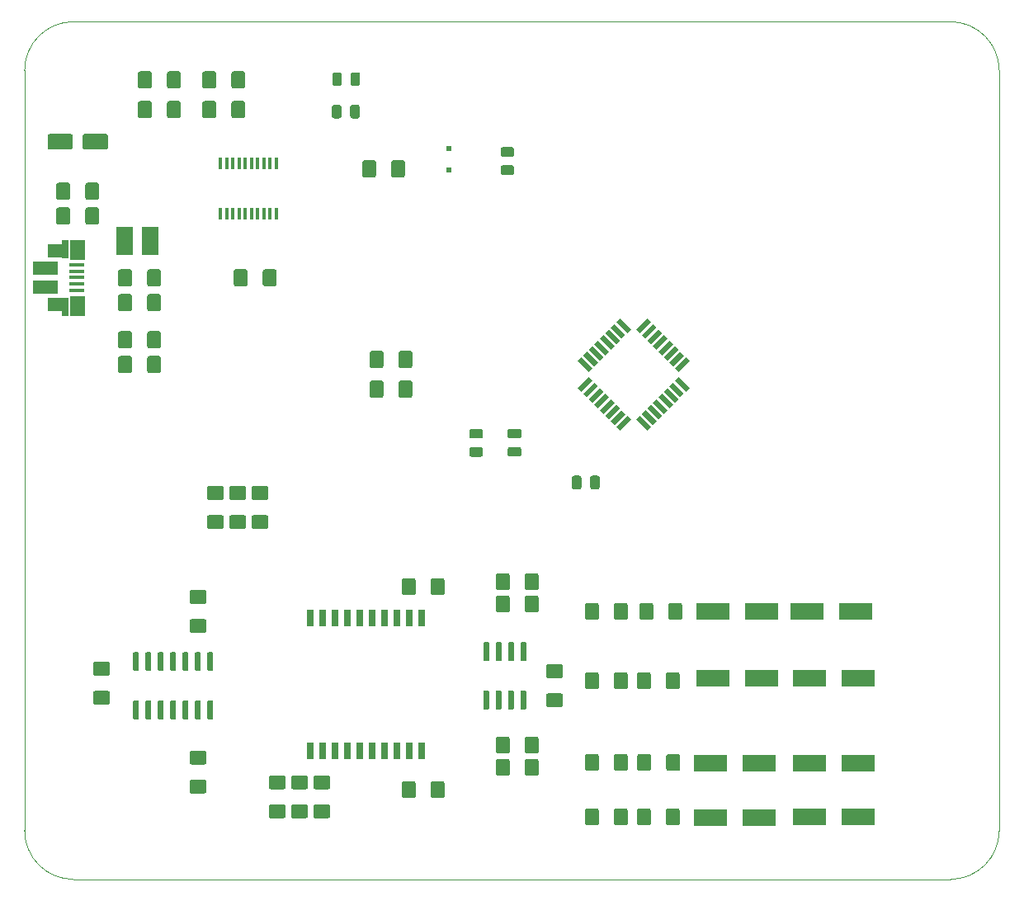
<source format=gbr>
G04 #@! TF.GenerationSoftware,KiCad,Pcbnew,5.1.5-52549c5~86~ubuntu19.10.1*
G04 #@! TF.CreationDate,2020-04-28T12:48:20+02:00*
G04 #@! TF.ProjectId,ArduinoDCC++,41726475-696e-46f4-9443-432b2b2e6b69,v.0.0.1c*
G04 #@! TF.SameCoordinates,Original*
G04 #@! TF.FileFunction,Paste,Top*
G04 #@! TF.FilePolarity,Positive*
%FSLAX46Y46*%
G04 Gerber Fmt 4.6, Leading zero omitted, Abs format (unit mm)*
G04 Created by KiCad (PCBNEW 5.1.5-52549c5~86~ubuntu19.10.1) date 2020-04-28 12:48:20*
%MOMM*%
%LPD*%
G04 APERTURE LIST*
%ADD10C,0.050000*%
%ADD11C,0.100000*%
%ADD12R,0.500000X0.500000*%
%ADD13R,1.680000X2.950000*%
%ADD14R,3.500000X1.800000*%
%ADD15R,2.500000X1.430000*%
%ADD16R,1.650000X0.400000*%
%ADD17R,1.500000X2.000000*%
%ADD18R,0.700000X1.825000*%
%ADD19R,2.000000X1.350000*%
%ADD20R,0.700000X1.700000*%
%ADD21R,0.400000X1.200000*%
G04 APERTURE END LIST*
D10*
X55000000Y-150000000D02*
X145000000Y-150000000D01*
X50000000Y-67000000D02*
X50000000Y-145000000D01*
X145000000Y-62000000D02*
X55000000Y-62000000D01*
X150000000Y-145000000D02*
X150000000Y-67000000D01*
X150000000Y-145000000D02*
G75*
G02X145000000Y-150000000I-5000000J0D01*
G01*
X145000000Y-62000000D02*
G75*
G02X150000000Y-67000000I0J-5000000D01*
G01*
X50000000Y-67000000D02*
G75*
G02X55000000Y-62000000I5000000J0D01*
G01*
X55000000Y-150000000D02*
G75*
G02X50000000Y-145000000I0J5000000D01*
G01*
D11*
G36*
X84160143Y-70524175D02*
G01*
X84183804Y-70527685D01*
X84207008Y-70533497D01*
X84229530Y-70541555D01*
X84251154Y-70551783D01*
X84271671Y-70564080D01*
X84290884Y-70578330D01*
X84308608Y-70594394D01*
X84324672Y-70612118D01*
X84338922Y-70631331D01*
X84351219Y-70651848D01*
X84361447Y-70673472D01*
X84369505Y-70695994D01*
X84375317Y-70719198D01*
X84378827Y-70742859D01*
X84380001Y-70766751D01*
X84380001Y-71679251D01*
X84378827Y-71703143D01*
X84375317Y-71726804D01*
X84369505Y-71750008D01*
X84361447Y-71772530D01*
X84351219Y-71794154D01*
X84338922Y-71814671D01*
X84324672Y-71833884D01*
X84308608Y-71851608D01*
X84290884Y-71867672D01*
X84271671Y-71881922D01*
X84251154Y-71894219D01*
X84229530Y-71904447D01*
X84207008Y-71912505D01*
X84183804Y-71918317D01*
X84160143Y-71921827D01*
X84136251Y-71923001D01*
X83648751Y-71923001D01*
X83624859Y-71921827D01*
X83601198Y-71918317D01*
X83577994Y-71912505D01*
X83555472Y-71904447D01*
X83533848Y-71894219D01*
X83513331Y-71881922D01*
X83494118Y-71867672D01*
X83476394Y-71851608D01*
X83460330Y-71833884D01*
X83446080Y-71814671D01*
X83433783Y-71794154D01*
X83423555Y-71772530D01*
X83415497Y-71750008D01*
X83409685Y-71726804D01*
X83406175Y-71703143D01*
X83405001Y-71679251D01*
X83405001Y-70766751D01*
X83406175Y-70742859D01*
X83409685Y-70719198D01*
X83415497Y-70695994D01*
X83423555Y-70673472D01*
X83433783Y-70651848D01*
X83446080Y-70631331D01*
X83460330Y-70612118D01*
X83476394Y-70594394D01*
X83494118Y-70578330D01*
X83513331Y-70564080D01*
X83533848Y-70551783D01*
X83555472Y-70541555D01*
X83577994Y-70533497D01*
X83601198Y-70527685D01*
X83624859Y-70524175D01*
X83648751Y-70523001D01*
X84136251Y-70523001D01*
X84160143Y-70524175D01*
G37*
G36*
X82285143Y-70524175D02*
G01*
X82308804Y-70527685D01*
X82332008Y-70533497D01*
X82354530Y-70541555D01*
X82376154Y-70551783D01*
X82396671Y-70564080D01*
X82415884Y-70578330D01*
X82433608Y-70594394D01*
X82449672Y-70612118D01*
X82463922Y-70631331D01*
X82476219Y-70651848D01*
X82486447Y-70673472D01*
X82494505Y-70695994D01*
X82500317Y-70719198D01*
X82503827Y-70742859D01*
X82505001Y-70766751D01*
X82505001Y-71679251D01*
X82503827Y-71703143D01*
X82500317Y-71726804D01*
X82494505Y-71750008D01*
X82486447Y-71772530D01*
X82476219Y-71794154D01*
X82463922Y-71814671D01*
X82449672Y-71833884D01*
X82433608Y-71851608D01*
X82415884Y-71867672D01*
X82396671Y-71881922D01*
X82376154Y-71894219D01*
X82354530Y-71904447D01*
X82332008Y-71912505D01*
X82308804Y-71918317D01*
X82285143Y-71921827D01*
X82261251Y-71923001D01*
X81773751Y-71923001D01*
X81749859Y-71921827D01*
X81726198Y-71918317D01*
X81702994Y-71912505D01*
X81680472Y-71904447D01*
X81658848Y-71894219D01*
X81638331Y-71881922D01*
X81619118Y-71867672D01*
X81601394Y-71851608D01*
X81585330Y-71833884D01*
X81571080Y-71814671D01*
X81558783Y-71794154D01*
X81548555Y-71772530D01*
X81540497Y-71750008D01*
X81534685Y-71726804D01*
X81531175Y-71703143D01*
X81530001Y-71679251D01*
X81530001Y-70766751D01*
X81531175Y-70742859D01*
X81534685Y-70719198D01*
X81540497Y-70695994D01*
X81548555Y-70673472D01*
X81558783Y-70651848D01*
X81571080Y-70631331D01*
X81585330Y-70612118D01*
X81601394Y-70594394D01*
X81619118Y-70578330D01*
X81638331Y-70564080D01*
X81658848Y-70551783D01*
X81680472Y-70541555D01*
X81702994Y-70533497D01*
X81726198Y-70527685D01*
X81749859Y-70524175D01*
X81773751Y-70523001D01*
X82261251Y-70523001D01*
X82285143Y-70524175D01*
G37*
G36*
X100010142Y-76742674D02*
G01*
X100033803Y-76746184D01*
X100057007Y-76751996D01*
X100079529Y-76760054D01*
X100101153Y-76770282D01*
X100121670Y-76782579D01*
X100140883Y-76796829D01*
X100158607Y-76812893D01*
X100174671Y-76830617D01*
X100188921Y-76849830D01*
X100201218Y-76870347D01*
X100211446Y-76891971D01*
X100219504Y-76914493D01*
X100225316Y-76937697D01*
X100228826Y-76961358D01*
X100230000Y-76985250D01*
X100230000Y-77472750D01*
X100228826Y-77496642D01*
X100225316Y-77520303D01*
X100219504Y-77543507D01*
X100211446Y-77566029D01*
X100201218Y-77587653D01*
X100188921Y-77608170D01*
X100174671Y-77627383D01*
X100158607Y-77645107D01*
X100140883Y-77661171D01*
X100121670Y-77675421D01*
X100101153Y-77687718D01*
X100079529Y-77697946D01*
X100057007Y-77706004D01*
X100033803Y-77711816D01*
X100010142Y-77715326D01*
X99986250Y-77716500D01*
X99073750Y-77716500D01*
X99049858Y-77715326D01*
X99026197Y-77711816D01*
X99002993Y-77706004D01*
X98980471Y-77697946D01*
X98958847Y-77687718D01*
X98938330Y-77675421D01*
X98919117Y-77661171D01*
X98901393Y-77645107D01*
X98885329Y-77627383D01*
X98871079Y-77608170D01*
X98858782Y-77587653D01*
X98848554Y-77566029D01*
X98840496Y-77543507D01*
X98834684Y-77520303D01*
X98831174Y-77496642D01*
X98830000Y-77472750D01*
X98830000Y-76985250D01*
X98831174Y-76961358D01*
X98834684Y-76937697D01*
X98840496Y-76914493D01*
X98848554Y-76891971D01*
X98858782Y-76870347D01*
X98871079Y-76849830D01*
X98885329Y-76830617D01*
X98901393Y-76812893D01*
X98919117Y-76796829D01*
X98938330Y-76782579D01*
X98958847Y-76770282D01*
X98980471Y-76760054D01*
X99002993Y-76751996D01*
X99026197Y-76746184D01*
X99049858Y-76742674D01*
X99073750Y-76741500D01*
X99986250Y-76741500D01*
X100010142Y-76742674D01*
G37*
G36*
X100010142Y-74867674D02*
G01*
X100033803Y-74871184D01*
X100057007Y-74876996D01*
X100079529Y-74885054D01*
X100101153Y-74895282D01*
X100121670Y-74907579D01*
X100140883Y-74921829D01*
X100158607Y-74937893D01*
X100174671Y-74955617D01*
X100188921Y-74974830D01*
X100201218Y-74995347D01*
X100211446Y-75016971D01*
X100219504Y-75039493D01*
X100225316Y-75062697D01*
X100228826Y-75086358D01*
X100230000Y-75110250D01*
X100230000Y-75597750D01*
X100228826Y-75621642D01*
X100225316Y-75645303D01*
X100219504Y-75668507D01*
X100211446Y-75691029D01*
X100201218Y-75712653D01*
X100188921Y-75733170D01*
X100174671Y-75752383D01*
X100158607Y-75770107D01*
X100140883Y-75786171D01*
X100121670Y-75800421D01*
X100101153Y-75812718D01*
X100079529Y-75822946D01*
X100057007Y-75831004D01*
X100033803Y-75836816D01*
X100010142Y-75840326D01*
X99986250Y-75841500D01*
X99073750Y-75841500D01*
X99049858Y-75840326D01*
X99026197Y-75836816D01*
X99002993Y-75831004D01*
X98980471Y-75822946D01*
X98958847Y-75812718D01*
X98938330Y-75800421D01*
X98919117Y-75786171D01*
X98901393Y-75770107D01*
X98885329Y-75752383D01*
X98871079Y-75733170D01*
X98858782Y-75712653D01*
X98848554Y-75691029D01*
X98840496Y-75668507D01*
X98834684Y-75645303D01*
X98831174Y-75621642D01*
X98830000Y-75597750D01*
X98830000Y-75110250D01*
X98831174Y-75086358D01*
X98834684Y-75062697D01*
X98840496Y-75039493D01*
X98848554Y-75016971D01*
X98858782Y-74995347D01*
X98871079Y-74974830D01*
X98885329Y-74955617D01*
X98901393Y-74937893D01*
X98919117Y-74921829D01*
X98938330Y-74907579D01*
X98958847Y-74895282D01*
X98980471Y-74885054D01*
X99002993Y-74876996D01*
X99026197Y-74871184D01*
X99049858Y-74867674D01*
X99073750Y-74866500D01*
X99986250Y-74866500D01*
X100010142Y-74867674D01*
G37*
G36*
X108787142Y-108581174D02*
G01*
X108810803Y-108584684D01*
X108834007Y-108590496D01*
X108856529Y-108598554D01*
X108878153Y-108608782D01*
X108898670Y-108621079D01*
X108917883Y-108635329D01*
X108935607Y-108651393D01*
X108951671Y-108669117D01*
X108965921Y-108688330D01*
X108978218Y-108708847D01*
X108988446Y-108730471D01*
X108996504Y-108752993D01*
X109002316Y-108776197D01*
X109005826Y-108799858D01*
X109007000Y-108823750D01*
X109007000Y-109736250D01*
X109005826Y-109760142D01*
X109002316Y-109783803D01*
X108996504Y-109807007D01*
X108988446Y-109829529D01*
X108978218Y-109851153D01*
X108965921Y-109871670D01*
X108951671Y-109890883D01*
X108935607Y-109908607D01*
X108917883Y-109924671D01*
X108898670Y-109938921D01*
X108878153Y-109951218D01*
X108856529Y-109961446D01*
X108834007Y-109969504D01*
X108810803Y-109975316D01*
X108787142Y-109978826D01*
X108763250Y-109980000D01*
X108275750Y-109980000D01*
X108251858Y-109978826D01*
X108228197Y-109975316D01*
X108204993Y-109969504D01*
X108182471Y-109961446D01*
X108160847Y-109951218D01*
X108140330Y-109938921D01*
X108121117Y-109924671D01*
X108103393Y-109908607D01*
X108087329Y-109890883D01*
X108073079Y-109871670D01*
X108060782Y-109851153D01*
X108050554Y-109829529D01*
X108042496Y-109807007D01*
X108036684Y-109783803D01*
X108033174Y-109760142D01*
X108032000Y-109736250D01*
X108032000Y-108823750D01*
X108033174Y-108799858D01*
X108036684Y-108776197D01*
X108042496Y-108752993D01*
X108050554Y-108730471D01*
X108060782Y-108708847D01*
X108073079Y-108688330D01*
X108087329Y-108669117D01*
X108103393Y-108651393D01*
X108121117Y-108635329D01*
X108140330Y-108621079D01*
X108160847Y-108608782D01*
X108182471Y-108598554D01*
X108204993Y-108590496D01*
X108228197Y-108584684D01*
X108251858Y-108581174D01*
X108275750Y-108580000D01*
X108763250Y-108580000D01*
X108787142Y-108581174D01*
G37*
G36*
X106912142Y-108581174D02*
G01*
X106935803Y-108584684D01*
X106959007Y-108590496D01*
X106981529Y-108598554D01*
X107003153Y-108608782D01*
X107023670Y-108621079D01*
X107042883Y-108635329D01*
X107060607Y-108651393D01*
X107076671Y-108669117D01*
X107090921Y-108688330D01*
X107103218Y-108708847D01*
X107113446Y-108730471D01*
X107121504Y-108752993D01*
X107127316Y-108776197D01*
X107130826Y-108799858D01*
X107132000Y-108823750D01*
X107132000Y-109736250D01*
X107130826Y-109760142D01*
X107127316Y-109783803D01*
X107121504Y-109807007D01*
X107113446Y-109829529D01*
X107103218Y-109851153D01*
X107090921Y-109871670D01*
X107076671Y-109890883D01*
X107060607Y-109908607D01*
X107042883Y-109924671D01*
X107023670Y-109938921D01*
X107003153Y-109951218D01*
X106981529Y-109961446D01*
X106959007Y-109969504D01*
X106935803Y-109975316D01*
X106912142Y-109978826D01*
X106888250Y-109980000D01*
X106400750Y-109980000D01*
X106376858Y-109978826D01*
X106353197Y-109975316D01*
X106329993Y-109969504D01*
X106307471Y-109961446D01*
X106285847Y-109951218D01*
X106265330Y-109938921D01*
X106246117Y-109924671D01*
X106228393Y-109908607D01*
X106212329Y-109890883D01*
X106198079Y-109871670D01*
X106185782Y-109851153D01*
X106175554Y-109829529D01*
X106167496Y-109807007D01*
X106161684Y-109783803D01*
X106158174Y-109760142D01*
X106157000Y-109736250D01*
X106157000Y-108823750D01*
X106158174Y-108799858D01*
X106161684Y-108776197D01*
X106167496Y-108752993D01*
X106175554Y-108730471D01*
X106185782Y-108708847D01*
X106198079Y-108688330D01*
X106212329Y-108669117D01*
X106228393Y-108651393D01*
X106246117Y-108635329D01*
X106265330Y-108621079D01*
X106285847Y-108608782D01*
X106307471Y-108598554D01*
X106329993Y-108590496D01*
X106353197Y-108584684D01*
X106376858Y-108581174D01*
X106400750Y-108580000D01*
X106888250Y-108580000D01*
X106912142Y-108581174D01*
G37*
G36*
X84205143Y-67184175D02*
G01*
X84228804Y-67187685D01*
X84252008Y-67193497D01*
X84274530Y-67201555D01*
X84296154Y-67211783D01*
X84316671Y-67224080D01*
X84335884Y-67238330D01*
X84353608Y-67254394D01*
X84369672Y-67272118D01*
X84383922Y-67291331D01*
X84396219Y-67311848D01*
X84406447Y-67333472D01*
X84414505Y-67355994D01*
X84420317Y-67379198D01*
X84423827Y-67402859D01*
X84425001Y-67426751D01*
X84425001Y-68339251D01*
X84423827Y-68363143D01*
X84420317Y-68386804D01*
X84414505Y-68410008D01*
X84406447Y-68432530D01*
X84396219Y-68454154D01*
X84383922Y-68474671D01*
X84369672Y-68493884D01*
X84353608Y-68511608D01*
X84335884Y-68527672D01*
X84316671Y-68541922D01*
X84296154Y-68554219D01*
X84274530Y-68564447D01*
X84252008Y-68572505D01*
X84228804Y-68578317D01*
X84205143Y-68581827D01*
X84181251Y-68583001D01*
X83693751Y-68583001D01*
X83669859Y-68581827D01*
X83646198Y-68578317D01*
X83622994Y-68572505D01*
X83600472Y-68564447D01*
X83578848Y-68554219D01*
X83558331Y-68541922D01*
X83539118Y-68527672D01*
X83521394Y-68511608D01*
X83505330Y-68493884D01*
X83491080Y-68474671D01*
X83478783Y-68454154D01*
X83468555Y-68432530D01*
X83460497Y-68410008D01*
X83454685Y-68386804D01*
X83451175Y-68363143D01*
X83450001Y-68339251D01*
X83450001Y-67426751D01*
X83451175Y-67402859D01*
X83454685Y-67379198D01*
X83460497Y-67355994D01*
X83468555Y-67333472D01*
X83478783Y-67311848D01*
X83491080Y-67291331D01*
X83505330Y-67272118D01*
X83521394Y-67254394D01*
X83539118Y-67238330D01*
X83558331Y-67224080D01*
X83578848Y-67211783D01*
X83600472Y-67201555D01*
X83622994Y-67193497D01*
X83646198Y-67187685D01*
X83669859Y-67184175D01*
X83693751Y-67183001D01*
X84181251Y-67183001D01*
X84205143Y-67184175D01*
G37*
G36*
X82330143Y-67184175D02*
G01*
X82353804Y-67187685D01*
X82377008Y-67193497D01*
X82399530Y-67201555D01*
X82421154Y-67211783D01*
X82441671Y-67224080D01*
X82460884Y-67238330D01*
X82478608Y-67254394D01*
X82494672Y-67272118D01*
X82508922Y-67291331D01*
X82521219Y-67311848D01*
X82531447Y-67333472D01*
X82539505Y-67355994D01*
X82545317Y-67379198D01*
X82548827Y-67402859D01*
X82550001Y-67426751D01*
X82550001Y-68339251D01*
X82548827Y-68363143D01*
X82545317Y-68386804D01*
X82539505Y-68410008D01*
X82531447Y-68432530D01*
X82521219Y-68454154D01*
X82508922Y-68474671D01*
X82494672Y-68493884D01*
X82478608Y-68511608D01*
X82460884Y-68527672D01*
X82441671Y-68541922D01*
X82421154Y-68554219D01*
X82399530Y-68564447D01*
X82377008Y-68572505D01*
X82353804Y-68578317D01*
X82330143Y-68581827D01*
X82306251Y-68583001D01*
X81818751Y-68583001D01*
X81794859Y-68581827D01*
X81771198Y-68578317D01*
X81747994Y-68572505D01*
X81725472Y-68564447D01*
X81703848Y-68554219D01*
X81683331Y-68541922D01*
X81664118Y-68527672D01*
X81646394Y-68511608D01*
X81630330Y-68493884D01*
X81616080Y-68474671D01*
X81603783Y-68454154D01*
X81593555Y-68432530D01*
X81585497Y-68410008D01*
X81579685Y-68386804D01*
X81576175Y-68363143D01*
X81575001Y-68339251D01*
X81575001Y-67426751D01*
X81576175Y-67402859D01*
X81579685Y-67379198D01*
X81585497Y-67355994D01*
X81593555Y-67333472D01*
X81603783Y-67311848D01*
X81616080Y-67291331D01*
X81630330Y-67272118D01*
X81646394Y-67254394D01*
X81664118Y-67238330D01*
X81683331Y-67224080D01*
X81703848Y-67211783D01*
X81725472Y-67201555D01*
X81747994Y-67193497D01*
X81771198Y-67187685D01*
X81794859Y-67184175D01*
X81818751Y-67183001D01*
X82306251Y-67183001D01*
X82330143Y-67184175D01*
G37*
D12*
X93561000Y-77186000D03*
X93561000Y-74986000D03*
D11*
G36*
X96809742Y-105668674D02*
G01*
X96833403Y-105672184D01*
X96856607Y-105677996D01*
X96879129Y-105686054D01*
X96900753Y-105696282D01*
X96921270Y-105708579D01*
X96940483Y-105722829D01*
X96958207Y-105738893D01*
X96974271Y-105756617D01*
X96988521Y-105775830D01*
X97000818Y-105796347D01*
X97011046Y-105817971D01*
X97019104Y-105840493D01*
X97024916Y-105863697D01*
X97028426Y-105887358D01*
X97029600Y-105911250D01*
X97029600Y-106398750D01*
X97028426Y-106422642D01*
X97024916Y-106446303D01*
X97019104Y-106469507D01*
X97011046Y-106492029D01*
X97000818Y-106513653D01*
X96988521Y-106534170D01*
X96974271Y-106553383D01*
X96958207Y-106571107D01*
X96940483Y-106587171D01*
X96921270Y-106601421D01*
X96900753Y-106613718D01*
X96879129Y-106623946D01*
X96856607Y-106632004D01*
X96833403Y-106637816D01*
X96809742Y-106641326D01*
X96785850Y-106642500D01*
X95873350Y-106642500D01*
X95849458Y-106641326D01*
X95825797Y-106637816D01*
X95802593Y-106632004D01*
X95780071Y-106623946D01*
X95758447Y-106613718D01*
X95737930Y-106601421D01*
X95718717Y-106587171D01*
X95700993Y-106571107D01*
X95684929Y-106553383D01*
X95670679Y-106534170D01*
X95658382Y-106513653D01*
X95648154Y-106492029D01*
X95640096Y-106469507D01*
X95634284Y-106446303D01*
X95630774Y-106422642D01*
X95629600Y-106398750D01*
X95629600Y-105911250D01*
X95630774Y-105887358D01*
X95634284Y-105863697D01*
X95640096Y-105840493D01*
X95648154Y-105817971D01*
X95658382Y-105796347D01*
X95670679Y-105775830D01*
X95684929Y-105756617D01*
X95700993Y-105738893D01*
X95718717Y-105722829D01*
X95737930Y-105708579D01*
X95758447Y-105696282D01*
X95780071Y-105686054D01*
X95802593Y-105677996D01*
X95825797Y-105672184D01*
X95849458Y-105668674D01*
X95873350Y-105667500D01*
X96785850Y-105667500D01*
X96809742Y-105668674D01*
G37*
G36*
X96809742Y-103793674D02*
G01*
X96833403Y-103797184D01*
X96856607Y-103802996D01*
X96879129Y-103811054D01*
X96900753Y-103821282D01*
X96921270Y-103833579D01*
X96940483Y-103847829D01*
X96958207Y-103863893D01*
X96974271Y-103881617D01*
X96988521Y-103900830D01*
X97000818Y-103921347D01*
X97011046Y-103942971D01*
X97019104Y-103965493D01*
X97024916Y-103988697D01*
X97028426Y-104012358D01*
X97029600Y-104036250D01*
X97029600Y-104523750D01*
X97028426Y-104547642D01*
X97024916Y-104571303D01*
X97019104Y-104594507D01*
X97011046Y-104617029D01*
X97000818Y-104638653D01*
X96988521Y-104659170D01*
X96974271Y-104678383D01*
X96958207Y-104696107D01*
X96940483Y-104712171D01*
X96921270Y-104726421D01*
X96900753Y-104738718D01*
X96879129Y-104748946D01*
X96856607Y-104757004D01*
X96833403Y-104762816D01*
X96809742Y-104766326D01*
X96785850Y-104767500D01*
X95873350Y-104767500D01*
X95849458Y-104766326D01*
X95825797Y-104762816D01*
X95802593Y-104757004D01*
X95780071Y-104748946D01*
X95758447Y-104738718D01*
X95737930Y-104726421D01*
X95718717Y-104712171D01*
X95700993Y-104696107D01*
X95684929Y-104678383D01*
X95670679Y-104659170D01*
X95658382Y-104638653D01*
X95648154Y-104617029D01*
X95640096Y-104594507D01*
X95634284Y-104571303D01*
X95630774Y-104547642D01*
X95629600Y-104523750D01*
X95629600Y-104036250D01*
X95630774Y-104012358D01*
X95634284Y-103988697D01*
X95640096Y-103965493D01*
X95648154Y-103942971D01*
X95658382Y-103921347D01*
X95670679Y-103900830D01*
X95684929Y-103881617D01*
X95700993Y-103863893D01*
X95718717Y-103847829D01*
X95737930Y-103833579D01*
X95758447Y-103821282D01*
X95780071Y-103811054D01*
X95802593Y-103802996D01*
X95825797Y-103797184D01*
X95849458Y-103793674D01*
X95873350Y-103792500D01*
X96785850Y-103792500D01*
X96809742Y-103793674D01*
G37*
G36*
X100746742Y-103768274D02*
G01*
X100770403Y-103771784D01*
X100793607Y-103777596D01*
X100816129Y-103785654D01*
X100837753Y-103795882D01*
X100858270Y-103808179D01*
X100877483Y-103822429D01*
X100895207Y-103838493D01*
X100911271Y-103856217D01*
X100925521Y-103875430D01*
X100937818Y-103895947D01*
X100948046Y-103917571D01*
X100956104Y-103940093D01*
X100961916Y-103963297D01*
X100965426Y-103986958D01*
X100966600Y-104010850D01*
X100966600Y-104498350D01*
X100965426Y-104522242D01*
X100961916Y-104545903D01*
X100956104Y-104569107D01*
X100948046Y-104591629D01*
X100937818Y-104613253D01*
X100925521Y-104633770D01*
X100911271Y-104652983D01*
X100895207Y-104670707D01*
X100877483Y-104686771D01*
X100858270Y-104701021D01*
X100837753Y-104713318D01*
X100816129Y-104723546D01*
X100793607Y-104731604D01*
X100770403Y-104737416D01*
X100746742Y-104740926D01*
X100722850Y-104742100D01*
X99810350Y-104742100D01*
X99786458Y-104740926D01*
X99762797Y-104737416D01*
X99739593Y-104731604D01*
X99717071Y-104723546D01*
X99695447Y-104713318D01*
X99674930Y-104701021D01*
X99655717Y-104686771D01*
X99637993Y-104670707D01*
X99621929Y-104652983D01*
X99607679Y-104633770D01*
X99595382Y-104613253D01*
X99585154Y-104591629D01*
X99577096Y-104569107D01*
X99571284Y-104545903D01*
X99567774Y-104522242D01*
X99566600Y-104498350D01*
X99566600Y-104010850D01*
X99567774Y-103986958D01*
X99571284Y-103963297D01*
X99577096Y-103940093D01*
X99585154Y-103917571D01*
X99595382Y-103895947D01*
X99607679Y-103875430D01*
X99621929Y-103856217D01*
X99637993Y-103838493D01*
X99655717Y-103822429D01*
X99674930Y-103808179D01*
X99695447Y-103795882D01*
X99717071Y-103785654D01*
X99739593Y-103777596D01*
X99762797Y-103771784D01*
X99786458Y-103768274D01*
X99810350Y-103767100D01*
X100722850Y-103767100D01*
X100746742Y-103768274D01*
G37*
G36*
X100746742Y-105643274D02*
G01*
X100770403Y-105646784D01*
X100793607Y-105652596D01*
X100816129Y-105660654D01*
X100837753Y-105670882D01*
X100858270Y-105683179D01*
X100877483Y-105697429D01*
X100895207Y-105713493D01*
X100911271Y-105731217D01*
X100925521Y-105750430D01*
X100937818Y-105770947D01*
X100948046Y-105792571D01*
X100956104Y-105815093D01*
X100961916Y-105838297D01*
X100965426Y-105861958D01*
X100966600Y-105885850D01*
X100966600Y-106373350D01*
X100965426Y-106397242D01*
X100961916Y-106420903D01*
X100956104Y-106444107D01*
X100948046Y-106466629D01*
X100937818Y-106488253D01*
X100925521Y-106508770D01*
X100911271Y-106527983D01*
X100895207Y-106545707D01*
X100877483Y-106561771D01*
X100858270Y-106576021D01*
X100837753Y-106588318D01*
X100816129Y-106598546D01*
X100793607Y-106606604D01*
X100770403Y-106612416D01*
X100746742Y-106615926D01*
X100722850Y-106617100D01*
X99810350Y-106617100D01*
X99786458Y-106615926D01*
X99762797Y-106612416D01*
X99739593Y-106606604D01*
X99717071Y-106598546D01*
X99695447Y-106588318D01*
X99674930Y-106576021D01*
X99655717Y-106561771D01*
X99637993Y-106545707D01*
X99621929Y-106527983D01*
X99607679Y-106508770D01*
X99595382Y-106488253D01*
X99585154Y-106466629D01*
X99577096Y-106444107D01*
X99571284Y-106420903D01*
X99567774Y-106397242D01*
X99566600Y-106373350D01*
X99566600Y-105885850D01*
X99567774Y-105861958D01*
X99571284Y-105838297D01*
X99577096Y-105815093D01*
X99585154Y-105792571D01*
X99595382Y-105770947D01*
X99607679Y-105750430D01*
X99621929Y-105731217D01*
X99637993Y-105713493D01*
X99655717Y-105697429D01*
X99674930Y-105683179D01*
X99695447Y-105670882D01*
X99717071Y-105660654D01*
X99739593Y-105652596D01*
X99762797Y-105646784D01*
X99786458Y-105643274D01*
X99810350Y-105642100D01*
X100722850Y-105642100D01*
X100746742Y-105643274D01*
G37*
D13*
X60242500Y-84474000D03*
X62922500Y-84474000D03*
D14*
X120652000Y-129378000D03*
X125652000Y-129378000D03*
D11*
G36*
X69214703Y-131640722D02*
G01*
X69229264Y-131642882D01*
X69243543Y-131646459D01*
X69257403Y-131651418D01*
X69270710Y-131657712D01*
X69283336Y-131665280D01*
X69295159Y-131674048D01*
X69306066Y-131683934D01*
X69315952Y-131694841D01*
X69324720Y-131706664D01*
X69332288Y-131719290D01*
X69338582Y-131732597D01*
X69343541Y-131746457D01*
X69347118Y-131760736D01*
X69349278Y-131775297D01*
X69350000Y-131790000D01*
X69350000Y-133440000D01*
X69349278Y-133454703D01*
X69347118Y-133469264D01*
X69343541Y-133483543D01*
X69338582Y-133497403D01*
X69332288Y-133510710D01*
X69324720Y-133523336D01*
X69315952Y-133535159D01*
X69306066Y-133546066D01*
X69295159Y-133555952D01*
X69283336Y-133564720D01*
X69270710Y-133572288D01*
X69257403Y-133578582D01*
X69243543Y-133583541D01*
X69229264Y-133587118D01*
X69214703Y-133589278D01*
X69200000Y-133590000D01*
X68900000Y-133590000D01*
X68885297Y-133589278D01*
X68870736Y-133587118D01*
X68856457Y-133583541D01*
X68842597Y-133578582D01*
X68829290Y-133572288D01*
X68816664Y-133564720D01*
X68804841Y-133555952D01*
X68793934Y-133546066D01*
X68784048Y-133535159D01*
X68775280Y-133523336D01*
X68767712Y-133510710D01*
X68761418Y-133497403D01*
X68756459Y-133483543D01*
X68752882Y-133469264D01*
X68750722Y-133454703D01*
X68750000Y-133440000D01*
X68750000Y-131790000D01*
X68750722Y-131775297D01*
X68752882Y-131760736D01*
X68756459Y-131746457D01*
X68761418Y-131732597D01*
X68767712Y-131719290D01*
X68775280Y-131706664D01*
X68784048Y-131694841D01*
X68793934Y-131683934D01*
X68804841Y-131674048D01*
X68816664Y-131665280D01*
X68829290Y-131657712D01*
X68842597Y-131651418D01*
X68856457Y-131646459D01*
X68870736Y-131642882D01*
X68885297Y-131640722D01*
X68900000Y-131640000D01*
X69200000Y-131640000D01*
X69214703Y-131640722D01*
G37*
G36*
X67944703Y-131640722D02*
G01*
X67959264Y-131642882D01*
X67973543Y-131646459D01*
X67987403Y-131651418D01*
X68000710Y-131657712D01*
X68013336Y-131665280D01*
X68025159Y-131674048D01*
X68036066Y-131683934D01*
X68045952Y-131694841D01*
X68054720Y-131706664D01*
X68062288Y-131719290D01*
X68068582Y-131732597D01*
X68073541Y-131746457D01*
X68077118Y-131760736D01*
X68079278Y-131775297D01*
X68080000Y-131790000D01*
X68080000Y-133440000D01*
X68079278Y-133454703D01*
X68077118Y-133469264D01*
X68073541Y-133483543D01*
X68068582Y-133497403D01*
X68062288Y-133510710D01*
X68054720Y-133523336D01*
X68045952Y-133535159D01*
X68036066Y-133546066D01*
X68025159Y-133555952D01*
X68013336Y-133564720D01*
X68000710Y-133572288D01*
X67987403Y-133578582D01*
X67973543Y-133583541D01*
X67959264Y-133587118D01*
X67944703Y-133589278D01*
X67930000Y-133590000D01*
X67630000Y-133590000D01*
X67615297Y-133589278D01*
X67600736Y-133587118D01*
X67586457Y-133583541D01*
X67572597Y-133578582D01*
X67559290Y-133572288D01*
X67546664Y-133564720D01*
X67534841Y-133555952D01*
X67523934Y-133546066D01*
X67514048Y-133535159D01*
X67505280Y-133523336D01*
X67497712Y-133510710D01*
X67491418Y-133497403D01*
X67486459Y-133483543D01*
X67482882Y-133469264D01*
X67480722Y-133454703D01*
X67480000Y-133440000D01*
X67480000Y-131790000D01*
X67480722Y-131775297D01*
X67482882Y-131760736D01*
X67486459Y-131746457D01*
X67491418Y-131732597D01*
X67497712Y-131719290D01*
X67505280Y-131706664D01*
X67514048Y-131694841D01*
X67523934Y-131683934D01*
X67534841Y-131674048D01*
X67546664Y-131665280D01*
X67559290Y-131657712D01*
X67572597Y-131651418D01*
X67586457Y-131646459D01*
X67600736Y-131642882D01*
X67615297Y-131640722D01*
X67630000Y-131640000D01*
X67930000Y-131640000D01*
X67944703Y-131640722D01*
G37*
G36*
X66674703Y-131640722D02*
G01*
X66689264Y-131642882D01*
X66703543Y-131646459D01*
X66717403Y-131651418D01*
X66730710Y-131657712D01*
X66743336Y-131665280D01*
X66755159Y-131674048D01*
X66766066Y-131683934D01*
X66775952Y-131694841D01*
X66784720Y-131706664D01*
X66792288Y-131719290D01*
X66798582Y-131732597D01*
X66803541Y-131746457D01*
X66807118Y-131760736D01*
X66809278Y-131775297D01*
X66810000Y-131790000D01*
X66810000Y-133440000D01*
X66809278Y-133454703D01*
X66807118Y-133469264D01*
X66803541Y-133483543D01*
X66798582Y-133497403D01*
X66792288Y-133510710D01*
X66784720Y-133523336D01*
X66775952Y-133535159D01*
X66766066Y-133546066D01*
X66755159Y-133555952D01*
X66743336Y-133564720D01*
X66730710Y-133572288D01*
X66717403Y-133578582D01*
X66703543Y-133583541D01*
X66689264Y-133587118D01*
X66674703Y-133589278D01*
X66660000Y-133590000D01*
X66360000Y-133590000D01*
X66345297Y-133589278D01*
X66330736Y-133587118D01*
X66316457Y-133583541D01*
X66302597Y-133578582D01*
X66289290Y-133572288D01*
X66276664Y-133564720D01*
X66264841Y-133555952D01*
X66253934Y-133546066D01*
X66244048Y-133535159D01*
X66235280Y-133523336D01*
X66227712Y-133510710D01*
X66221418Y-133497403D01*
X66216459Y-133483543D01*
X66212882Y-133469264D01*
X66210722Y-133454703D01*
X66210000Y-133440000D01*
X66210000Y-131790000D01*
X66210722Y-131775297D01*
X66212882Y-131760736D01*
X66216459Y-131746457D01*
X66221418Y-131732597D01*
X66227712Y-131719290D01*
X66235280Y-131706664D01*
X66244048Y-131694841D01*
X66253934Y-131683934D01*
X66264841Y-131674048D01*
X66276664Y-131665280D01*
X66289290Y-131657712D01*
X66302597Y-131651418D01*
X66316457Y-131646459D01*
X66330736Y-131642882D01*
X66345297Y-131640722D01*
X66360000Y-131640000D01*
X66660000Y-131640000D01*
X66674703Y-131640722D01*
G37*
G36*
X65404703Y-131640722D02*
G01*
X65419264Y-131642882D01*
X65433543Y-131646459D01*
X65447403Y-131651418D01*
X65460710Y-131657712D01*
X65473336Y-131665280D01*
X65485159Y-131674048D01*
X65496066Y-131683934D01*
X65505952Y-131694841D01*
X65514720Y-131706664D01*
X65522288Y-131719290D01*
X65528582Y-131732597D01*
X65533541Y-131746457D01*
X65537118Y-131760736D01*
X65539278Y-131775297D01*
X65540000Y-131790000D01*
X65540000Y-133440000D01*
X65539278Y-133454703D01*
X65537118Y-133469264D01*
X65533541Y-133483543D01*
X65528582Y-133497403D01*
X65522288Y-133510710D01*
X65514720Y-133523336D01*
X65505952Y-133535159D01*
X65496066Y-133546066D01*
X65485159Y-133555952D01*
X65473336Y-133564720D01*
X65460710Y-133572288D01*
X65447403Y-133578582D01*
X65433543Y-133583541D01*
X65419264Y-133587118D01*
X65404703Y-133589278D01*
X65390000Y-133590000D01*
X65090000Y-133590000D01*
X65075297Y-133589278D01*
X65060736Y-133587118D01*
X65046457Y-133583541D01*
X65032597Y-133578582D01*
X65019290Y-133572288D01*
X65006664Y-133564720D01*
X64994841Y-133555952D01*
X64983934Y-133546066D01*
X64974048Y-133535159D01*
X64965280Y-133523336D01*
X64957712Y-133510710D01*
X64951418Y-133497403D01*
X64946459Y-133483543D01*
X64942882Y-133469264D01*
X64940722Y-133454703D01*
X64940000Y-133440000D01*
X64940000Y-131790000D01*
X64940722Y-131775297D01*
X64942882Y-131760736D01*
X64946459Y-131746457D01*
X64951418Y-131732597D01*
X64957712Y-131719290D01*
X64965280Y-131706664D01*
X64974048Y-131694841D01*
X64983934Y-131683934D01*
X64994841Y-131674048D01*
X65006664Y-131665280D01*
X65019290Y-131657712D01*
X65032597Y-131651418D01*
X65046457Y-131646459D01*
X65060736Y-131642882D01*
X65075297Y-131640722D01*
X65090000Y-131640000D01*
X65390000Y-131640000D01*
X65404703Y-131640722D01*
G37*
G36*
X64134703Y-131640722D02*
G01*
X64149264Y-131642882D01*
X64163543Y-131646459D01*
X64177403Y-131651418D01*
X64190710Y-131657712D01*
X64203336Y-131665280D01*
X64215159Y-131674048D01*
X64226066Y-131683934D01*
X64235952Y-131694841D01*
X64244720Y-131706664D01*
X64252288Y-131719290D01*
X64258582Y-131732597D01*
X64263541Y-131746457D01*
X64267118Y-131760736D01*
X64269278Y-131775297D01*
X64270000Y-131790000D01*
X64270000Y-133440000D01*
X64269278Y-133454703D01*
X64267118Y-133469264D01*
X64263541Y-133483543D01*
X64258582Y-133497403D01*
X64252288Y-133510710D01*
X64244720Y-133523336D01*
X64235952Y-133535159D01*
X64226066Y-133546066D01*
X64215159Y-133555952D01*
X64203336Y-133564720D01*
X64190710Y-133572288D01*
X64177403Y-133578582D01*
X64163543Y-133583541D01*
X64149264Y-133587118D01*
X64134703Y-133589278D01*
X64120000Y-133590000D01*
X63820000Y-133590000D01*
X63805297Y-133589278D01*
X63790736Y-133587118D01*
X63776457Y-133583541D01*
X63762597Y-133578582D01*
X63749290Y-133572288D01*
X63736664Y-133564720D01*
X63724841Y-133555952D01*
X63713934Y-133546066D01*
X63704048Y-133535159D01*
X63695280Y-133523336D01*
X63687712Y-133510710D01*
X63681418Y-133497403D01*
X63676459Y-133483543D01*
X63672882Y-133469264D01*
X63670722Y-133454703D01*
X63670000Y-133440000D01*
X63670000Y-131790000D01*
X63670722Y-131775297D01*
X63672882Y-131760736D01*
X63676459Y-131746457D01*
X63681418Y-131732597D01*
X63687712Y-131719290D01*
X63695280Y-131706664D01*
X63704048Y-131694841D01*
X63713934Y-131683934D01*
X63724841Y-131674048D01*
X63736664Y-131665280D01*
X63749290Y-131657712D01*
X63762597Y-131651418D01*
X63776457Y-131646459D01*
X63790736Y-131642882D01*
X63805297Y-131640722D01*
X63820000Y-131640000D01*
X64120000Y-131640000D01*
X64134703Y-131640722D01*
G37*
G36*
X62864703Y-131640722D02*
G01*
X62879264Y-131642882D01*
X62893543Y-131646459D01*
X62907403Y-131651418D01*
X62920710Y-131657712D01*
X62933336Y-131665280D01*
X62945159Y-131674048D01*
X62956066Y-131683934D01*
X62965952Y-131694841D01*
X62974720Y-131706664D01*
X62982288Y-131719290D01*
X62988582Y-131732597D01*
X62993541Y-131746457D01*
X62997118Y-131760736D01*
X62999278Y-131775297D01*
X63000000Y-131790000D01*
X63000000Y-133440000D01*
X62999278Y-133454703D01*
X62997118Y-133469264D01*
X62993541Y-133483543D01*
X62988582Y-133497403D01*
X62982288Y-133510710D01*
X62974720Y-133523336D01*
X62965952Y-133535159D01*
X62956066Y-133546066D01*
X62945159Y-133555952D01*
X62933336Y-133564720D01*
X62920710Y-133572288D01*
X62907403Y-133578582D01*
X62893543Y-133583541D01*
X62879264Y-133587118D01*
X62864703Y-133589278D01*
X62850000Y-133590000D01*
X62550000Y-133590000D01*
X62535297Y-133589278D01*
X62520736Y-133587118D01*
X62506457Y-133583541D01*
X62492597Y-133578582D01*
X62479290Y-133572288D01*
X62466664Y-133564720D01*
X62454841Y-133555952D01*
X62443934Y-133546066D01*
X62434048Y-133535159D01*
X62425280Y-133523336D01*
X62417712Y-133510710D01*
X62411418Y-133497403D01*
X62406459Y-133483543D01*
X62402882Y-133469264D01*
X62400722Y-133454703D01*
X62400000Y-133440000D01*
X62400000Y-131790000D01*
X62400722Y-131775297D01*
X62402882Y-131760736D01*
X62406459Y-131746457D01*
X62411418Y-131732597D01*
X62417712Y-131719290D01*
X62425280Y-131706664D01*
X62434048Y-131694841D01*
X62443934Y-131683934D01*
X62454841Y-131674048D01*
X62466664Y-131665280D01*
X62479290Y-131657712D01*
X62492597Y-131651418D01*
X62506457Y-131646459D01*
X62520736Y-131642882D01*
X62535297Y-131640722D01*
X62550000Y-131640000D01*
X62850000Y-131640000D01*
X62864703Y-131640722D01*
G37*
G36*
X61594703Y-131640722D02*
G01*
X61609264Y-131642882D01*
X61623543Y-131646459D01*
X61637403Y-131651418D01*
X61650710Y-131657712D01*
X61663336Y-131665280D01*
X61675159Y-131674048D01*
X61686066Y-131683934D01*
X61695952Y-131694841D01*
X61704720Y-131706664D01*
X61712288Y-131719290D01*
X61718582Y-131732597D01*
X61723541Y-131746457D01*
X61727118Y-131760736D01*
X61729278Y-131775297D01*
X61730000Y-131790000D01*
X61730000Y-133440000D01*
X61729278Y-133454703D01*
X61727118Y-133469264D01*
X61723541Y-133483543D01*
X61718582Y-133497403D01*
X61712288Y-133510710D01*
X61704720Y-133523336D01*
X61695952Y-133535159D01*
X61686066Y-133546066D01*
X61675159Y-133555952D01*
X61663336Y-133564720D01*
X61650710Y-133572288D01*
X61637403Y-133578582D01*
X61623543Y-133583541D01*
X61609264Y-133587118D01*
X61594703Y-133589278D01*
X61580000Y-133590000D01*
X61280000Y-133590000D01*
X61265297Y-133589278D01*
X61250736Y-133587118D01*
X61236457Y-133583541D01*
X61222597Y-133578582D01*
X61209290Y-133572288D01*
X61196664Y-133564720D01*
X61184841Y-133555952D01*
X61173934Y-133546066D01*
X61164048Y-133535159D01*
X61155280Y-133523336D01*
X61147712Y-133510710D01*
X61141418Y-133497403D01*
X61136459Y-133483543D01*
X61132882Y-133469264D01*
X61130722Y-133454703D01*
X61130000Y-133440000D01*
X61130000Y-131790000D01*
X61130722Y-131775297D01*
X61132882Y-131760736D01*
X61136459Y-131746457D01*
X61141418Y-131732597D01*
X61147712Y-131719290D01*
X61155280Y-131706664D01*
X61164048Y-131694841D01*
X61173934Y-131683934D01*
X61184841Y-131674048D01*
X61196664Y-131665280D01*
X61209290Y-131657712D01*
X61222597Y-131651418D01*
X61236457Y-131646459D01*
X61250736Y-131642882D01*
X61265297Y-131640722D01*
X61280000Y-131640000D01*
X61580000Y-131640000D01*
X61594703Y-131640722D01*
G37*
G36*
X61594703Y-126690722D02*
G01*
X61609264Y-126692882D01*
X61623543Y-126696459D01*
X61637403Y-126701418D01*
X61650710Y-126707712D01*
X61663336Y-126715280D01*
X61675159Y-126724048D01*
X61686066Y-126733934D01*
X61695952Y-126744841D01*
X61704720Y-126756664D01*
X61712288Y-126769290D01*
X61718582Y-126782597D01*
X61723541Y-126796457D01*
X61727118Y-126810736D01*
X61729278Y-126825297D01*
X61730000Y-126840000D01*
X61730000Y-128490000D01*
X61729278Y-128504703D01*
X61727118Y-128519264D01*
X61723541Y-128533543D01*
X61718582Y-128547403D01*
X61712288Y-128560710D01*
X61704720Y-128573336D01*
X61695952Y-128585159D01*
X61686066Y-128596066D01*
X61675159Y-128605952D01*
X61663336Y-128614720D01*
X61650710Y-128622288D01*
X61637403Y-128628582D01*
X61623543Y-128633541D01*
X61609264Y-128637118D01*
X61594703Y-128639278D01*
X61580000Y-128640000D01*
X61280000Y-128640000D01*
X61265297Y-128639278D01*
X61250736Y-128637118D01*
X61236457Y-128633541D01*
X61222597Y-128628582D01*
X61209290Y-128622288D01*
X61196664Y-128614720D01*
X61184841Y-128605952D01*
X61173934Y-128596066D01*
X61164048Y-128585159D01*
X61155280Y-128573336D01*
X61147712Y-128560710D01*
X61141418Y-128547403D01*
X61136459Y-128533543D01*
X61132882Y-128519264D01*
X61130722Y-128504703D01*
X61130000Y-128490000D01*
X61130000Y-126840000D01*
X61130722Y-126825297D01*
X61132882Y-126810736D01*
X61136459Y-126796457D01*
X61141418Y-126782597D01*
X61147712Y-126769290D01*
X61155280Y-126756664D01*
X61164048Y-126744841D01*
X61173934Y-126733934D01*
X61184841Y-126724048D01*
X61196664Y-126715280D01*
X61209290Y-126707712D01*
X61222597Y-126701418D01*
X61236457Y-126696459D01*
X61250736Y-126692882D01*
X61265297Y-126690722D01*
X61280000Y-126690000D01*
X61580000Y-126690000D01*
X61594703Y-126690722D01*
G37*
G36*
X62864703Y-126690722D02*
G01*
X62879264Y-126692882D01*
X62893543Y-126696459D01*
X62907403Y-126701418D01*
X62920710Y-126707712D01*
X62933336Y-126715280D01*
X62945159Y-126724048D01*
X62956066Y-126733934D01*
X62965952Y-126744841D01*
X62974720Y-126756664D01*
X62982288Y-126769290D01*
X62988582Y-126782597D01*
X62993541Y-126796457D01*
X62997118Y-126810736D01*
X62999278Y-126825297D01*
X63000000Y-126840000D01*
X63000000Y-128490000D01*
X62999278Y-128504703D01*
X62997118Y-128519264D01*
X62993541Y-128533543D01*
X62988582Y-128547403D01*
X62982288Y-128560710D01*
X62974720Y-128573336D01*
X62965952Y-128585159D01*
X62956066Y-128596066D01*
X62945159Y-128605952D01*
X62933336Y-128614720D01*
X62920710Y-128622288D01*
X62907403Y-128628582D01*
X62893543Y-128633541D01*
X62879264Y-128637118D01*
X62864703Y-128639278D01*
X62850000Y-128640000D01*
X62550000Y-128640000D01*
X62535297Y-128639278D01*
X62520736Y-128637118D01*
X62506457Y-128633541D01*
X62492597Y-128628582D01*
X62479290Y-128622288D01*
X62466664Y-128614720D01*
X62454841Y-128605952D01*
X62443934Y-128596066D01*
X62434048Y-128585159D01*
X62425280Y-128573336D01*
X62417712Y-128560710D01*
X62411418Y-128547403D01*
X62406459Y-128533543D01*
X62402882Y-128519264D01*
X62400722Y-128504703D01*
X62400000Y-128490000D01*
X62400000Y-126840000D01*
X62400722Y-126825297D01*
X62402882Y-126810736D01*
X62406459Y-126796457D01*
X62411418Y-126782597D01*
X62417712Y-126769290D01*
X62425280Y-126756664D01*
X62434048Y-126744841D01*
X62443934Y-126733934D01*
X62454841Y-126724048D01*
X62466664Y-126715280D01*
X62479290Y-126707712D01*
X62492597Y-126701418D01*
X62506457Y-126696459D01*
X62520736Y-126692882D01*
X62535297Y-126690722D01*
X62550000Y-126690000D01*
X62850000Y-126690000D01*
X62864703Y-126690722D01*
G37*
G36*
X64134703Y-126690722D02*
G01*
X64149264Y-126692882D01*
X64163543Y-126696459D01*
X64177403Y-126701418D01*
X64190710Y-126707712D01*
X64203336Y-126715280D01*
X64215159Y-126724048D01*
X64226066Y-126733934D01*
X64235952Y-126744841D01*
X64244720Y-126756664D01*
X64252288Y-126769290D01*
X64258582Y-126782597D01*
X64263541Y-126796457D01*
X64267118Y-126810736D01*
X64269278Y-126825297D01*
X64270000Y-126840000D01*
X64270000Y-128490000D01*
X64269278Y-128504703D01*
X64267118Y-128519264D01*
X64263541Y-128533543D01*
X64258582Y-128547403D01*
X64252288Y-128560710D01*
X64244720Y-128573336D01*
X64235952Y-128585159D01*
X64226066Y-128596066D01*
X64215159Y-128605952D01*
X64203336Y-128614720D01*
X64190710Y-128622288D01*
X64177403Y-128628582D01*
X64163543Y-128633541D01*
X64149264Y-128637118D01*
X64134703Y-128639278D01*
X64120000Y-128640000D01*
X63820000Y-128640000D01*
X63805297Y-128639278D01*
X63790736Y-128637118D01*
X63776457Y-128633541D01*
X63762597Y-128628582D01*
X63749290Y-128622288D01*
X63736664Y-128614720D01*
X63724841Y-128605952D01*
X63713934Y-128596066D01*
X63704048Y-128585159D01*
X63695280Y-128573336D01*
X63687712Y-128560710D01*
X63681418Y-128547403D01*
X63676459Y-128533543D01*
X63672882Y-128519264D01*
X63670722Y-128504703D01*
X63670000Y-128490000D01*
X63670000Y-126840000D01*
X63670722Y-126825297D01*
X63672882Y-126810736D01*
X63676459Y-126796457D01*
X63681418Y-126782597D01*
X63687712Y-126769290D01*
X63695280Y-126756664D01*
X63704048Y-126744841D01*
X63713934Y-126733934D01*
X63724841Y-126724048D01*
X63736664Y-126715280D01*
X63749290Y-126707712D01*
X63762597Y-126701418D01*
X63776457Y-126696459D01*
X63790736Y-126692882D01*
X63805297Y-126690722D01*
X63820000Y-126690000D01*
X64120000Y-126690000D01*
X64134703Y-126690722D01*
G37*
G36*
X65404703Y-126690722D02*
G01*
X65419264Y-126692882D01*
X65433543Y-126696459D01*
X65447403Y-126701418D01*
X65460710Y-126707712D01*
X65473336Y-126715280D01*
X65485159Y-126724048D01*
X65496066Y-126733934D01*
X65505952Y-126744841D01*
X65514720Y-126756664D01*
X65522288Y-126769290D01*
X65528582Y-126782597D01*
X65533541Y-126796457D01*
X65537118Y-126810736D01*
X65539278Y-126825297D01*
X65540000Y-126840000D01*
X65540000Y-128490000D01*
X65539278Y-128504703D01*
X65537118Y-128519264D01*
X65533541Y-128533543D01*
X65528582Y-128547403D01*
X65522288Y-128560710D01*
X65514720Y-128573336D01*
X65505952Y-128585159D01*
X65496066Y-128596066D01*
X65485159Y-128605952D01*
X65473336Y-128614720D01*
X65460710Y-128622288D01*
X65447403Y-128628582D01*
X65433543Y-128633541D01*
X65419264Y-128637118D01*
X65404703Y-128639278D01*
X65390000Y-128640000D01*
X65090000Y-128640000D01*
X65075297Y-128639278D01*
X65060736Y-128637118D01*
X65046457Y-128633541D01*
X65032597Y-128628582D01*
X65019290Y-128622288D01*
X65006664Y-128614720D01*
X64994841Y-128605952D01*
X64983934Y-128596066D01*
X64974048Y-128585159D01*
X64965280Y-128573336D01*
X64957712Y-128560710D01*
X64951418Y-128547403D01*
X64946459Y-128533543D01*
X64942882Y-128519264D01*
X64940722Y-128504703D01*
X64940000Y-128490000D01*
X64940000Y-126840000D01*
X64940722Y-126825297D01*
X64942882Y-126810736D01*
X64946459Y-126796457D01*
X64951418Y-126782597D01*
X64957712Y-126769290D01*
X64965280Y-126756664D01*
X64974048Y-126744841D01*
X64983934Y-126733934D01*
X64994841Y-126724048D01*
X65006664Y-126715280D01*
X65019290Y-126707712D01*
X65032597Y-126701418D01*
X65046457Y-126696459D01*
X65060736Y-126692882D01*
X65075297Y-126690722D01*
X65090000Y-126690000D01*
X65390000Y-126690000D01*
X65404703Y-126690722D01*
G37*
G36*
X66674703Y-126690722D02*
G01*
X66689264Y-126692882D01*
X66703543Y-126696459D01*
X66717403Y-126701418D01*
X66730710Y-126707712D01*
X66743336Y-126715280D01*
X66755159Y-126724048D01*
X66766066Y-126733934D01*
X66775952Y-126744841D01*
X66784720Y-126756664D01*
X66792288Y-126769290D01*
X66798582Y-126782597D01*
X66803541Y-126796457D01*
X66807118Y-126810736D01*
X66809278Y-126825297D01*
X66810000Y-126840000D01*
X66810000Y-128490000D01*
X66809278Y-128504703D01*
X66807118Y-128519264D01*
X66803541Y-128533543D01*
X66798582Y-128547403D01*
X66792288Y-128560710D01*
X66784720Y-128573336D01*
X66775952Y-128585159D01*
X66766066Y-128596066D01*
X66755159Y-128605952D01*
X66743336Y-128614720D01*
X66730710Y-128622288D01*
X66717403Y-128628582D01*
X66703543Y-128633541D01*
X66689264Y-128637118D01*
X66674703Y-128639278D01*
X66660000Y-128640000D01*
X66360000Y-128640000D01*
X66345297Y-128639278D01*
X66330736Y-128637118D01*
X66316457Y-128633541D01*
X66302597Y-128628582D01*
X66289290Y-128622288D01*
X66276664Y-128614720D01*
X66264841Y-128605952D01*
X66253934Y-128596066D01*
X66244048Y-128585159D01*
X66235280Y-128573336D01*
X66227712Y-128560710D01*
X66221418Y-128547403D01*
X66216459Y-128533543D01*
X66212882Y-128519264D01*
X66210722Y-128504703D01*
X66210000Y-128490000D01*
X66210000Y-126840000D01*
X66210722Y-126825297D01*
X66212882Y-126810736D01*
X66216459Y-126796457D01*
X66221418Y-126782597D01*
X66227712Y-126769290D01*
X66235280Y-126756664D01*
X66244048Y-126744841D01*
X66253934Y-126733934D01*
X66264841Y-126724048D01*
X66276664Y-126715280D01*
X66289290Y-126707712D01*
X66302597Y-126701418D01*
X66316457Y-126696459D01*
X66330736Y-126692882D01*
X66345297Y-126690722D01*
X66360000Y-126690000D01*
X66660000Y-126690000D01*
X66674703Y-126690722D01*
G37*
G36*
X67944703Y-126690722D02*
G01*
X67959264Y-126692882D01*
X67973543Y-126696459D01*
X67987403Y-126701418D01*
X68000710Y-126707712D01*
X68013336Y-126715280D01*
X68025159Y-126724048D01*
X68036066Y-126733934D01*
X68045952Y-126744841D01*
X68054720Y-126756664D01*
X68062288Y-126769290D01*
X68068582Y-126782597D01*
X68073541Y-126796457D01*
X68077118Y-126810736D01*
X68079278Y-126825297D01*
X68080000Y-126840000D01*
X68080000Y-128490000D01*
X68079278Y-128504703D01*
X68077118Y-128519264D01*
X68073541Y-128533543D01*
X68068582Y-128547403D01*
X68062288Y-128560710D01*
X68054720Y-128573336D01*
X68045952Y-128585159D01*
X68036066Y-128596066D01*
X68025159Y-128605952D01*
X68013336Y-128614720D01*
X68000710Y-128622288D01*
X67987403Y-128628582D01*
X67973543Y-128633541D01*
X67959264Y-128637118D01*
X67944703Y-128639278D01*
X67930000Y-128640000D01*
X67630000Y-128640000D01*
X67615297Y-128639278D01*
X67600736Y-128637118D01*
X67586457Y-128633541D01*
X67572597Y-128628582D01*
X67559290Y-128622288D01*
X67546664Y-128614720D01*
X67534841Y-128605952D01*
X67523934Y-128596066D01*
X67514048Y-128585159D01*
X67505280Y-128573336D01*
X67497712Y-128560710D01*
X67491418Y-128547403D01*
X67486459Y-128533543D01*
X67482882Y-128519264D01*
X67480722Y-128504703D01*
X67480000Y-128490000D01*
X67480000Y-126840000D01*
X67480722Y-126825297D01*
X67482882Y-126810736D01*
X67486459Y-126796457D01*
X67491418Y-126782597D01*
X67497712Y-126769290D01*
X67505280Y-126756664D01*
X67514048Y-126744841D01*
X67523934Y-126733934D01*
X67534841Y-126724048D01*
X67546664Y-126715280D01*
X67559290Y-126707712D01*
X67572597Y-126701418D01*
X67586457Y-126696459D01*
X67600736Y-126692882D01*
X67615297Y-126690722D01*
X67630000Y-126690000D01*
X67930000Y-126690000D01*
X67944703Y-126690722D01*
G37*
G36*
X69214703Y-126690722D02*
G01*
X69229264Y-126692882D01*
X69243543Y-126696459D01*
X69257403Y-126701418D01*
X69270710Y-126707712D01*
X69283336Y-126715280D01*
X69295159Y-126724048D01*
X69306066Y-126733934D01*
X69315952Y-126744841D01*
X69324720Y-126756664D01*
X69332288Y-126769290D01*
X69338582Y-126782597D01*
X69343541Y-126796457D01*
X69347118Y-126810736D01*
X69349278Y-126825297D01*
X69350000Y-126840000D01*
X69350000Y-128490000D01*
X69349278Y-128504703D01*
X69347118Y-128519264D01*
X69343541Y-128533543D01*
X69338582Y-128547403D01*
X69332288Y-128560710D01*
X69324720Y-128573336D01*
X69315952Y-128585159D01*
X69306066Y-128596066D01*
X69295159Y-128605952D01*
X69283336Y-128614720D01*
X69270710Y-128622288D01*
X69257403Y-128628582D01*
X69243543Y-128633541D01*
X69229264Y-128637118D01*
X69214703Y-128639278D01*
X69200000Y-128640000D01*
X68900000Y-128640000D01*
X68885297Y-128639278D01*
X68870736Y-128637118D01*
X68856457Y-128633541D01*
X68842597Y-128628582D01*
X68829290Y-128622288D01*
X68816664Y-128614720D01*
X68804841Y-128605952D01*
X68793934Y-128596066D01*
X68784048Y-128585159D01*
X68775280Y-128573336D01*
X68767712Y-128560710D01*
X68761418Y-128547403D01*
X68756459Y-128533543D01*
X68752882Y-128519264D01*
X68750722Y-128504703D01*
X68750000Y-128490000D01*
X68750000Y-126840000D01*
X68750722Y-126825297D01*
X68752882Y-126810736D01*
X68756459Y-126796457D01*
X68761418Y-126782597D01*
X68767712Y-126769290D01*
X68775280Y-126756664D01*
X68784048Y-126744841D01*
X68793934Y-126733934D01*
X68804841Y-126724048D01*
X68816664Y-126715280D01*
X68829290Y-126707712D01*
X68842597Y-126701418D01*
X68856457Y-126696459D01*
X68870736Y-126692882D01*
X68885297Y-126690722D01*
X68900000Y-126690000D01*
X69200000Y-126690000D01*
X69214703Y-126690722D01*
G37*
G36*
X68429504Y-136794704D02*
G01*
X68453773Y-136798304D01*
X68477571Y-136804265D01*
X68500671Y-136812530D01*
X68522849Y-136823020D01*
X68543893Y-136835633D01*
X68563598Y-136850247D01*
X68581777Y-136866723D01*
X68598253Y-136884902D01*
X68612867Y-136904607D01*
X68625480Y-136925651D01*
X68635970Y-136947829D01*
X68644235Y-136970929D01*
X68650196Y-136994727D01*
X68653796Y-137018996D01*
X68655000Y-137043500D01*
X68655000Y-137968500D01*
X68653796Y-137993004D01*
X68650196Y-138017273D01*
X68644235Y-138041071D01*
X68635970Y-138064171D01*
X68625480Y-138086349D01*
X68612867Y-138107393D01*
X68598253Y-138127098D01*
X68581777Y-138145277D01*
X68563598Y-138161753D01*
X68543893Y-138176367D01*
X68522849Y-138188980D01*
X68500671Y-138199470D01*
X68477571Y-138207735D01*
X68453773Y-138213696D01*
X68429504Y-138217296D01*
X68405000Y-138218500D01*
X67155000Y-138218500D01*
X67130496Y-138217296D01*
X67106227Y-138213696D01*
X67082429Y-138207735D01*
X67059329Y-138199470D01*
X67037151Y-138188980D01*
X67016107Y-138176367D01*
X66996402Y-138161753D01*
X66978223Y-138145277D01*
X66961747Y-138127098D01*
X66947133Y-138107393D01*
X66934520Y-138086349D01*
X66924030Y-138064171D01*
X66915765Y-138041071D01*
X66909804Y-138017273D01*
X66906204Y-137993004D01*
X66905000Y-137968500D01*
X66905000Y-137043500D01*
X66906204Y-137018996D01*
X66909804Y-136994727D01*
X66915765Y-136970929D01*
X66924030Y-136947829D01*
X66934520Y-136925651D01*
X66947133Y-136904607D01*
X66961747Y-136884902D01*
X66978223Y-136866723D01*
X66996402Y-136850247D01*
X67016107Y-136835633D01*
X67037151Y-136823020D01*
X67059329Y-136812530D01*
X67082429Y-136804265D01*
X67106227Y-136798304D01*
X67130496Y-136794704D01*
X67155000Y-136793500D01*
X68405000Y-136793500D01*
X68429504Y-136794704D01*
G37*
G36*
X68429504Y-139769704D02*
G01*
X68453773Y-139773304D01*
X68477571Y-139779265D01*
X68500671Y-139787530D01*
X68522849Y-139798020D01*
X68543893Y-139810633D01*
X68563598Y-139825247D01*
X68581777Y-139841723D01*
X68598253Y-139859902D01*
X68612867Y-139879607D01*
X68625480Y-139900651D01*
X68635970Y-139922829D01*
X68644235Y-139945929D01*
X68650196Y-139969727D01*
X68653796Y-139993996D01*
X68655000Y-140018500D01*
X68655000Y-140943500D01*
X68653796Y-140968004D01*
X68650196Y-140992273D01*
X68644235Y-141016071D01*
X68635970Y-141039171D01*
X68625480Y-141061349D01*
X68612867Y-141082393D01*
X68598253Y-141102098D01*
X68581777Y-141120277D01*
X68563598Y-141136753D01*
X68543893Y-141151367D01*
X68522849Y-141163980D01*
X68500671Y-141174470D01*
X68477571Y-141182735D01*
X68453773Y-141188696D01*
X68429504Y-141192296D01*
X68405000Y-141193500D01*
X67155000Y-141193500D01*
X67130496Y-141192296D01*
X67106227Y-141188696D01*
X67082429Y-141182735D01*
X67059329Y-141174470D01*
X67037151Y-141163980D01*
X67016107Y-141151367D01*
X66996402Y-141136753D01*
X66978223Y-141120277D01*
X66961747Y-141102098D01*
X66947133Y-141082393D01*
X66934520Y-141061349D01*
X66924030Y-141039171D01*
X66915765Y-141016071D01*
X66909804Y-140992273D01*
X66906204Y-140968004D01*
X66905000Y-140943500D01*
X66905000Y-140018500D01*
X66906204Y-139993996D01*
X66909804Y-139969727D01*
X66915765Y-139945929D01*
X66924030Y-139922829D01*
X66934520Y-139900651D01*
X66947133Y-139879607D01*
X66961747Y-139859902D01*
X66978223Y-139841723D01*
X66996402Y-139825247D01*
X67016107Y-139810633D01*
X67037151Y-139798020D01*
X67059329Y-139787530D01*
X67082429Y-139779265D01*
X67106227Y-139773304D01*
X67130496Y-139769704D01*
X67155000Y-139768500D01*
X68405000Y-139768500D01*
X68429504Y-139769704D01*
G37*
G36*
X68429504Y-123296204D02*
G01*
X68453773Y-123299804D01*
X68477571Y-123305765D01*
X68500671Y-123314030D01*
X68522849Y-123324520D01*
X68543893Y-123337133D01*
X68563598Y-123351747D01*
X68581777Y-123368223D01*
X68598253Y-123386402D01*
X68612867Y-123406107D01*
X68625480Y-123427151D01*
X68635970Y-123449329D01*
X68644235Y-123472429D01*
X68650196Y-123496227D01*
X68653796Y-123520496D01*
X68655000Y-123545000D01*
X68655000Y-124470000D01*
X68653796Y-124494504D01*
X68650196Y-124518773D01*
X68644235Y-124542571D01*
X68635970Y-124565671D01*
X68625480Y-124587849D01*
X68612867Y-124608893D01*
X68598253Y-124628598D01*
X68581777Y-124646777D01*
X68563598Y-124663253D01*
X68543893Y-124677867D01*
X68522849Y-124690480D01*
X68500671Y-124700970D01*
X68477571Y-124709235D01*
X68453773Y-124715196D01*
X68429504Y-124718796D01*
X68405000Y-124720000D01*
X67155000Y-124720000D01*
X67130496Y-124718796D01*
X67106227Y-124715196D01*
X67082429Y-124709235D01*
X67059329Y-124700970D01*
X67037151Y-124690480D01*
X67016107Y-124677867D01*
X66996402Y-124663253D01*
X66978223Y-124646777D01*
X66961747Y-124628598D01*
X66947133Y-124608893D01*
X66934520Y-124587849D01*
X66924030Y-124565671D01*
X66915765Y-124542571D01*
X66909804Y-124518773D01*
X66906204Y-124494504D01*
X66905000Y-124470000D01*
X66905000Y-123545000D01*
X66906204Y-123520496D01*
X66909804Y-123496227D01*
X66915765Y-123472429D01*
X66924030Y-123449329D01*
X66934520Y-123427151D01*
X66947133Y-123406107D01*
X66961747Y-123386402D01*
X66978223Y-123368223D01*
X66996402Y-123351747D01*
X67016107Y-123337133D01*
X67037151Y-123324520D01*
X67059329Y-123314030D01*
X67082429Y-123305765D01*
X67106227Y-123299804D01*
X67130496Y-123296204D01*
X67155000Y-123295000D01*
X68405000Y-123295000D01*
X68429504Y-123296204D01*
G37*
G36*
X68429504Y-120321204D02*
G01*
X68453773Y-120324804D01*
X68477571Y-120330765D01*
X68500671Y-120339030D01*
X68522849Y-120349520D01*
X68543893Y-120362133D01*
X68563598Y-120376747D01*
X68581777Y-120393223D01*
X68598253Y-120411402D01*
X68612867Y-120431107D01*
X68625480Y-120452151D01*
X68635970Y-120474329D01*
X68644235Y-120497429D01*
X68650196Y-120521227D01*
X68653796Y-120545496D01*
X68655000Y-120570000D01*
X68655000Y-121495000D01*
X68653796Y-121519504D01*
X68650196Y-121543773D01*
X68644235Y-121567571D01*
X68635970Y-121590671D01*
X68625480Y-121612849D01*
X68612867Y-121633893D01*
X68598253Y-121653598D01*
X68581777Y-121671777D01*
X68563598Y-121688253D01*
X68543893Y-121702867D01*
X68522849Y-121715480D01*
X68500671Y-121725970D01*
X68477571Y-121734235D01*
X68453773Y-121740196D01*
X68429504Y-121743796D01*
X68405000Y-121745000D01*
X67155000Y-121745000D01*
X67130496Y-121743796D01*
X67106227Y-121740196D01*
X67082429Y-121734235D01*
X67059329Y-121725970D01*
X67037151Y-121715480D01*
X67016107Y-121702867D01*
X66996402Y-121688253D01*
X66978223Y-121671777D01*
X66961747Y-121653598D01*
X66947133Y-121633893D01*
X66934520Y-121612849D01*
X66924030Y-121590671D01*
X66915765Y-121567571D01*
X66909804Y-121543773D01*
X66906204Y-121519504D01*
X66905000Y-121495000D01*
X66905000Y-120570000D01*
X66906204Y-120545496D01*
X66909804Y-120521227D01*
X66915765Y-120497429D01*
X66924030Y-120474329D01*
X66934520Y-120452151D01*
X66947133Y-120431107D01*
X66961747Y-120411402D01*
X66978223Y-120393223D01*
X66996402Y-120376747D01*
X67016107Y-120362133D01*
X67037151Y-120349520D01*
X67059329Y-120339030D01*
X67082429Y-120330765D01*
X67106227Y-120324804D01*
X67130496Y-120321204D01*
X67155000Y-120320000D01*
X68405000Y-120320000D01*
X68429504Y-120321204D01*
G37*
G36*
X58523504Y-130662204D02*
G01*
X58547773Y-130665804D01*
X58571571Y-130671765D01*
X58594671Y-130680030D01*
X58616849Y-130690520D01*
X58637893Y-130703133D01*
X58657598Y-130717747D01*
X58675777Y-130734223D01*
X58692253Y-130752402D01*
X58706867Y-130772107D01*
X58719480Y-130793151D01*
X58729970Y-130815329D01*
X58738235Y-130838429D01*
X58744196Y-130862227D01*
X58747796Y-130886496D01*
X58749000Y-130911000D01*
X58749000Y-131836000D01*
X58747796Y-131860504D01*
X58744196Y-131884773D01*
X58738235Y-131908571D01*
X58729970Y-131931671D01*
X58719480Y-131953849D01*
X58706867Y-131974893D01*
X58692253Y-131994598D01*
X58675777Y-132012777D01*
X58657598Y-132029253D01*
X58637893Y-132043867D01*
X58616849Y-132056480D01*
X58594671Y-132066970D01*
X58571571Y-132075235D01*
X58547773Y-132081196D01*
X58523504Y-132084796D01*
X58499000Y-132086000D01*
X57249000Y-132086000D01*
X57224496Y-132084796D01*
X57200227Y-132081196D01*
X57176429Y-132075235D01*
X57153329Y-132066970D01*
X57131151Y-132056480D01*
X57110107Y-132043867D01*
X57090402Y-132029253D01*
X57072223Y-132012777D01*
X57055747Y-131994598D01*
X57041133Y-131974893D01*
X57028520Y-131953849D01*
X57018030Y-131931671D01*
X57009765Y-131908571D01*
X57003804Y-131884773D01*
X57000204Y-131860504D01*
X56999000Y-131836000D01*
X56999000Y-130911000D01*
X57000204Y-130886496D01*
X57003804Y-130862227D01*
X57009765Y-130838429D01*
X57018030Y-130815329D01*
X57028520Y-130793151D01*
X57041133Y-130772107D01*
X57055747Y-130752402D01*
X57072223Y-130734223D01*
X57090402Y-130717747D01*
X57110107Y-130703133D01*
X57131151Y-130690520D01*
X57153329Y-130680030D01*
X57176429Y-130671765D01*
X57200227Y-130665804D01*
X57224496Y-130662204D01*
X57249000Y-130661000D01*
X58499000Y-130661000D01*
X58523504Y-130662204D01*
G37*
G36*
X58523504Y-127687204D02*
G01*
X58547773Y-127690804D01*
X58571571Y-127696765D01*
X58594671Y-127705030D01*
X58616849Y-127715520D01*
X58637893Y-127728133D01*
X58657598Y-127742747D01*
X58675777Y-127759223D01*
X58692253Y-127777402D01*
X58706867Y-127797107D01*
X58719480Y-127818151D01*
X58729970Y-127840329D01*
X58738235Y-127863429D01*
X58744196Y-127887227D01*
X58747796Y-127911496D01*
X58749000Y-127936000D01*
X58749000Y-128861000D01*
X58747796Y-128885504D01*
X58744196Y-128909773D01*
X58738235Y-128933571D01*
X58729970Y-128956671D01*
X58719480Y-128978849D01*
X58706867Y-128999893D01*
X58692253Y-129019598D01*
X58675777Y-129037777D01*
X58657598Y-129054253D01*
X58637893Y-129068867D01*
X58616849Y-129081480D01*
X58594671Y-129091970D01*
X58571571Y-129100235D01*
X58547773Y-129106196D01*
X58523504Y-129109796D01*
X58499000Y-129111000D01*
X57249000Y-129111000D01*
X57224496Y-129109796D01*
X57200227Y-129106196D01*
X57176429Y-129100235D01*
X57153329Y-129091970D01*
X57131151Y-129081480D01*
X57110107Y-129068867D01*
X57090402Y-129054253D01*
X57072223Y-129037777D01*
X57055747Y-129019598D01*
X57041133Y-128999893D01*
X57028520Y-128978849D01*
X57018030Y-128956671D01*
X57009765Y-128933571D01*
X57003804Y-128909773D01*
X57000204Y-128885504D01*
X56999000Y-128861000D01*
X56999000Y-127936000D01*
X57000204Y-127911496D01*
X57003804Y-127887227D01*
X57009765Y-127863429D01*
X57018030Y-127840329D01*
X57028520Y-127818151D01*
X57041133Y-127797107D01*
X57055747Y-127777402D01*
X57072223Y-127759223D01*
X57090402Y-127742747D01*
X57110107Y-127728133D01*
X57131151Y-127715520D01*
X57153329Y-127705030D01*
X57176429Y-127696765D01*
X57200227Y-127690804D01*
X57224496Y-127687204D01*
X57249000Y-127686000D01*
X58499000Y-127686000D01*
X58523504Y-127687204D01*
G37*
G36*
X70207504Y-112628204D02*
G01*
X70231773Y-112631804D01*
X70255571Y-112637765D01*
X70278671Y-112646030D01*
X70300849Y-112656520D01*
X70321893Y-112669133D01*
X70341598Y-112683747D01*
X70359777Y-112700223D01*
X70376253Y-112718402D01*
X70390867Y-112738107D01*
X70403480Y-112759151D01*
X70413970Y-112781329D01*
X70422235Y-112804429D01*
X70428196Y-112828227D01*
X70431796Y-112852496D01*
X70433000Y-112877000D01*
X70433000Y-113802000D01*
X70431796Y-113826504D01*
X70428196Y-113850773D01*
X70422235Y-113874571D01*
X70413970Y-113897671D01*
X70403480Y-113919849D01*
X70390867Y-113940893D01*
X70376253Y-113960598D01*
X70359777Y-113978777D01*
X70341598Y-113995253D01*
X70321893Y-114009867D01*
X70300849Y-114022480D01*
X70278671Y-114032970D01*
X70255571Y-114041235D01*
X70231773Y-114047196D01*
X70207504Y-114050796D01*
X70183000Y-114052000D01*
X68933000Y-114052000D01*
X68908496Y-114050796D01*
X68884227Y-114047196D01*
X68860429Y-114041235D01*
X68837329Y-114032970D01*
X68815151Y-114022480D01*
X68794107Y-114009867D01*
X68774402Y-113995253D01*
X68756223Y-113978777D01*
X68739747Y-113960598D01*
X68725133Y-113940893D01*
X68712520Y-113919849D01*
X68702030Y-113897671D01*
X68693765Y-113874571D01*
X68687804Y-113850773D01*
X68684204Y-113826504D01*
X68683000Y-113802000D01*
X68683000Y-112877000D01*
X68684204Y-112852496D01*
X68687804Y-112828227D01*
X68693765Y-112804429D01*
X68702030Y-112781329D01*
X68712520Y-112759151D01*
X68725133Y-112738107D01*
X68739747Y-112718402D01*
X68756223Y-112700223D01*
X68774402Y-112683747D01*
X68794107Y-112669133D01*
X68815151Y-112656520D01*
X68837329Y-112646030D01*
X68860429Y-112637765D01*
X68884227Y-112631804D01*
X68908496Y-112628204D01*
X68933000Y-112627000D01*
X70183000Y-112627000D01*
X70207504Y-112628204D01*
G37*
G36*
X70207504Y-109653204D02*
G01*
X70231773Y-109656804D01*
X70255571Y-109662765D01*
X70278671Y-109671030D01*
X70300849Y-109681520D01*
X70321893Y-109694133D01*
X70341598Y-109708747D01*
X70359777Y-109725223D01*
X70376253Y-109743402D01*
X70390867Y-109763107D01*
X70403480Y-109784151D01*
X70413970Y-109806329D01*
X70422235Y-109829429D01*
X70428196Y-109853227D01*
X70431796Y-109877496D01*
X70433000Y-109902000D01*
X70433000Y-110827000D01*
X70431796Y-110851504D01*
X70428196Y-110875773D01*
X70422235Y-110899571D01*
X70413970Y-110922671D01*
X70403480Y-110944849D01*
X70390867Y-110965893D01*
X70376253Y-110985598D01*
X70359777Y-111003777D01*
X70341598Y-111020253D01*
X70321893Y-111034867D01*
X70300849Y-111047480D01*
X70278671Y-111057970D01*
X70255571Y-111066235D01*
X70231773Y-111072196D01*
X70207504Y-111075796D01*
X70183000Y-111077000D01*
X68933000Y-111077000D01*
X68908496Y-111075796D01*
X68884227Y-111072196D01*
X68860429Y-111066235D01*
X68837329Y-111057970D01*
X68815151Y-111047480D01*
X68794107Y-111034867D01*
X68774402Y-111020253D01*
X68756223Y-111003777D01*
X68739747Y-110985598D01*
X68725133Y-110965893D01*
X68712520Y-110944849D01*
X68702030Y-110922671D01*
X68693765Y-110899571D01*
X68687804Y-110875773D01*
X68684204Y-110851504D01*
X68683000Y-110827000D01*
X68683000Y-109902000D01*
X68684204Y-109877496D01*
X68687804Y-109853227D01*
X68693765Y-109829429D01*
X68702030Y-109806329D01*
X68712520Y-109784151D01*
X68725133Y-109763107D01*
X68739747Y-109743402D01*
X68756223Y-109725223D01*
X68774402Y-109708747D01*
X68794107Y-109694133D01*
X68815151Y-109681520D01*
X68837329Y-109671030D01*
X68860429Y-109662765D01*
X68884227Y-109656804D01*
X68908496Y-109653204D01*
X68933000Y-109652000D01*
X70183000Y-109652000D01*
X70207504Y-109653204D01*
G37*
G36*
X74779504Y-112628204D02*
G01*
X74803773Y-112631804D01*
X74827571Y-112637765D01*
X74850671Y-112646030D01*
X74872849Y-112656520D01*
X74893893Y-112669133D01*
X74913598Y-112683747D01*
X74931777Y-112700223D01*
X74948253Y-112718402D01*
X74962867Y-112738107D01*
X74975480Y-112759151D01*
X74985970Y-112781329D01*
X74994235Y-112804429D01*
X75000196Y-112828227D01*
X75003796Y-112852496D01*
X75005000Y-112877000D01*
X75005000Y-113802000D01*
X75003796Y-113826504D01*
X75000196Y-113850773D01*
X74994235Y-113874571D01*
X74985970Y-113897671D01*
X74975480Y-113919849D01*
X74962867Y-113940893D01*
X74948253Y-113960598D01*
X74931777Y-113978777D01*
X74913598Y-113995253D01*
X74893893Y-114009867D01*
X74872849Y-114022480D01*
X74850671Y-114032970D01*
X74827571Y-114041235D01*
X74803773Y-114047196D01*
X74779504Y-114050796D01*
X74755000Y-114052000D01*
X73505000Y-114052000D01*
X73480496Y-114050796D01*
X73456227Y-114047196D01*
X73432429Y-114041235D01*
X73409329Y-114032970D01*
X73387151Y-114022480D01*
X73366107Y-114009867D01*
X73346402Y-113995253D01*
X73328223Y-113978777D01*
X73311747Y-113960598D01*
X73297133Y-113940893D01*
X73284520Y-113919849D01*
X73274030Y-113897671D01*
X73265765Y-113874571D01*
X73259804Y-113850773D01*
X73256204Y-113826504D01*
X73255000Y-113802000D01*
X73255000Y-112877000D01*
X73256204Y-112852496D01*
X73259804Y-112828227D01*
X73265765Y-112804429D01*
X73274030Y-112781329D01*
X73284520Y-112759151D01*
X73297133Y-112738107D01*
X73311747Y-112718402D01*
X73328223Y-112700223D01*
X73346402Y-112683747D01*
X73366107Y-112669133D01*
X73387151Y-112656520D01*
X73409329Y-112646030D01*
X73432429Y-112637765D01*
X73456227Y-112631804D01*
X73480496Y-112628204D01*
X73505000Y-112627000D01*
X74755000Y-112627000D01*
X74779504Y-112628204D01*
G37*
G36*
X74779504Y-109653204D02*
G01*
X74803773Y-109656804D01*
X74827571Y-109662765D01*
X74850671Y-109671030D01*
X74872849Y-109681520D01*
X74893893Y-109694133D01*
X74913598Y-109708747D01*
X74931777Y-109725223D01*
X74948253Y-109743402D01*
X74962867Y-109763107D01*
X74975480Y-109784151D01*
X74985970Y-109806329D01*
X74994235Y-109829429D01*
X75000196Y-109853227D01*
X75003796Y-109877496D01*
X75005000Y-109902000D01*
X75005000Y-110827000D01*
X75003796Y-110851504D01*
X75000196Y-110875773D01*
X74994235Y-110899571D01*
X74985970Y-110922671D01*
X74975480Y-110944849D01*
X74962867Y-110965893D01*
X74948253Y-110985598D01*
X74931777Y-111003777D01*
X74913598Y-111020253D01*
X74893893Y-111034867D01*
X74872849Y-111047480D01*
X74850671Y-111057970D01*
X74827571Y-111066235D01*
X74803773Y-111072196D01*
X74779504Y-111075796D01*
X74755000Y-111077000D01*
X73505000Y-111077000D01*
X73480496Y-111075796D01*
X73456227Y-111072196D01*
X73432429Y-111066235D01*
X73409329Y-111057970D01*
X73387151Y-111047480D01*
X73366107Y-111034867D01*
X73346402Y-111020253D01*
X73328223Y-111003777D01*
X73311747Y-110985598D01*
X73297133Y-110965893D01*
X73284520Y-110944849D01*
X73274030Y-110922671D01*
X73265765Y-110899571D01*
X73259804Y-110875773D01*
X73256204Y-110851504D01*
X73255000Y-110827000D01*
X73255000Y-109902000D01*
X73256204Y-109877496D01*
X73259804Y-109853227D01*
X73265765Y-109829429D01*
X73274030Y-109806329D01*
X73284520Y-109784151D01*
X73297133Y-109763107D01*
X73311747Y-109743402D01*
X73328223Y-109725223D01*
X73346402Y-109708747D01*
X73366107Y-109694133D01*
X73387151Y-109681520D01*
X73409329Y-109671030D01*
X73432429Y-109662765D01*
X73456227Y-109656804D01*
X73480496Y-109653204D01*
X73505000Y-109652000D01*
X74755000Y-109652000D01*
X74779504Y-109653204D01*
G37*
G36*
X72493504Y-112628204D02*
G01*
X72517773Y-112631804D01*
X72541571Y-112637765D01*
X72564671Y-112646030D01*
X72586849Y-112656520D01*
X72607893Y-112669133D01*
X72627598Y-112683747D01*
X72645777Y-112700223D01*
X72662253Y-112718402D01*
X72676867Y-112738107D01*
X72689480Y-112759151D01*
X72699970Y-112781329D01*
X72708235Y-112804429D01*
X72714196Y-112828227D01*
X72717796Y-112852496D01*
X72719000Y-112877000D01*
X72719000Y-113802000D01*
X72717796Y-113826504D01*
X72714196Y-113850773D01*
X72708235Y-113874571D01*
X72699970Y-113897671D01*
X72689480Y-113919849D01*
X72676867Y-113940893D01*
X72662253Y-113960598D01*
X72645777Y-113978777D01*
X72627598Y-113995253D01*
X72607893Y-114009867D01*
X72586849Y-114022480D01*
X72564671Y-114032970D01*
X72541571Y-114041235D01*
X72517773Y-114047196D01*
X72493504Y-114050796D01*
X72469000Y-114052000D01*
X71219000Y-114052000D01*
X71194496Y-114050796D01*
X71170227Y-114047196D01*
X71146429Y-114041235D01*
X71123329Y-114032970D01*
X71101151Y-114022480D01*
X71080107Y-114009867D01*
X71060402Y-113995253D01*
X71042223Y-113978777D01*
X71025747Y-113960598D01*
X71011133Y-113940893D01*
X70998520Y-113919849D01*
X70988030Y-113897671D01*
X70979765Y-113874571D01*
X70973804Y-113850773D01*
X70970204Y-113826504D01*
X70969000Y-113802000D01*
X70969000Y-112877000D01*
X70970204Y-112852496D01*
X70973804Y-112828227D01*
X70979765Y-112804429D01*
X70988030Y-112781329D01*
X70998520Y-112759151D01*
X71011133Y-112738107D01*
X71025747Y-112718402D01*
X71042223Y-112700223D01*
X71060402Y-112683747D01*
X71080107Y-112669133D01*
X71101151Y-112656520D01*
X71123329Y-112646030D01*
X71146429Y-112637765D01*
X71170227Y-112631804D01*
X71194496Y-112628204D01*
X71219000Y-112627000D01*
X72469000Y-112627000D01*
X72493504Y-112628204D01*
G37*
G36*
X72493504Y-109653204D02*
G01*
X72517773Y-109656804D01*
X72541571Y-109662765D01*
X72564671Y-109671030D01*
X72586849Y-109681520D01*
X72607893Y-109694133D01*
X72627598Y-109708747D01*
X72645777Y-109725223D01*
X72662253Y-109743402D01*
X72676867Y-109763107D01*
X72689480Y-109784151D01*
X72699970Y-109806329D01*
X72708235Y-109829429D01*
X72714196Y-109853227D01*
X72717796Y-109877496D01*
X72719000Y-109902000D01*
X72719000Y-110827000D01*
X72717796Y-110851504D01*
X72714196Y-110875773D01*
X72708235Y-110899571D01*
X72699970Y-110922671D01*
X72689480Y-110944849D01*
X72676867Y-110965893D01*
X72662253Y-110985598D01*
X72645777Y-111003777D01*
X72627598Y-111020253D01*
X72607893Y-111034867D01*
X72586849Y-111047480D01*
X72564671Y-111057970D01*
X72541571Y-111066235D01*
X72517773Y-111072196D01*
X72493504Y-111075796D01*
X72469000Y-111077000D01*
X71219000Y-111077000D01*
X71194496Y-111075796D01*
X71170227Y-111072196D01*
X71146429Y-111066235D01*
X71123329Y-111057970D01*
X71101151Y-111047480D01*
X71080107Y-111034867D01*
X71060402Y-111020253D01*
X71042223Y-111003777D01*
X71025747Y-110985598D01*
X71011133Y-110965893D01*
X70998520Y-110944849D01*
X70988030Y-110922671D01*
X70979765Y-110899571D01*
X70973804Y-110875773D01*
X70970204Y-110851504D01*
X70969000Y-110827000D01*
X70969000Y-109902000D01*
X70970204Y-109877496D01*
X70973804Y-109853227D01*
X70979765Y-109829429D01*
X70988030Y-109806329D01*
X70998520Y-109784151D01*
X71011133Y-109763107D01*
X71025747Y-109743402D01*
X71042223Y-109725223D01*
X71060402Y-109708747D01*
X71080107Y-109694133D01*
X71101151Y-109681520D01*
X71123329Y-109671030D01*
X71146429Y-109662765D01*
X71170227Y-109656804D01*
X71194496Y-109653204D01*
X71219000Y-109652000D01*
X72469000Y-109652000D01*
X72493504Y-109653204D01*
G37*
G36*
X78843504Y-139334704D02*
G01*
X78867773Y-139338304D01*
X78891571Y-139344265D01*
X78914671Y-139352530D01*
X78936849Y-139363020D01*
X78957893Y-139375633D01*
X78977598Y-139390247D01*
X78995777Y-139406723D01*
X79012253Y-139424902D01*
X79026867Y-139444607D01*
X79039480Y-139465651D01*
X79049970Y-139487829D01*
X79058235Y-139510929D01*
X79064196Y-139534727D01*
X79067796Y-139558996D01*
X79069000Y-139583500D01*
X79069000Y-140508500D01*
X79067796Y-140533004D01*
X79064196Y-140557273D01*
X79058235Y-140581071D01*
X79049970Y-140604171D01*
X79039480Y-140626349D01*
X79026867Y-140647393D01*
X79012253Y-140667098D01*
X78995777Y-140685277D01*
X78977598Y-140701753D01*
X78957893Y-140716367D01*
X78936849Y-140728980D01*
X78914671Y-140739470D01*
X78891571Y-140747735D01*
X78867773Y-140753696D01*
X78843504Y-140757296D01*
X78819000Y-140758500D01*
X77569000Y-140758500D01*
X77544496Y-140757296D01*
X77520227Y-140753696D01*
X77496429Y-140747735D01*
X77473329Y-140739470D01*
X77451151Y-140728980D01*
X77430107Y-140716367D01*
X77410402Y-140701753D01*
X77392223Y-140685277D01*
X77375747Y-140667098D01*
X77361133Y-140647393D01*
X77348520Y-140626349D01*
X77338030Y-140604171D01*
X77329765Y-140581071D01*
X77323804Y-140557273D01*
X77320204Y-140533004D01*
X77319000Y-140508500D01*
X77319000Y-139583500D01*
X77320204Y-139558996D01*
X77323804Y-139534727D01*
X77329765Y-139510929D01*
X77338030Y-139487829D01*
X77348520Y-139465651D01*
X77361133Y-139444607D01*
X77375747Y-139424902D01*
X77392223Y-139406723D01*
X77410402Y-139390247D01*
X77430107Y-139375633D01*
X77451151Y-139363020D01*
X77473329Y-139352530D01*
X77496429Y-139344265D01*
X77520227Y-139338304D01*
X77544496Y-139334704D01*
X77569000Y-139333500D01*
X78819000Y-139333500D01*
X78843504Y-139334704D01*
G37*
G36*
X78843504Y-142309704D02*
G01*
X78867773Y-142313304D01*
X78891571Y-142319265D01*
X78914671Y-142327530D01*
X78936849Y-142338020D01*
X78957893Y-142350633D01*
X78977598Y-142365247D01*
X78995777Y-142381723D01*
X79012253Y-142399902D01*
X79026867Y-142419607D01*
X79039480Y-142440651D01*
X79049970Y-142462829D01*
X79058235Y-142485929D01*
X79064196Y-142509727D01*
X79067796Y-142533996D01*
X79069000Y-142558500D01*
X79069000Y-143483500D01*
X79067796Y-143508004D01*
X79064196Y-143532273D01*
X79058235Y-143556071D01*
X79049970Y-143579171D01*
X79039480Y-143601349D01*
X79026867Y-143622393D01*
X79012253Y-143642098D01*
X78995777Y-143660277D01*
X78977598Y-143676753D01*
X78957893Y-143691367D01*
X78936849Y-143703980D01*
X78914671Y-143714470D01*
X78891571Y-143722735D01*
X78867773Y-143728696D01*
X78843504Y-143732296D01*
X78819000Y-143733500D01*
X77569000Y-143733500D01*
X77544496Y-143732296D01*
X77520227Y-143728696D01*
X77496429Y-143722735D01*
X77473329Y-143714470D01*
X77451151Y-143703980D01*
X77430107Y-143691367D01*
X77410402Y-143676753D01*
X77392223Y-143660277D01*
X77375747Y-143642098D01*
X77361133Y-143622393D01*
X77348520Y-143601349D01*
X77338030Y-143579171D01*
X77329765Y-143556071D01*
X77323804Y-143532273D01*
X77320204Y-143508004D01*
X77319000Y-143483500D01*
X77319000Y-142558500D01*
X77320204Y-142533996D01*
X77323804Y-142509727D01*
X77329765Y-142485929D01*
X77338030Y-142462829D01*
X77348520Y-142440651D01*
X77361133Y-142419607D01*
X77375747Y-142399902D01*
X77392223Y-142381723D01*
X77410402Y-142365247D01*
X77430107Y-142350633D01*
X77451151Y-142338020D01*
X77473329Y-142327530D01*
X77496429Y-142319265D01*
X77520227Y-142313304D01*
X77544496Y-142309704D01*
X77569000Y-142308500D01*
X78819000Y-142308500D01*
X78843504Y-142309704D01*
G37*
G36*
X76557504Y-139334704D02*
G01*
X76581773Y-139338304D01*
X76605571Y-139344265D01*
X76628671Y-139352530D01*
X76650849Y-139363020D01*
X76671893Y-139375633D01*
X76691598Y-139390247D01*
X76709777Y-139406723D01*
X76726253Y-139424902D01*
X76740867Y-139444607D01*
X76753480Y-139465651D01*
X76763970Y-139487829D01*
X76772235Y-139510929D01*
X76778196Y-139534727D01*
X76781796Y-139558996D01*
X76783000Y-139583500D01*
X76783000Y-140508500D01*
X76781796Y-140533004D01*
X76778196Y-140557273D01*
X76772235Y-140581071D01*
X76763970Y-140604171D01*
X76753480Y-140626349D01*
X76740867Y-140647393D01*
X76726253Y-140667098D01*
X76709777Y-140685277D01*
X76691598Y-140701753D01*
X76671893Y-140716367D01*
X76650849Y-140728980D01*
X76628671Y-140739470D01*
X76605571Y-140747735D01*
X76581773Y-140753696D01*
X76557504Y-140757296D01*
X76533000Y-140758500D01*
X75283000Y-140758500D01*
X75258496Y-140757296D01*
X75234227Y-140753696D01*
X75210429Y-140747735D01*
X75187329Y-140739470D01*
X75165151Y-140728980D01*
X75144107Y-140716367D01*
X75124402Y-140701753D01*
X75106223Y-140685277D01*
X75089747Y-140667098D01*
X75075133Y-140647393D01*
X75062520Y-140626349D01*
X75052030Y-140604171D01*
X75043765Y-140581071D01*
X75037804Y-140557273D01*
X75034204Y-140533004D01*
X75033000Y-140508500D01*
X75033000Y-139583500D01*
X75034204Y-139558996D01*
X75037804Y-139534727D01*
X75043765Y-139510929D01*
X75052030Y-139487829D01*
X75062520Y-139465651D01*
X75075133Y-139444607D01*
X75089747Y-139424902D01*
X75106223Y-139406723D01*
X75124402Y-139390247D01*
X75144107Y-139375633D01*
X75165151Y-139363020D01*
X75187329Y-139352530D01*
X75210429Y-139344265D01*
X75234227Y-139338304D01*
X75258496Y-139334704D01*
X75283000Y-139333500D01*
X76533000Y-139333500D01*
X76557504Y-139334704D01*
G37*
G36*
X76557504Y-142309704D02*
G01*
X76581773Y-142313304D01*
X76605571Y-142319265D01*
X76628671Y-142327530D01*
X76650849Y-142338020D01*
X76671893Y-142350633D01*
X76691598Y-142365247D01*
X76709777Y-142381723D01*
X76726253Y-142399902D01*
X76740867Y-142419607D01*
X76753480Y-142440651D01*
X76763970Y-142462829D01*
X76772235Y-142485929D01*
X76778196Y-142509727D01*
X76781796Y-142533996D01*
X76783000Y-142558500D01*
X76783000Y-143483500D01*
X76781796Y-143508004D01*
X76778196Y-143532273D01*
X76772235Y-143556071D01*
X76763970Y-143579171D01*
X76753480Y-143601349D01*
X76740867Y-143622393D01*
X76726253Y-143642098D01*
X76709777Y-143660277D01*
X76691598Y-143676753D01*
X76671893Y-143691367D01*
X76650849Y-143703980D01*
X76628671Y-143714470D01*
X76605571Y-143722735D01*
X76581773Y-143728696D01*
X76557504Y-143732296D01*
X76533000Y-143733500D01*
X75283000Y-143733500D01*
X75258496Y-143732296D01*
X75234227Y-143728696D01*
X75210429Y-143722735D01*
X75187329Y-143714470D01*
X75165151Y-143703980D01*
X75144107Y-143691367D01*
X75124402Y-143676753D01*
X75106223Y-143660277D01*
X75089747Y-143642098D01*
X75075133Y-143622393D01*
X75062520Y-143601349D01*
X75052030Y-143579171D01*
X75043765Y-143556071D01*
X75037804Y-143532273D01*
X75034204Y-143508004D01*
X75033000Y-143483500D01*
X75033000Y-142558500D01*
X75034204Y-142533996D01*
X75037804Y-142509727D01*
X75043765Y-142485929D01*
X75052030Y-142462829D01*
X75062520Y-142440651D01*
X75075133Y-142419607D01*
X75089747Y-142399902D01*
X75106223Y-142381723D01*
X75124402Y-142365247D01*
X75144107Y-142350633D01*
X75165151Y-142338020D01*
X75187329Y-142327530D01*
X75210429Y-142319265D01*
X75234227Y-142313304D01*
X75258496Y-142309704D01*
X75283000Y-142308500D01*
X76533000Y-142308500D01*
X76557504Y-142309704D01*
G37*
G36*
X81129504Y-142309704D02*
G01*
X81153773Y-142313304D01*
X81177571Y-142319265D01*
X81200671Y-142327530D01*
X81222849Y-142338020D01*
X81243893Y-142350633D01*
X81263598Y-142365247D01*
X81281777Y-142381723D01*
X81298253Y-142399902D01*
X81312867Y-142419607D01*
X81325480Y-142440651D01*
X81335970Y-142462829D01*
X81344235Y-142485929D01*
X81350196Y-142509727D01*
X81353796Y-142533996D01*
X81355000Y-142558500D01*
X81355000Y-143483500D01*
X81353796Y-143508004D01*
X81350196Y-143532273D01*
X81344235Y-143556071D01*
X81335970Y-143579171D01*
X81325480Y-143601349D01*
X81312867Y-143622393D01*
X81298253Y-143642098D01*
X81281777Y-143660277D01*
X81263598Y-143676753D01*
X81243893Y-143691367D01*
X81222849Y-143703980D01*
X81200671Y-143714470D01*
X81177571Y-143722735D01*
X81153773Y-143728696D01*
X81129504Y-143732296D01*
X81105000Y-143733500D01*
X79855000Y-143733500D01*
X79830496Y-143732296D01*
X79806227Y-143728696D01*
X79782429Y-143722735D01*
X79759329Y-143714470D01*
X79737151Y-143703980D01*
X79716107Y-143691367D01*
X79696402Y-143676753D01*
X79678223Y-143660277D01*
X79661747Y-143642098D01*
X79647133Y-143622393D01*
X79634520Y-143601349D01*
X79624030Y-143579171D01*
X79615765Y-143556071D01*
X79609804Y-143532273D01*
X79606204Y-143508004D01*
X79605000Y-143483500D01*
X79605000Y-142558500D01*
X79606204Y-142533996D01*
X79609804Y-142509727D01*
X79615765Y-142485929D01*
X79624030Y-142462829D01*
X79634520Y-142440651D01*
X79647133Y-142419607D01*
X79661747Y-142399902D01*
X79678223Y-142381723D01*
X79696402Y-142365247D01*
X79716107Y-142350633D01*
X79737151Y-142338020D01*
X79759329Y-142327530D01*
X79782429Y-142319265D01*
X79806227Y-142313304D01*
X79830496Y-142309704D01*
X79855000Y-142308500D01*
X81105000Y-142308500D01*
X81129504Y-142309704D01*
G37*
G36*
X81129504Y-139334704D02*
G01*
X81153773Y-139338304D01*
X81177571Y-139344265D01*
X81200671Y-139352530D01*
X81222849Y-139363020D01*
X81243893Y-139375633D01*
X81263598Y-139390247D01*
X81281777Y-139406723D01*
X81298253Y-139424902D01*
X81312867Y-139444607D01*
X81325480Y-139465651D01*
X81335970Y-139487829D01*
X81344235Y-139510929D01*
X81350196Y-139534727D01*
X81353796Y-139558996D01*
X81355000Y-139583500D01*
X81355000Y-140508500D01*
X81353796Y-140533004D01*
X81350196Y-140557273D01*
X81344235Y-140581071D01*
X81335970Y-140604171D01*
X81325480Y-140626349D01*
X81312867Y-140647393D01*
X81298253Y-140667098D01*
X81281777Y-140685277D01*
X81263598Y-140701753D01*
X81243893Y-140716367D01*
X81222849Y-140728980D01*
X81200671Y-140739470D01*
X81177571Y-140747735D01*
X81153773Y-140753696D01*
X81129504Y-140757296D01*
X81105000Y-140758500D01*
X79855000Y-140758500D01*
X79830496Y-140757296D01*
X79806227Y-140753696D01*
X79782429Y-140747735D01*
X79759329Y-140739470D01*
X79737151Y-140728980D01*
X79716107Y-140716367D01*
X79696402Y-140701753D01*
X79678223Y-140685277D01*
X79661747Y-140667098D01*
X79647133Y-140647393D01*
X79634520Y-140626349D01*
X79624030Y-140604171D01*
X79615765Y-140581071D01*
X79609804Y-140557273D01*
X79606204Y-140533004D01*
X79605000Y-140508500D01*
X79605000Y-139583500D01*
X79606204Y-139558996D01*
X79609804Y-139534727D01*
X79615765Y-139510929D01*
X79624030Y-139487829D01*
X79634520Y-139465651D01*
X79647133Y-139444607D01*
X79661747Y-139424902D01*
X79678223Y-139406723D01*
X79696402Y-139390247D01*
X79716107Y-139375633D01*
X79737151Y-139363020D01*
X79759329Y-139352530D01*
X79782429Y-139344265D01*
X79806227Y-139338304D01*
X79830496Y-139334704D01*
X79855000Y-139333500D01*
X81105000Y-139333500D01*
X81129504Y-139334704D01*
G37*
G36*
X101345703Y-130624722D02*
G01*
X101360264Y-130626882D01*
X101374543Y-130630459D01*
X101388403Y-130635418D01*
X101401710Y-130641712D01*
X101414336Y-130649280D01*
X101426159Y-130658048D01*
X101437066Y-130667934D01*
X101446952Y-130678841D01*
X101455720Y-130690664D01*
X101463288Y-130703290D01*
X101469582Y-130716597D01*
X101474541Y-130730457D01*
X101478118Y-130744736D01*
X101480278Y-130759297D01*
X101481000Y-130774000D01*
X101481000Y-132424000D01*
X101480278Y-132438703D01*
X101478118Y-132453264D01*
X101474541Y-132467543D01*
X101469582Y-132481403D01*
X101463288Y-132494710D01*
X101455720Y-132507336D01*
X101446952Y-132519159D01*
X101437066Y-132530066D01*
X101426159Y-132539952D01*
X101414336Y-132548720D01*
X101401710Y-132556288D01*
X101388403Y-132562582D01*
X101374543Y-132567541D01*
X101360264Y-132571118D01*
X101345703Y-132573278D01*
X101331000Y-132574000D01*
X101031000Y-132574000D01*
X101016297Y-132573278D01*
X101001736Y-132571118D01*
X100987457Y-132567541D01*
X100973597Y-132562582D01*
X100960290Y-132556288D01*
X100947664Y-132548720D01*
X100935841Y-132539952D01*
X100924934Y-132530066D01*
X100915048Y-132519159D01*
X100906280Y-132507336D01*
X100898712Y-132494710D01*
X100892418Y-132481403D01*
X100887459Y-132467543D01*
X100883882Y-132453264D01*
X100881722Y-132438703D01*
X100881000Y-132424000D01*
X100881000Y-130774000D01*
X100881722Y-130759297D01*
X100883882Y-130744736D01*
X100887459Y-130730457D01*
X100892418Y-130716597D01*
X100898712Y-130703290D01*
X100906280Y-130690664D01*
X100915048Y-130678841D01*
X100924934Y-130667934D01*
X100935841Y-130658048D01*
X100947664Y-130649280D01*
X100960290Y-130641712D01*
X100973597Y-130635418D01*
X100987457Y-130630459D01*
X101001736Y-130626882D01*
X101016297Y-130624722D01*
X101031000Y-130624000D01*
X101331000Y-130624000D01*
X101345703Y-130624722D01*
G37*
G36*
X100075703Y-130624722D02*
G01*
X100090264Y-130626882D01*
X100104543Y-130630459D01*
X100118403Y-130635418D01*
X100131710Y-130641712D01*
X100144336Y-130649280D01*
X100156159Y-130658048D01*
X100167066Y-130667934D01*
X100176952Y-130678841D01*
X100185720Y-130690664D01*
X100193288Y-130703290D01*
X100199582Y-130716597D01*
X100204541Y-130730457D01*
X100208118Y-130744736D01*
X100210278Y-130759297D01*
X100211000Y-130774000D01*
X100211000Y-132424000D01*
X100210278Y-132438703D01*
X100208118Y-132453264D01*
X100204541Y-132467543D01*
X100199582Y-132481403D01*
X100193288Y-132494710D01*
X100185720Y-132507336D01*
X100176952Y-132519159D01*
X100167066Y-132530066D01*
X100156159Y-132539952D01*
X100144336Y-132548720D01*
X100131710Y-132556288D01*
X100118403Y-132562582D01*
X100104543Y-132567541D01*
X100090264Y-132571118D01*
X100075703Y-132573278D01*
X100061000Y-132574000D01*
X99761000Y-132574000D01*
X99746297Y-132573278D01*
X99731736Y-132571118D01*
X99717457Y-132567541D01*
X99703597Y-132562582D01*
X99690290Y-132556288D01*
X99677664Y-132548720D01*
X99665841Y-132539952D01*
X99654934Y-132530066D01*
X99645048Y-132519159D01*
X99636280Y-132507336D01*
X99628712Y-132494710D01*
X99622418Y-132481403D01*
X99617459Y-132467543D01*
X99613882Y-132453264D01*
X99611722Y-132438703D01*
X99611000Y-132424000D01*
X99611000Y-130774000D01*
X99611722Y-130759297D01*
X99613882Y-130744736D01*
X99617459Y-130730457D01*
X99622418Y-130716597D01*
X99628712Y-130703290D01*
X99636280Y-130690664D01*
X99645048Y-130678841D01*
X99654934Y-130667934D01*
X99665841Y-130658048D01*
X99677664Y-130649280D01*
X99690290Y-130641712D01*
X99703597Y-130635418D01*
X99717457Y-130630459D01*
X99731736Y-130626882D01*
X99746297Y-130624722D01*
X99761000Y-130624000D01*
X100061000Y-130624000D01*
X100075703Y-130624722D01*
G37*
G36*
X98805703Y-130624722D02*
G01*
X98820264Y-130626882D01*
X98834543Y-130630459D01*
X98848403Y-130635418D01*
X98861710Y-130641712D01*
X98874336Y-130649280D01*
X98886159Y-130658048D01*
X98897066Y-130667934D01*
X98906952Y-130678841D01*
X98915720Y-130690664D01*
X98923288Y-130703290D01*
X98929582Y-130716597D01*
X98934541Y-130730457D01*
X98938118Y-130744736D01*
X98940278Y-130759297D01*
X98941000Y-130774000D01*
X98941000Y-132424000D01*
X98940278Y-132438703D01*
X98938118Y-132453264D01*
X98934541Y-132467543D01*
X98929582Y-132481403D01*
X98923288Y-132494710D01*
X98915720Y-132507336D01*
X98906952Y-132519159D01*
X98897066Y-132530066D01*
X98886159Y-132539952D01*
X98874336Y-132548720D01*
X98861710Y-132556288D01*
X98848403Y-132562582D01*
X98834543Y-132567541D01*
X98820264Y-132571118D01*
X98805703Y-132573278D01*
X98791000Y-132574000D01*
X98491000Y-132574000D01*
X98476297Y-132573278D01*
X98461736Y-132571118D01*
X98447457Y-132567541D01*
X98433597Y-132562582D01*
X98420290Y-132556288D01*
X98407664Y-132548720D01*
X98395841Y-132539952D01*
X98384934Y-132530066D01*
X98375048Y-132519159D01*
X98366280Y-132507336D01*
X98358712Y-132494710D01*
X98352418Y-132481403D01*
X98347459Y-132467543D01*
X98343882Y-132453264D01*
X98341722Y-132438703D01*
X98341000Y-132424000D01*
X98341000Y-130774000D01*
X98341722Y-130759297D01*
X98343882Y-130744736D01*
X98347459Y-130730457D01*
X98352418Y-130716597D01*
X98358712Y-130703290D01*
X98366280Y-130690664D01*
X98375048Y-130678841D01*
X98384934Y-130667934D01*
X98395841Y-130658048D01*
X98407664Y-130649280D01*
X98420290Y-130641712D01*
X98433597Y-130635418D01*
X98447457Y-130630459D01*
X98461736Y-130626882D01*
X98476297Y-130624722D01*
X98491000Y-130624000D01*
X98791000Y-130624000D01*
X98805703Y-130624722D01*
G37*
G36*
X97535703Y-130624722D02*
G01*
X97550264Y-130626882D01*
X97564543Y-130630459D01*
X97578403Y-130635418D01*
X97591710Y-130641712D01*
X97604336Y-130649280D01*
X97616159Y-130658048D01*
X97627066Y-130667934D01*
X97636952Y-130678841D01*
X97645720Y-130690664D01*
X97653288Y-130703290D01*
X97659582Y-130716597D01*
X97664541Y-130730457D01*
X97668118Y-130744736D01*
X97670278Y-130759297D01*
X97671000Y-130774000D01*
X97671000Y-132424000D01*
X97670278Y-132438703D01*
X97668118Y-132453264D01*
X97664541Y-132467543D01*
X97659582Y-132481403D01*
X97653288Y-132494710D01*
X97645720Y-132507336D01*
X97636952Y-132519159D01*
X97627066Y-132530066D01*
X97616159Y-132539952D01*
X97604336Y-132548720D01*
X97591710Y-132556288D01*
X97578403Y-132562582D01*
X97564543Y-132567541D01*
X97550264Y-132571118D01*
X97535703Y-132573278D01*
X97521000Y-132574000D01*
X97221000Y-132574000D01*
X97206297Y-132573278D01*
X97191736Y-132571118D01*
X97177457Y-132567541D01*
X97163597Y-132562582D01*
X97150290Y-132556288D01*
X97137664Y-132548720D01*
X97125841Y-132539952D01*
X97114934Y-132530066D01*
X97105048Y-132519159D01*
X97096280Y-132507336D01*
X97088712Y-132494710D01*
X97082418Y-132481403D01*
X97077459Y-132467543D01*
X97073882Y-132453264D01*
X97071722Y-132438703D01*
X97071000Y-132424000D01*
X97071000Y-130774000D01*
X97071722Y-130759297D01*
X97073882Y-130744736D01*
X97077459Y-130730457D01*
X97082418Y-130716597D01*
X97088712Y-130703290D01*
X97096280Y-130690664D01*
X97105048Y-130678841D01*
X97114934Y-130667934D01*
X97125841Y-130658048D01*
X97137664Y-130649280D01*
X97150290Y-130641712D01*
X97163597Y-130635418D01*
X97177457Y-130630459D01*
X97191736Y-130626882D01*
X97206297Y-130624722D01*
X97221000Y-130624000D01*
X97521000Y-130624000D01*
X97535703Y-130624722D01*
G37*
G36*
X97535703Y-125674722D02*
G01*
X97550264Y-125676882D01*
X97564543Y-125680459D01*
X97578403Y-125685418D01*
X97591710Y-125691712D01*
X97604336Y-125699280D01*
X97616159Y-125708048D01*
X97627066Y-125717934D01*
X97636952Y-125728841D01*
X97645720Y-125740664D01*
X97653288Y-125753290D01*
X97659582Y-125766597D01*
X97664541Y-125780457D01*
X97668118Y-125794736D01*
X97670278Y-125809297D01*
X97671000Y-125824000D01*
X97671000Y-127474000D01*
X97670278Y-127488703D01*
X97668118Y-127503264D01*
X97664541Y-127517543D01*
X97659582Y-127531403D01*
X97653288Y-127544710D01*
X97645720Y-127557336D01*
X97636952Y-127569159D01*
X97627066Y-127580066D01*
X97616159Y-127589952D01*
X97604336Y-127598720D01*
X97591710Y-127606288D01*
X97578403Y-127612582D01*
X97564543Y-127617541D01*
X97550264Y-127621118D01*
X97535703Y-127623278D01*
X97521000Y-127624000D01*
X97221000Y-127624000D01*
X97206297Y-127623278D01*
X97191736Y-127621118D01*
X97177457Y-127617541D01*
X97163597Y-127612582D01*
X97150290Y-127606288D01*
X97137664Y-127598720D01*
X97125841Y-127589952D01*
X97114934Y-127580066D01*
X97105048Y-127569159D01*
X97096280Y-127557336D01*
X97088712Y-127544710D01*
X97082418Y-127531403D01*
X97077459Y-127517543D01*
X97073882Y-127503264D01*
X97071722Y-127488703D01*
X97071000Y-127474000D01*
X97071000Y-125824000D01*
X97071722Y-125809297D01*
X97073882Y-125794736D01*
X97077459Y-125780457D01*
X97082418Y-125766597D01*
X97088712Y-125753290D01*
X97096280Y-125740664D01*
X97105048Y-125728841D01*
X97114934Y-125717934D01*
X97125841Y-125708048D01*
X97137664Y-125699280D01*
X97150290Y-125691712D01*
X97163597Y-125685418D01*
X97177457Y-125680459D01*
X97191736Y-125676882D01*
X97206297Y-125674722D01*
X97221000Y-125674000D01*
X97521000Y-125674000D01*
X97535703Y-125674722D01*
G37*
G36*
X98805703Y-125674722D02*
G01*
X98820264Y-125676882D01*
X98834543Y-125680459D01*
X98848403Y-125685418D01*
X98861710Y-125691712D01*
X98874336Y-125699280D01*
X98886159Y-125708048D01*
X98897066Y-125717934D01*
X98906952Y-125728841D01*
X98915720Y-125740664D01*
X98923288Y-125753290D01*
X98929582Y-125766597D01*
X98934541Y-125780457D01*
X98938118Y-125794736D01*
X98940278Y-125809297D01*
X98941000Y-125824000D01*
X98941000Y-127474000D01*
X98940278Y-127488703D01*
X98938118Y-127503264D01*
X98934541Y-127517543D01*
X98929582Y-127531403D01*
X98923288Y-127544710D01*
X98915720Y-127557336D01*
X98906952Y-127569159D01*
X98897066Y-127580066D01*
X98886159Y-127589952D01*
X98874336Y-127598720D01*
X98861710Y-127606288D01*
X98848403Y-127612582D01*
X98834543Y-127617541D01*
X98820264Y-127621118D01*
X98805703Y-127623278D01*
X98791000Y-127624000D01*
X98491000Y-127624000D01*
X98476297Y-127623278D01*
X98461736Y-127621118D01*
X98447457Y-127617541D01*
X98433597Y-127612582D01*
X98420290Y-127606288D01*
X98407664Y-127598720D01*
X98395841Y-127589952D01*
X98384934Y-127580066D01*
X98375048Y-127569159D01*
X98366280Y-127557336D01*
X98358712Y-127544710D01*
X98352418Y-127531403D01*
X98347459Y-127517543D01*
X98343882Y-127503264D01*
X98341722Y-127488703D01*
X98341000Y-127474000D01*
X98341000Y-125824000D01*
X98341722Y-125809297D01*
X98343882Y-125794736D01*
X98347459Y-125780457D01*
X98352418Y-125766597D01*
X98358712Y-125753290D01*
X98366280Y-125740664D01*
X98375048Y-125728841D01*
X98384934Y-125717934D01*
X98395841Y-125708048D01*
X98407664Y-125699280D01*
X98420290Y-125691712D01*
X98433597Y-125685418D01*
X98447457Y-125680459D01*
X98461736Y-125676882D01*
X98476297Y-125674722D01*
X98491000Y-125674000D01*
X98791000Y-125674000D01*
X98805703Y-125674722D01*
G37*
G36*
X100075703Y-125674722D02*
G01*
X100090264Y-125676882D01*
X100104543Y-125680459D01*
X100118403Y-125685418D01*
X100131710Y-125691712D01*
X100144336Y-125699280D01*
X100156159Y-125708048D01*
X100167066Y-125717934D01*
X100176952Y-125728841D01*
X100185720Y-125740664D01*
X100193288Y-125753290D01*
X100199582Y-125766597D01*
X100204541Y-125780457D01*
X100208118Y-125794736D01*
X100210278Y-125809297D01*
X100211000Y-125824000D01*
X100211000Y-127474000D01*
X100210278Y-127488703D01*
X100208118Y-127503264D01*
X100204541Y-127517543D01*
X100199582Y-127531403D01*
X100193288Y-127544710D01*
X100185720Y-127557336D01*
X100176952Y-127569159D01*
X100167066Y-127580066D01*
X100156159Y-127589952D01*
X100144336Y-127598720D01*
X100131710Y-127606288D01*
X100118403Y-127612582D01*
X100104543Y-127617541D01*
X100090264Y-127621118D01*
X100075703Y-127623278D01*
X100061000Y-127624000D01*
X99761000Y-127624000D01*
X99746297Y-127623278D01*
X99731736Y-127621118D01*
X99717457Y-127617541D01*
X99703597Y-127612582D01*
X99690290Y-127606288D01*
X99677664Y-127598720D01*
X99665841Y-127589952D01*
X99654934Y-127580066D01*
X99645048Y-127569159D01*
X99636280Y-127557336D01*
X99628712Y-127544710D01*
X99622418Y-127531403D01*
X99617459Y-127517543D01*
X99613882Y-127503264D01*
X99611722Y-127488703D01*
X99611000Y-127474000D01*
X99611000Y-125824000D01*
X99611722Y-125809297D01*
X99613882Y-125794736D01*
X99617459Y-125780457D01*
X99622418Y-125766597D01*
X99628712Y-125753290D01*
X99636280Y-125740664D01*
X99645048Y-125728841D01*
X99654934Y-125717934D01*
X99665841Y-125708048D01*
X99677664Y-125699280D01*
X99690290Y-125691712D01*
X99703597Y-125685418D01*
X99717457Y-125680459D01*
X99731736Y-125676882D01*
X99746297Y-125674722D01*
X99761000Y-125674000D01*
X100061000Y-125674000D01*
X100075703Y-125674722D01*
G37*
G36*
X101345703Y-125674722D02*
G01*
X101360264Y-125676882D01*
X101374543Y-125680459D01*
X101388403Y-125685418D01*
X101401710Y-125691712D01*
X101414336Y-125699280D01*
X101426159Y-125708048D01*
X101437066Y-125717934D01*
X101446952Y-125728841D01*
X101455720Y-125740664D01*
X101463288Y-125753290D01*
X101469582Y-125766597D01*
X101474541Y-125780457D01*
X101478118Y-125794736D01*
X101480278Y-125809297D01*
X101481000Y-125824000D01*
X101481000Y-127474000D01*
X101480278Y-127488703D01*
X101478118Y-127503264D01*
X101474541Y-127517543D01*
X101469582Y-127531403D01*
X101463288Y-127544710D01*
X101455720Y-127557336D01*
X101446952Y-127569159D01*
X101437066Y-127580066D01*
X101426159Y-127589952D01*
X101414336Y-127598720D01*
X101401710Y-127606288D01*
X101388403Y-127612582D01*
X101374543Y-127617541D01*
X101360264Y-127621118D01*
X101345703Y-127623278D01*
X101331000Y-127624000D01*
X101031000Y-127624000D01*
X101016297Y-127623278D01*
X101001736Y-127621118D01*
X100987457Y-127617541D01*
X100973597Y-127612582D01*
X100960290Y-127606288D01*
X100947664Y-127598720D01*
X100935841Y-127589952D01*
X100924934Y-127580066D01*
X100915048Y-127569159D01*
X100906280Y-127557336D01*
X100898712Y-127544710D01*
X100892418Y-127531403D01*
X100887459Y-127517543D01*
X100883882Y-127503264D01*
X100881722Y-127488703D01*
X100881000Y-127474000D01*
X100881000Y-125824000D01*
X100881722Y-125809297D01*
X100883882Y-125794736D01*
X100887459Y-125780457D01*
X100892418Y-125766597D01*
X100898712Y-125753290D01*
X100906280Y-125740664D01*
X100915048Y-125728841D01*
X100924934Y-125717934D01*
X100935841Y-125708048D01*
X100947664Y-125699280D01*
X100960290Y-125691712D01*
X100973597Y-125685418D01*
X100987457Y-125680459D01*
X101001736Y-125676882D01*
X101016297Y-125674722D01*
X101031000Y-125674000D01*
X101331000Y-125674000D01*
X101345703Y-125674722D01*
G37*
G36*
X92868504Y-139934204D02*
G01*
X92892773Y-139937804D01*
X92916571Y-139943765D01*
X92939671Y-139952030D01*
X92961849Y-139962520D01*
X92982893Y-139975133D01*
X93002598Y-139989747D01*
X93020777Y-140006223D01*
X93037253Y-140024402D01*
X93051867Y-140044107D01*
X93064480Y-140065151D01*
X93074970Y-140087329D01*
X93083235Y-140110429D01*
X93089196Y-140134227D01*
X93092796Y-140158496D01*
X93094000Y-140183000D01*
X93094000Y-141433000D01*
X93092796Y-141457504D01*
X93089196Y-141481773D01*
X93083235Y-141505571D01*
X93074970Y-141528671D01*
X93064480Y-141550849D01*
X93051867Y-141571893D01*
X93037253Y-141591598D01*
X93020777Y-141609777D01*
X93002598Y-141626253D01*
X92982893Y-141640867D01*
X92961849Y-141653480D01*
X92939671Y-141663970D01*
X92916571Y-141672235D01*
X92892773Y-141678196D01*
X92868504Y-141681796D01*
X92844000Y-141683000D01*
X91919000Y-141683000D01*
X91894496Y-141681796D01*
X91870227Y-141678196D01*
X91846429Y-141672235D01*
X91823329Y-141663970D01*
X91801151Y-141653480D01*
X91780107Y-141640867D01*
X91760402Y-141626253D01*
X91742223Y-141609777D01*
X91725747Y-141591598D01*
X91711133Y-141571893D01*
X91698520Y-141550849D01*
X91688030Y-141528671D01*
X91679765Y-141505571D01*
X91673804Y-141481773D01*
X91670204Y-141457504D01*
X91669000Y-141433000D01*
X91669000Y-140183000D01*
X91670204Y-140158496D01*
X91673804Y-140134227D01*
X91679765Y-140110429D01*
X91688030Y-140087329D01*
X91698520Y-140065151D01*
X91711133Y-140044107D01*
X91725747Y-140024402D01*
X91742223Y-140006223D01*
X91760402Y-139989747D01*
X91780107Y-139975133D01*
X91801151Y-139962520D01*
X91823329Y-139952030D01*
X91846429Y-139943765D01*
X91870227Y-139937804D01*
X91894496Y-139934204D01*
X91919000Y-139933000D01*
X92844000Y-139933000D01*
X92868504Y-139934204D01*
G37*
G36*
X89893504Y-139934204D02*
G01*
X89917773Y-139937804D01*
X89941571Y-139943765D01*
X89964671Y-139952030D01*
X89986849Y-139962520D01*
X90007893Y-139975133D01*
X90027598Y-139989747D01*
X90045777Y-140006223D01*
X90062253Y-140024402D01*
X90076867Y-140044107D01*
X90089480Y-140065151D01*
X90099970Y-140087329D01*
X90108235Y-140110429D01*
X90114196Y-140134227D01*
X90117796Y-140158496D01*
X90119000Y-140183000D01*
X90119000Y-141433000D01*
X90117796Y-141457504D01*
X90114196Y-141481773D01*
X90108235Y-141505571D01*
X90099970Y-141528671D01*
X90089480Y-141550849D01*
X90076867Y-141571893D01*
X90062253Y-141591598D01*
X90045777Y-141609777D01*
X90027598Y-141626253D01*
X90007893Y-141640867D01*
X89986849Y-141653480D01*
X89964671Y-141663970D01*
X89941571Y-141672235D01*
X89917773Y-141678196D01*
X89893504Y-141681796D01*
X89869000Y-141683000D01*
X88944000Y-141683000D01*
X88919496Y-141681796D01*
X88895227Y-141678196D01*
X88871429Y-141672235D01*
X88848329Y-141663970D01*
X88826151Y-141653480D01*
X88805107Y-141640867D01*
X88785402Y-141626253D01*
X88767223Y-141609777D01*
X88750747Y-141591598D01*
X88736133Y-141571893D01*
X88723520Y-141550849D01*
X88713030Y-141528671D01*
X88704765Y-141505571D01*
X88698804Y-141481773D01*
X88695204Y-141457504D01*
X88694000Y-141433000D01*
X88694000Y-140183000D01*
X88695204Y-140158496D01*
X88698804Y-140134227D01*
X88704765Y-140110429D01*
X88713030Y-140087329D01*
X88723520Y-140065151D01*
X88736133Y-140044107D01*
X88750747Y-140024402D01*
X88767223Y-140006223D01*
X88785402Y-139989747D01*
X88805107Y-139975133D01*
X88826151Y-139962520D01*
X88848329Y-139952030D01*
X88871429Y-139943765D01*
X88895227Y-139937804D01*
X88919496Y-139934204D01*
X88944000Y-139933000D01*
X89869000Y-139933000D01*
X89893504Y-139934204D01*
G37*
G36*
X92868504Y-119106204D02*
G01*
X92892773Y-119109804D01*
X92916571Y-119115765D01*
X92939671Y-119124030D01*
X92961849Y-119134520D01*
X92982893Y-119147133D01*
X93002598Y-119161747D01*
X93020777Y-119178223D01*
X93037253Y-119196402D01*
X93051867Y-119216107D01*
X93064480Y-119237151D01*
X93074970Y-119259329D01*
X93083235Y-119282429D01*
X93089196Y-119306227D01*
X93092796Y-119330496D01*
X93094000Y-119355000D01*
X93094000Y-120605000D01*
X93092796Y-120629504D01*
X93089196Y-120653773D01*
X93083235Y-120677571D01*
X93074970Y-120700671D01*
X93064480Y-120722849D01*
X93051867Y-120743893D01*
X93037253Y-120763598D01*
X93020777Y-120781777D01*
X93002598Y-120798253D01*
X92982893Y-120812867D01*
X92961849Y-120825480D01*
X92939671Y-120835970D01*
X92916571Y-120844235D01*
X92892773Y-120850196D01*
X92868504Y-120853796D01*
X92844000Y-120855000D01*
X91919000Y-120855000D01*
X91894496Y-120853796D01*
X91870227Y-120850196D01*
X91846429Y-120844235D01*
X91823329Y-120835970D01*
X91801151Y-120825480D01*
X91780107Y-120812867D01*
X91760402Y-120798253D01*
X91742223Y-120781777D01*
X91725747Y-120763598D01*
X91711133Y-120743893D01*
X91698520Y-120722849D01*
X91688030Y-120700671D01*
X91679765Y-120677571D01*
X91673804Y-120653773D01*
X91670204Y-120629504D01*
X91669000Y-120605000D01*
X91669000Y-119355000D01*
X91670204Y-119330496D01*
X91673804Y-119306227D01*
X91679765Y-119282429D01*
X91688030Y-119259329D01*
X91698520Y-119237151D01*
X91711133Y-119216107D01*
X91725747Y-119196402D01*
X91742223Y-119178223D01*
X91760402Y-119161747D01*
X91780107Y-119147133D01*
X91801151Y-119134520D01*
X91823329Y-119124030D01*
X91846429Y-119115765D01*
X91870227Y-119109804D01*
X91894496Y-119106204D01*
X91919000Y-119105000D01*
X92844000Y-119105000D01*
X92868504Y-119106204D01*
G37*
G36*
X89893504Y-119106204D02*
G01*
X89917773Y-119109804D01*
X89941571Y-119115765D01*
X89964671Y-119124030D01*
X89986849Y-119134520D01*
X90007893Y-119147133D01*
X90027598Y-119161747D01*
X90045777Y-119178223D01*
X90062253Y-119196402D01*
X90076867Y-119216107D01*
X90089480Y-119237151D01*
X90099970Y-119259329D01*
X90108235Y-119282429D01*
X90114196Y-119306227D01*
X90117796Y-119330496D01*
X90119000Y-119355000D01*
X90119000Y-120605000D01*
X90117796Y-120629504D01*
X90114196Y-120653773D01*
X90108235Y-120677571D01*
X90099970Y-120700671D01*
X90089480Y-120722849D01*
X90076867Y-120743893D01*
X90062253Y-120763598D01*
X90045777Y-120781777D01*
X90027598Y-120798253D01*
X90007893Y-120812867D01*
X89986849Y-120825480D01*
X89964671Y-120835970D01*
X89941571Y-120844235D01*
X89917773Y-120850196D01*
X89893504Y-120853796D01*
X89869000Y-120855000D01*
X88944000Y-120855000D01*
X88919496Y-120853796D01*
X88895227Y-120850196D01*
X88871429Y-120844235D01*
X88848329Y-120835970D01*
X88826151Y-120825480D01*
X88805107Y-120812867D01*
X88785402Y-120798253D01*
X88767223Y-120781777D01*
X88750747Y-120763598D01*
X88736133Y-120743893D01*
X88723520Y-120722849D01*
X88713030Y-120700671D01*
X88704765Y-120677571D01*
X88698804Y-120653773D01*
X88695204Y-120629504D01*
X88694000Y-120605000D01*
X88694000Y-119355000D01*
X88695204Y-119330496D01*
X88698804Y-119306227D01*
X88704765Y-119282429D01*
X88713030Y-119259329D01*
X88723520Y-119237151D01*
X88736133Y-119216107D01*
X88750747Y-119196402D01*
X88767223Y-119178223D01*
X88785402Y-119161747D01*
X88805107Y-119147133D01*
X88826151Y-119134520D01*
X88848329Y-119124030D01*
X88871429Y-119115765D01*
X88895227Y-119109804D01*
X88919496Y-119106204D01*
X88944000Y-119105000D01*
X89869000Y-119105000D01*
X89893504Y-119106204D01*
G37*
G36*
X99545504Y-120884204D02*
G01*
X99569773Y-120887804D01*
X99593571Y-120893765D01*
X99616671Y-120902030D01*
X99638849Y-120912520D01*
X99659893Y-120925133D01*
X99679598Y-120939747D01*
X99697777Y-120956223D01*
X99714253Y-120974402D01*
X99728867Y-120994107D01*
X99741480Y-121015151D01*
X99751970Y-121037329D01*
X99760235Y-121060429D01*
X99766196Y-121084227D01*
X99769796Y-121108496D01*
X99771000Y-121133000D01*
X99771000Y-122383000D01*
X99769796Y-122407504D01*
X99766196Y-122431773D01*
X99760235Y-122455571D01*
X99751970Y-122478671D01*
X99741480Y-122500849D01*
X99728867Y-122521893D01*
X99714253Y-122541598D01*
X99697777Y-122559777D01*
X99679598Y-122576253D01*
X99659893Y-122590867D01*
X99638849Y-122603480D01*
X99616671Y-122613970D01*
X99593571Y-122622235D01*
X99569773Y-122628196D01*
X99545504Y-122631796D01*
X99521000Y-122633000D01*
X98596000Y-122633000D01*
X98571496Y-122631796D01*
X98547227Y-122628196D01*
X98523429Y-122622235D01*
X98500329Y-122613970D01*
X98478151Y-122603480D01*
X98457107Y-122590867D01*
X98437402Y-122576253D01*
X98419223Y-122559777D01*
X98402747Y-122541598D01*
X98388133Y-122521893D01*
X98375520Y-122500849D01*
X98365030Y-122478671D01*
X98356765Y-122455571D01*
X98350804Y-122431773D01*
X98347204Y-122407504D01*
X98346000Y-122383000D01*
X98346000Y-121133000D01*
X98347204Y-121108496D01*
X98350804Y-121084227D01*
X98356765Y-121060429D01*
X98365030Y-121037329D01*
X98375520Y-121015151D01*
X98388133Y-120994107D01*
X98402747Y-120974402D01*
X98419223Y-120956223D01*
X98437402Y-120939747D01*
X98457107Y-120925133D01*
X98478151Y-120912520D01*
X98500329Y-120902030D01*
X98523429Y-120893765D01*
X98547227Y-120887804D01*
X98571496Y-120884204D01*
X98596000Y-120883000D01*
X99521000Y-120883000D01*
X99545504Y-120884204D01*
G37*
G36*
X102520504Y-120884204D02*
G01*
X102544773Y-120887804D01*
X102568571Y-120893765D01*
X102591671Y-120902030D01*
X102613849Y-120912520D01*
X102634893Y-120925133D01*
X102654598Y-120939747D01*
X102672777Y-120956223D01*
X102689253Y-120974402D01*
X102703867Y-120994107D01*
X102716480Y-121015151D01*
X102726970Y-121037329D01*
X102735235Y-121060429D01*
X102741196Y-121084227D01*
X102744796Y-121108496D01*
X102746000Y-121133000D01*
X102746000Y-122383000D01*
X102744796Y-122407504D01*
X102741196Y-122431773D01*
X102735235Y-122455571D01*
X102726970Y-122478671D01*
X102716480Y-122500849D01*
X102703867Y-122521893D01*
X102689253Y-122541598D01*
X102672777Y-122559777D01*
X102654598Y-122576253D01*
X102634893Y-122590867D01*
X102613849Y-122603480D01*
X102591671Y-122613970D01*
X102568571Y-122622235D01*
X102544773Y-122628196D01*
X102520504Y-122631796D01*
X102496000Y-122633000D01*
X101571000Y-122633000D01*
X101546496Y-122631796D01*
X101522227Y-122628196D01*
X101498429Y-122622235D01*
X101475329Y-122613970D01*
X101453151Y-122603480D01*
X101432107Y-122590867D01*
X101412402Y-122576253D01*
X101394223Y-122559777D01*
X101377747Y-122541598D01*
X101363133Y-122521893D01*
X101350520Y-122500849D01*
X101340030Y-122478671D01*
X101331765Y-122455571D01*
X101325804Y-122431773D01*
X101322204Y-122407504D01*
X101321000Y-122383000D01*
X101321000Y-121133000D01*
X101322204Y-121108496D01*
X101325804Y-121084227D01*
X101331765Y-121060429D01*
X101340030Y-121037329D01*
X101350520Y-121015151D01*
X101363133Y-120994107D01*
X101377747Y-120974402D01*
X101394223Y-120956223D01*
X101412402Y-120939747D01*
X101432107Y-120925133D01*
X101453151Y-120912520D01*
X101475329Y-120902030D01*
X101498429Y-120893765D01*
X101522227Y-120887804D01*
X101546496Y-120884204D01*
X101571000Y-120883000D01*
X102496000Y-120883000D01*
X102520504Y-120884204D01*
G37*
G36*
X99545504Y-135362204D02*
G01*
X99569773Y-135365804D01*
X99593571Y-135371765D01*
X99616671Y-135380030D01*
X99638849Y-135390520D01*
X99659893Y-135403133D01*
X99679598Y-135417747D01*
X99697777Y-135434223D01*
X99714253Y-135452402D01*
X99728867Y-135472107D01*
X99741480Y-135493151D01*
X99751970Y-135515329D01*
X99760235Y-135538429D01*
X99766196Y-135562227D01*
X99769796Y-135586496D01*
X99771000Y-135611000D01*
X99771000Y-136861000D01*
X99769796Y-136885504D01*
X99766196Y-136909773D01*
X99760235Y-136933571D01*
X99751970Y-136956671D01*
X99741480Y-136978849D01*
X99728867Y-136999893D01*
X99714253Y-137019598D01*
X99697777Y-137037777D01*
X99679598Y-137054253D01*
X99659893Y-137068867D01*
X99638849Y-137081480D01*
X99616671Y-137091970D01*
X99593571Y-137100235D01*
X99569773Y-137106196D01*
X99545504Y-137109796D01*
X99521000Y-137111000D01*
X98596000Y-137111000D01*
X98571496Y-137109796D01*
X98547227Y-137106196D01*
X98523429Y-137100235D01*
X98500329Y-137091970D01*
X98478151Y-137081480D01*
X98457107Y-137068867D01*
X98437402Y-137054253D01*
X98419223Y-137037777D01*
X98402747Y-137019598D01*
X98388133Y-136999893D01*
X98375520Y-136978849D01*
X98365030Y-136956671D01*
X98356765Y-136933571D01*
X98350804Y-136909773D01*
X98347204Y-136885504D01*
X98346000Y-136861000D01*
X98346000Y-135611000D01*
X98347204Y-135586496D01*
X98350804Y-135562227D01*
X98356765Y-135538429D01*
X98365030Y-135515329D01*
X98375520Y-135493151D01*
X98388133Y-135472107D01*
X98402747Y-135452402D01*
X98419223Y-135434223D01*
X98437402Y-135417747D01*
X98457107Y-135403133D01*
X98478151Y-135390520D01*
X98500329Y-135380030D01*
X98523429Y-135371765D01*
X98547227Y-135365804D01*
X98571496Y-135362204D01*
X98596000Y-135361000D01*
X99521000Y-135361000D01*
X99545504Y-135362204D01*
G37*
G36*
X102520504Y-135362204D02*
G01*
X102544773Y-135365804D01*
X102568571Y-135371765D01*
X102591671Y-135380030D01*
X102613849Y-135390520D01*
X102634893Y-135403133D01*
X102654598Y-135417747D01*
X102672777Y-135434223D01*
X102689253Y-135452402D01*
X102703867Y-135472107D01*
X102716480Y-135493151D01*
X102726970Y-135515329D01*
X102735235Y-135538429D01*
X102741196Y-135562227D01*
X102744796Y-135586496D01*
X102746000Y-135611000D01*
X102746000Y-136861000D01*
X102744796Y-136885504D01*
X102741196Y-136909773D01*
X102735235Y-136933571D01*
X102726970Y-136956671D01*
X102716480Y-136978849D01*
X102703867Y-136999893D01*
X102689253Y-137019598D01*
X102672777Y-137037777D01*
X102654598Y-137054253D01*
X102634893Y-137068867D01*
X102613849Y-137081480D01*
X102591671Y-137091970D01*
X102568571Y-137100235D01*
X102544773Y-137106196D01*
X102520504Y-137109796D01*
X102496000Y-137111000D01*
X101571000Y-137111000D01*
X101546496Y-137109796D01*
X101522227Y-137106196D01*
X101498429Y-137100235D01*
X101475329Y-137091970D01*
X101453151Y-137081480D01*
X101432107Y-137068867D01*
X101412402Y-137054253D01*
X101394223Y-137037777D01*
X101377747Y-137019598D01*
X101363133Y-136999893D01*
X101350520Y-136978849D01*
X101340030Y-136956671D01*
X101331765Y-136933571D01*
X101325804Y-136909773D01*
X101322204Y-136885504D01*
X101321000Y-136861000D01*
X101321000Y-135611000D01*
X101322204Y-135586496D01*
X101325804Y-135562227D01*
X101331765Y-135538429D01*
X101340030Y-135515329D01*
X101350520Y-135493151D01*
X101363133Y-135472107D01*
X101377747Y-135452402D01*
X101394223Y-135434223D01*
X101412402Y-135417747D01*
X101432107Y-135403133D01*
X101453151Y-135390520D01*
X101475329Y-135380030D01*
X101498429Y-135371765D01*
X101522227Y-135365804D01*
X101546496Y-135362204D01*
X101571000Y-135361000D01*
X102496000Y-135361000D01*
X102520504Y-135362204D01*
G37*
G36*
X102520504Y-137648204D02*
G01*
X102544773Y-137651804D01*
X102568571Y-137657765D01*
X102591671Y-137666030D01*
X102613849Y-137676520D01*
X102634893Y-137689133D01*
X102654598Y-137703747D01*
X102672777Y-137720223D01*
X102689253Y-137738402D01*
X102703867Y-137758107D01*
X102716480Y-137779151D01*
X102726970Y-137801329D01*
X102735235Y-137824429D01*
X102741196Y-137848227D01*
X102744796Y-137872496D01*
X102746000Y-137897000D01*
X102746000Y-139147000D01*
X102744796Y-139171504D01*
X102741196Y-139195773D01*
X102735235Y-139219571D01*
X102726970Y-139242671D01*
X102716480Y-139264849D01*
X102703867Y-139285893D01*
X102689253Y-139305598D01*
X102672777Y-139323777D01*
X102654598Y-139340253D01*
X102634893Y-139354867D01*
X102613849Y-139367480D01*
X102591671Y-139377970D01*
X102568571Y-139386235D01*
X102544773Y-139392196D01*
X102520504Y-139395796D01*
X102496000Y-139397000D01*
X101571000Y-139397000D01*
X101546496Y-139395796D01*
X101522227Y-139392196D01*
X101498429Y-139386235D01*
X101475329Y-139377970D01*
X101453151Y-139367480D01*
X101432107Y-139354867D01*
X101412402Y-139340253D01*
X101394223Y-139323777D01*
X101377747Y-139305598D01*
X101363133Y-139285893D01*
X101350520Y-139264849D01*
X101340030Y-139242671D01*
X101331765Y-139219571D01*
X101325804Y-139195773D01*
X101322204Y-139171504D01*
X101321000Y-139147000D01*
X101321000Y-137897000D01*
X101322204Y-137872496D01*
X101325804Y-137848227D01*
X101331765Y-137824429D01*
X101340030Y-137801329D01*
X101350520Y-137779151D01*
X101363133Y-137758107D01*
X101377747Y-137738402D01*
X101394223Y-137720223D01*
X101412402Y-137703747D01*
X101432107Y-137689133D01*
X101453151Y-137676520D01*
X101475329Y-137666030D01*
X101498429Y-137657765D01*
X101522227Y-137651804D01*
X101546496Y-137648204D01*
X101571000Y-137647000D01*
X102496000Y-137647000D01*
X102520504Y-137648204D01*
G37*
G36*
X99545504Y-137648204D02*
G01*
X99569773Y-137651804D01*
X99593571Y-137657765D01*
X99616671Y-137666030D01*
X99638849Y-137676520D01*
X99659893Y-137689133D01*
X99679598Y-137703747D01*
X99697777Y-137720223D01*
X99714253Y-137738402D01*
X99728867Y-137758107D01*
X99741480Y-137779151D01*
X99751970Y-137801329D01*
X99760235Y-137824429D01*
X99766196Y-137848227D01*
X99769796Y-137872496D01*
X99771000Y-137897000D01*
X99771000Y-139147000D01*
X99769796Y-139171504D01*
X99766196Y-139195773D01*
X99760235Y-139219571D01*
X99751970Y-139242671D01*
X99741480Y-139264849D01*
X99728867Y-139285893D01*
X99714253Y-139305598D01*
X99697777Y-139323777D01*
X99679598Y-139340253D01*
X99659893Y-139354867D01*
X99638849Y-139367480D01*
X99616671Y-139377970D01*
X99593571Y-139386235D01*
X99569773Y-139392196D01*
X99545504Y-139395796D01*
X99521000Y-139397000D01*
X98596000Y-139397000D01*
X98571496Y-139395796D01*
X98547227Y-139392196D01*
X98523429Y-139386235D01*
X98500329Y-139377970D01*
X98478151Y-139367480D01*
X98457107Y-139354867D01*
X98437402Y-139340253D01*
X98419223Y-139323777D01*
X98402747Y-139305598D01*
X98388133Y-139285893D01*
X98375520Y-139264849D01*
X98365030Y-139242671D01*
X98356765Y-139219571D01*
X98350804Y-139195773D01*
X98347204Y-139171504D01*
X98346000Y-139147000D01*
X98346000Y-137897000D01*
X98347204Y-137872496D01*
X98350804Y-137848227D01*
X98356765Y-137824429D01*
X98365030Y-137801329D01*
X98375520Y-137779151D01*
X98388133Y-137758107D01*
X98402747Y-137738402D01*
X98419223Y-137720223D01*
X98437402Y-137703747D01*
X98457107Y-137689133D01*
X98478151Y-137676520D01*
X98500329Y-137666030D01*
X98523429Y-137657765D01*
X98547227Y-137651804D01*
X98571496Y-137648204D01*
X98596000Y-137647000D01*
X99521000Y-137647000D01*
X99545504Y-137648204D01*
G37*
G36*
X102520504Y-118598204D02*
G01*
X102544773Y-118601804D01*
X102568571Y-118607765D01*
X102591671Y-118616030D01*
X102613849Y-118626520D01*
X102634893Y-118639133D01*
X102654598Y-118653747D01*
X102672777Y-118670223D01*
X102689253Y-118688402D01*
X102703867Y-118708107D01*
X102716480Y-118729151D01*
X102726970Y-118751329D01*
X102735235Y-118774429D01*
X102741196Y-118798227D01*
X102744796Y-118822496D01*
X102746000Y-118847000D01*
X102746000Y-120097000D01*
X102744796Y-120121504D01*
X102741196Y-120145773D01*
X102735235Y-120169571D01*
X102726970Y-120192671D01*
X102716480Y-120214849D01*
X102703867Y-120235893D01*
X102689253Y-120255598D01*
X102672777Y-120273777D01*
X102654598Y-120290253D01*
X102634893Y-120304867D01*
X102613849Y-120317480D01*
X102591671Y-120327970D01*
X102568571Y-120336235D01*
X102544773Y-120342196D01*
X102520504Y-120345796D01*
X102496000Y-120347000D01*
X101571000Y-120347000D01*
X101546496Y-120345796D01*
X101522227Y-120342196D01*
X101498429Y-120336235D01*
X101475329Y-120327970D01*
X101453151Y-120317480D01*
X101432107Y-120304867D01*
X101412402Y-120290253D01*
X101394223Y-120273777D01*
X101377747Y-120255598D01*
X101363133Y-120235893D01*
X101350520Y-120214849D01*
X101340030Y-120192671D01*
X101331765Y-120169571D01*
X101325804Y-120145773D01*
X101322204Y-120121504D01*
X101321000Y-120097000D01*
X101321000Y-118847000D01*
X101322204Y-118822496D01*
X101325804Y-118798227D01*
X101331765Y-118774429D01*
X101340030Y-118751329D01*
X101350520Y-118729151D01*
X101363133Y-118708107D01*
X101377747Y-118688402D01*
X101394223Y-118670223D01*
X101412402Y-118653747D01*
X101432107Y-118639133D01*
X101453151Y-118626520D01*
X101475329Y-118616030D01*
X101498429Y-118607765D01*
X101522227Y-118601804D01*
X101546496Y-118598204D01*
X101571000Y-118597000D01*
X102496000Y-118597000D01*
X102520504Y-118598204D01*
G37*
G36*
X99545504Y-118598204D02*
G01*
X99569773Y-118601804D01*
X99593571Y-118607765D01*
X99616671Y-118616030D01*
X99638849Y-118626520D01*
X99659893Y-118639133D01*
X99679598Y-118653747D01*
X99697777Y-118670223D01*
X99714253Y-118688402D01*
X99728867Y-118708107D01*
X99741480Y-118729151D01*
X99751970Y-118751329D01*
X99760235Y-118774429D01*
X99766196Y-118798227D01*
X99769796Y-118822496D01*
X99771000Y-118847000D01*
X99771000Y-120097000D01*
X99769796Y-120121504D01*
X99766196Y-120145773D01*
X99760235Y-120169571D01*
X99751970Y-120192671D01*
X99741480Y-120214849D01*
X99728867Y-120235893D01*
X99714253Y-120255598D01*
X99697777Y-120273777D01*
X99679598Y-120290253D01*
X99659893Y-120304867D01*
X99638849Y-120317480D01*
X99616671Y-120327970D01*
X99593571Y-120336235D01*
X99569773Y-120342196D01*
X99545504Y-120345796D01*
X99521000Y-120347000D01*
X98596000Y-120347000D01*
X98571496Y-120345796D01*
X98547227Y-120342196D01*
X98523429Y-120336235D01*
X98500329Y-120327970D01*
X98478151Y-120317480D01*
X98457107Y-120304867D01*
X98437402Y-120290253D01*
X98419223Y-120273777D01*
X98402747Y-120255598D01*
X98388133Y-120235893D01*
X98375520Y-120214849D01*
X98365030Y-120192671D01*
X98356765Y-120169571D01*
X98350804Y-120145773D01*
X98347204Y-120121504D01*
X98346000Y-120097000D01*
X98346000Y-118847000D01*
X98347204Y-118822496D01*
X98350804Y-118798227D01*
X98356765Y-118774429D01*
X98365030Y-118751329D01*
X98375520Y-118729151D01*
X98388133Y-118708107D01*
X98402747Y-118688402D01*
X98419223Y-118670223D01*
X98437402Y-118653747D01*
X98457107Y-118639133D01*
X98478151Y-118626520D01*
X98500329Y-118616030D01*
X98523429Y-118607765D01*
X98547227Y-118601804D01*
X98571496Y-118598204D01*
X98596000Y-118597000D01*
X99521000Y-118597000D01*
X99545504Y-118598204D01*
G37*
G36*
X105005504Y-127941204D02*
G01*
X105029773Y-127944804D01*
X105053571Y-127950765D01*
X105076671Y-127959030D01*
X105098849Y-127969520D01*
X105119893Y-127982133D01*
X105139598Y-127996747D01*
X105157777Y-128013223D01*
X105174253Y-128031402D01*
X105188867Y-128051107D01*
X105201480Y-128072151D01*
X105211970Y-128094329D01*
X105220235Y-128117429D01*
X105226196Y-128141227D01*
X105229796Y-128165496D01*
X105231000Y-128190000D01*
X105231000Y-129115000D01*
X105229796Y-129139504D01*
X105226196Y-129163773D01*
X105220235Y-129187571D01*
X105211970Y-129210671D01*
X105201480Y-129232849D01*
X105188867Y-129253893D01*
X105174253Y-129273598D01*
X105157777Y-129291777D01*
X105139598Y-129308253D01*
X105119893Y-129322867D01*
X105098849Y-129335480D01*
X105076671Y-129345970D01*
X105053571Y-129354235D01*
X105029773Y-129360196D01*
X105005504Y-129363796D01*
X104981000Y-129365000D01*
X103731000Y-129365000D01*
X103706496Y-129363796D01*
X103682227Y-129360196D01*
X103658429Y-129354235D01*
X103635329Y-129345970D01*
X103613151Y-129335480D01*
X103592107Y-129322867D01*
X103572402Y-129308253D01*
X103554223Y-129291777D01*
X103537747Y-129273598D01*
X103523133Y-129253893D01*
X103510520Y-129232849D01*
X103500030Y-129210671D01*
X103491765Y-129187571D01*
X103485804Y-129163773D01*
X103482204Y-129139504D01*
X103481000Y-129115000D01*
X103481000Y-128190000D01*
X103482204Y-128165496D01*
X103485804Y-128141227D01*
X103491765Y-128117429D01*
X103500030Y-128094329D01*
X103510520Y-128072151D01*
X103523133Y-128051107D01*
X103537747Y-128031402D01*
X103554223Y-128013223D01*
X103572402Y-127996747D01*
X103592107Y-127982133D01*
X103613151Y-127969520D01*
X103635329Y-127959030D01*
X103658429Y-127950765D01*
X103682227Y-127944804D01*
X103706496Y-127941204D01*
X103731000Y-127940000D01*
X104981000Y-127940000D01*
X105005504Y-127941204D01*
G37*
G36*
X105005504Y-130916204D02*
G01*
X105029773Y-130919804D01*
X105053571Y-130925765D01*
X105076671Y-130934030D01*
X105098849Y-130944520D01*
X105119893Y-130957133D01*
X105139598Y-130971747D01*
X105157777Y-130988223D01*
X105174253Y-131006402D01*
X105188867Y-131026107D01*
X105201480Y-131047151D01*
X105211970Y-131069329D01*
X105220235Y-131092429D01*
X105226196Y-131116227D01*
X105229796Y-131140496D01*
X105231000Y-131165000D01*
X105231000Y-132090000D01*
X105229796Y-132114504D01*
X105226196Y-132138773D01*
X105220235Y-132162571D01*
X105211970Y-132185671D01*
X105201480Y-132207849D01*
X105188867Y-132228893D01*
X105174253Y-132248598D01*
X105157777Y-132266777D01*
X105139598Y-132283253D01*
X105119893Y-132297867D01*
X105098849Y-132310480D01*
X105076671Y-132320970D01*
X105053571Y-132329235D01*
X105029773Y-132335196D01*
X105005504Y-132338796D01*
X104981000Y-132340000D01*
X103731000Y-132340000D01*
X103706496Y-132338796D01*
X103682227Y-132335196D01*
X103658429Y-132329235D01*
X103635329Y-132320970D01*
X103613151Y-132310480D01*
X103592107Y-132297867D01*
X103572402Y-132283253D01*
X103554223Y-132266777D01*
X103537747Y-132248598D01*
X103523133Y-132228893D01*
X103510520Y-132207849D01*
X103500030Y-132185671D01*
X103491765Y-132162571D01*
X103485804Y-132138773D01*
X103482204Y-132114504D01*
X103481000Y-132090000D01*
X103481000Y-131165000D01*
X103482204Y-131140496D01*
X103485804Y-131116227D01*
X103491765Y-131092429D01*
X103500030Y-131069329D01*
X103510520Y-131047151D01*
X103523133Y-131026107D01*
X103537747Y-131006402D01*
X103554223Y-130988223D01*
X103572402Y-130971747D01*
X103592107Y-130957133D01*
X103613151Y-130944520D01*
X103635329Y-130934030D01*
X103658429Y-130925765D01*
X103682227Y-130919804D01*
X103706496Y-130916204D01*
X103731000Y-130915000D01*
X104981000Y-130915000D01*
X105005504Y-130916204D01*
G37*
G36*
X114060004Y-137140204D02*
G01*
X114084273Y-137143804D01*
X114108071Y-137149765D01*
X114131171Y-137158030D01*
X114153349Y-137168520D01*
X114174393Y-137181133D01*
X114194098Y-137195747D01*
X114212277Y-137212223D01*
X114228753Y-137230402D01*
X114243367Y-137250107D01*
X114255980Y-137271151D01*
X114266470Y-137293329D01*
X114274735Y-137316429D01*
X114280696Y-137340227D01*
X114284296Y-137364496D01*
X114285500Y-137389000D01*
X114285500Y-138639000D01*
X114284296Y-138663504D01*
X114280696Y-138687773D01*
X114274735Y-138711571D01*
X114266470Y-138734671D01*
X114255980Y-138756849D01*
X114243367Y-138777893D01*
X114228753Y-138797598D01*
X114212277Y-138815777D01*
X114194098Y-138832253D01*
X114174393Y-138846867D01*
X114153349Y-138859480D01*
X114131171Y-138869970D01*
X114108071Y-138878235D01*
X114084273Y-138884196D01*
X114060004Y-138887796D01*
X114035500Y-138889000D01*
X113110500Y-138889000D01*
X113085996Y-138887796D01*
X113061727Y-138884196D01*
X113037929Y-138878235D01*
X113014829Y-138869970D01*
X112992651Y-138859480D01*
X112971607Y-138846867D01*
X112951902Y-138832253D01*
X112933723Y-138815777D01*
X112917247Y-138797598D01*
X112902633Y-138777893D01*
X112890020Y-138756849D01*
X112879530Y-138734671D01*
X112871265Y-138711571D01*
X112865304Y-138687773D01*
X112861704Y-138663504D01*
X112860500Y-138639000D01*
X112860500Y-137389000D01*
X112861704Y-137364496D01*
X112865304Y-137340227D01*
X112871265Y-137316429D01*
X112879530Y-137293329D01*
X112890020Y-137271151D01*
X112902633Y-137250107D01*
X112917247Y-137230402D01*
X112933723Y-137212223D01*
X112951902Y-137195747D01*
X112971607Y-137181133D01*
X112992651Y-137168520D01*
X113014829Y-137158030D01*
X113037929Y-137149765D01*
X113061727Y-137143804D01*
X113085996Y-137140204D01*
X113110500Y-137139000D01*
X114035500Y-137139000D01*
X114060004Y-137140204D01*
G37*
G36*
X117035004Y-137140204D02*
G01*
X117059273Y-137143804D01*
X117083071Y-137149765D01*
X117106171Y-137158030D01*
X117128349Y-137168520D01*
X117149393Y-137181133D01*
X117169098Y-137195747D01*
X117187277Y-137212223D01*
X117203753Y-137230402D01*
X117218367Y-137250107D01*
X117230980Y-137271151D01*
X117241470Y-137293329D01*
X117249735Y-137316429D01*
X117255696Y-137340227D01*
X117259296Y-137364496D01*
X117260500Y-137389000D01*
X117260500Y-138639000D01*
X117259296Y-138663504D01*
X117255696Y-138687773D01*
X117249735Y-138711571D01*
X117241470Y-138734671D01*
X117230980Y-138756849D01*
X117218367Y-138777893D01*
X117203753Y-138797598D01*
X117187277Y-138815777D01*
X117169098Y-138832253D01*
X117149393Y-138846867D01*
X117128349Y-138859480D01*
X117106171Y-138869970D01*
X117083071Y-138878235D01*
X117059273Y-138884196D01*
X117035004Y-138887796D01*
X117010500Y-138889000D01*
X116085500Y-138889000D01*
X116060996Y-138887796D01*
X116036727Y-138884196D01*
X116012929Y-138878235D01*
X115989829Y-138869970D01*
X115967651Y-138859480D01*
X115946607Y-138846867D01*
X115926902Y-138832253D01*
X115908723Y-138815777D01*
X115892247Y-138797598D01*
X115877633Y-138777893D01*
X115865020Y-138756849D01*
X115854530Y-138734671D01*
X115846265Y-138711571D01*
X115840304Y-138687773D01*
X115836704Y-138663504D01*
X115835500Y-138639000D01*
X115835500Y-137389000D01*
X115836704Y-137364496D01*
X115840304Y-137340227D01*
X115846265Y-137316429D01*
X115854530Y-137293329D01*
X115865020Y-137271151D01*
X115877633Y-137250107D01*
X115892247Y-137230402D01*
X115908723Y-137212223D01*
X115926902Y-137195747D01*
X115946607Y-137181133D01*
X115967651Y-137168520D01*
X115989829Y-137158030D01*
X116012929Y-137149765D01*
X116036727Y-137143804D01*
X116060996Y-137140204D01*
X116085500Y-137139000D01*
X117010500Y-137139000D01*
X117035004Y-137140204D01*
G37*
G36*
X114023504Y-142728204D02*
G01*
X114047773Y-142731804D01*
X114071571Y-142737765D01*
X114094671Y-142746030D01*
X114116849Y-142756520D01*
X114137893Y-142769133D01*
X114157598Y-142783747D01*
X114175777Y-142800223D01*
X114192253Y-142818402D01*
X114206867Y-142838107D01*
X114219480Y-142859151D01*
X114229970Y-142881329D01*
X114238235Y-142904429D01*
X114244196Y-142928227D01*
X114247796Y-142952496D01*
X114249000Y-142977000D01*
X114249000Y-144227000D01*
X114247796Y-144251504D01*
X114244196Y-144275773D01*
X114238235Y-144299571D01*
X114229970Y-144322671D01*
X114219480Y-144344849D01*
X114206867Y-144365893D01*
X114192253Y-144385598D01*
X114175777Y-144403777D01*
X114157598Y-144420253D01*
X114137893Y-144434867D01*
X114116849Y-144447480D01*
X114094671Y-144457970D01*
X114071571Y-144466235D01*
X114047773Y-144472196D01*
X114023504Y-144475796D01*
X113999000Y-144477000D01*
X113074000Y-144477000D01*
X113049496Y-144475796D01*
X113025227Y-144472196D01*
X113001429Y-144466235D01*
X112978329Y-144457970D01*
X112956151Y-144447480D01*
X112935107Y-144434867D01*
X112915402Y-144420253D01*
X112897223Y-144403777D01*
X112880747Y-144385598D01*
X112866133Y-144365893D01*
X112853520Y-144344849D01*
X112843030Y-144322671D01*
X112834765Y-144299571D01*
X112828804Y-144275773D01*
X112825204Y-144251504D01*
X112824000Y-144227000D01*
X112824000Y-142977000D01*
X112825204Y-142952496D01*
X112828804Y-142928227D01*
X112834765Y-142904429D01*
X112843030Y-142881329D01*
X112853520Y-142859151D01*
X112866133Y-142838107D01*
X112880747Y-142818402D01*
X112897223Y-142800223D01*
X112915402Y-142783747D01*
X112935107Y-142769133D01*
X112956151Y-142756520D01*
X112978329Y-142746030D01*
X113001429Y-142737765D01*
X113025227Y-142731804D01*
X113049496Y-142728204D01*
X113074000Y-142727000D01*
X113999000Y-142727000D01*
X114023504Y-142728204D01*
G37*
G36*
X116998504Y-142728204D02*
G01*
X117022773Y-142731804D01*
X117046571Y-142737765D01*
X117069671Y-142746030D01*
X117091849Y-142756520D01*
X117112893Y-142769133D01*
X117132598Y-142783747D01*
X117150777Y-142800223D01*
X117167253Y-142818402D01*
X117181867Y-142838107D01*
X117194480Y-142859151D01*
X117204970Y-142881329D01*
X117213235Y-142904429D01*
X117219196Y-142928227D01*
X117222796Y-142952496D01*
X117224000Y-142977000D01*
X117224000Y-144227000D01*
X117222796Y-144251504D01*
X117219196Y-144275773D01*
X117213235Y-144299571D01*
X117204970Y-144322671D01*
X117194480Y-144344849D01*
X117181867Y-144365893D01*
X117167253Y-144385598D01*
X117150777Y-144403777D01*
X117132598Y-144420253D01*
X117112893Y-144434867D01*
X117091849Y-144447480D01*
X117069671Y-144457970D01*
X117046571Y-144466235D01*
X117022773Y-144472196D01*
X116998504Y-144475796D01*
X116974000Y-144477000D01*
X116049000Y-144477000D01*
X116024496Y-144475796D01*
X116000227Y-144472196D01*
X115976429Y-144466235D01*
X115953329Y-144457970D01*
X115931151Y-144447480D01*
X115910107Y-144434867D01*
X115890402Y-144420253D01*
X115872223Y-144403777D01*
X115855747Y-144385598D01*
X115841133Y-144365893D01*
X115828520Y-144344849D01*
X115818030Y-144322671D01*
X115809765Y-144299571D01*
X115803804Y-144275773D01*
X115800204Y-144251504D01*
X115799000Y-144227000D01*
X115799000Y-142977000D01*
X115800204Y-142952496D01*
X115803804Y-142928227D01*
X115809765Y-142904429D01*
X115818030Y-142881329D01*
X115828520Y-142859151D01*
X115841133Y-142838107D01*
X115855747Y-142818402D01*
X115872223Y-142800223D01*
X115890402Y-142783747D01*
X115910107Y-142769133D01*
X115931151Y-142756520D01*
X115953329Y-142746030D01*
X115976429Y-142737765D01*
X116000227Y-142731804D01*
X116024496Y-142728204D01*
X116049000Y-142727000D01*
X116974000Y-142727000D01*
X116998504Y-142728204D01*
G37*
G36*
X114023504Y-128758204D02*
G01*
X114047773Y-128761804D01*
X114071571Y-128767765D01*
X114094671Y-128776030D01*
X114116849Y-128786520D01*
X114137893Y-128799133D01*
X114157598Y-128813747D01*
X114175777Y-128830223D01*
X114192253Y-128848402D01*
X114206867Y-128868107D01*
X114219480Y-128889151D01*
X114229970Y-128911329D01*
X114238235Y-128934429D01*
X114244196Y-128958227D01*
X114247796Y-128982496D01*
X114249000Y-129007000D01*
X114249000Y-130257000D01*
X114247796Y-130281504D01*
X114244196Y-130305773D01*
X114238235Y-130329571D01*
X114229970Y-130352671D01*
X114219480Y-130374849D01*
X114206867Y-130395893D01*
X114192253Y-130415598D01*
X114175777Y-130433777D01*
X114157598Y-130450253D01*
X114137893Y-130464867D01*
X114116849Y-130477480D01*
X114094671Y-130487970D01*
X114071571Y-130496235D01*
X114047773Y-130502196D01*
X114023504Y-130505796D01*
X113999000Y-130507000D01*
X113074000Y-130507000D01*
X113049496Y-130505796D01*
X113025227Y-130502196D01*
X113001429Y-130496235D01*
X112978329Y-130487970D01*
X112956151Y-130477480D01*
X112935107Y-130464867D01*
X112915402Y-130450253D01*
X112897223Y-130433777D01*
X112880747Y-130415598D01*
X112866133Y-130395893D01*
X112853520Y-130374849D01*
X112843030Y-130352671D01*
X112834765Y-130329571D01*
X112828804Y-130305773D01*
X112825204Y-130281504D01*
X112824000Y-130257000D01*
X112824000Y-129007000D01*
X112825204Y-128982496D01*
X112828804Y-128958227D01*
X112834765Y-128934429D01*
X112843030Y-128911329D01*
X112853520Y-128889151D01*
X112866133Y-128868107D01*
X112880747Y-128848402D01*
X112897223Y-128830223D01*
X112915402Y-128813747D01*
X112935107Y-128799133D01*
X112956151Y-128786520D01*
X112978329Y-128776030D01*
X113001429Y-128767765D01*
X113025227Y-128761804D01*
X113049496Y-128758204D01*
X113074000Y-128757000D01*
X113999000Y-128757000D01*
X114023504Y-128758204D01*
G37*
G36*
X116998504Y-128758204D02*
G01*
X117022773Y-128761804D01*
X117046571Y-128767765D01*
X117069671Y-128776030D01*
X117091849Y-128786520D01*
X117112893Y-128799133D01*
X117132598Y-128813747D01*
X117150777Y-128830223D01*
X117167253Y-128848402D01*
X117181867Y-128868107D01*
X117194480Y-128889151D01*
X117204970Y-128911329D01*
X117213235Y-128934429D01*
X117219196Y-128958227D01*
X117222796Y-128982496D01*
X117224000Y-129007000D01*
X117224000Y-130257000D01*
X117222796Y-130281504D01*
X117219196Y-130305773D01*
X117213235Y-130329571D01*
X117204970Y-130352671D01*
X117194480Y-130374849D01*
X117181867Y-130395893D01*
X117167253Y-130415598D01*
X117150777Y-130433777D01*
X117132598Y-130450253D01*
X117112893Y-130464867D01*
X117091849Y-130477480D01*
X117069671Y-130487970D01*
X117046571Y-130496235D01*
X117022773Y-130502196D01*
X116998504Y-130505796D01*
X116974000Y-130507000D01*
X116049000Y-130507000D01*
X116024496Y-130505796D01*
X116000227Y-130502196D01*
X115976429Y-130496235D01*
X115953329Y-130487970D01*
X115931151Y-130477480D01*
X115910107Y-130464867D01*
X115890402Y-130450253D01*
X115872223Y-130433777D01*
X115855747Y-130415598D01*
X115841133Y-130395893D01*
X115828520Y-130374849D01*
X115818030Y-130352671D01*
X115809765Y-130329571D01*
X115803804Y-130305773D01*
X115800204Y-130281504D01*
X115799000Y-130257000D01*
X115799000Y-129007000D01*
X115800204Y-128982496D01*
X115803804Y-128958227D01*
X115809765Y-128934429D01*
X115818030Y-128911329D01*
X115828520Y-128889151D01*
X115841133Y-128868107D01*
X115855747Y-128848402D01*
X115872223Y-128830223D01*
X115890402Y-128813747D01*
X115910107Y-128799133D01*
X115931151Y-128786520D01*
X115953329Y-128776030D01*
X115976429Y-128767765D01*
X116000227Y-128761804D01*
X116024496Y-128758204D01*
X116049000Y-128757000D01*
X116974000Y-128757000D01*
X116998504Y-128758204D01*
G37*
G36*
X114277504Y-121646204D02*
G01*
X114301773Y-121649804D01*
X114325571Y-121655765D01*
X114348671Y-121664030D01*
X114370849Y-121674520D01*
X114391893Y-121687133D01*
X114411598Y-121701747D01*
X114429777Y-121718223D01*
X114446253Y-121736402D01*
X114460867Y-121756107D01*
X114473480Y-121777151D01*
X114483970Y-121799329D01*
X114492235Y-121822429D01*
X114498196Y-121846227D01*
X114501796Y-121870496D01*
X114503000Y-121895000D01*
X114503000Y-123145000D01*
X114501796Y-123169504D01*
X114498196Y-123193773D01*
X114492235Y-123217571D01*
X114483970Y-123240671D01*
X114473480Y-123262849D01*
X114460867Y-123283893D01*
X114446253Y-123303598D01*
X114429777Y-123321777D01*
X114411598Y-123338253D01*
X114391893Y-123352867D01*
X114370849Y-123365480D01*
X114348671Y-123375970D01*
X114325571Y-123384235D01*
X114301773Y-123390196D01*
X114277504Y-123393796D01*
X114253000Y-123395000D01*
X113328000Y-123395000D01*
X113303496Y-123393796D01*
X113279227Y-123390196D01*
X113255429Y-123384235D01*
X113232329Y-123375970D01*
X113210151Y-123365480D01*
X113189107Y-123352867D01*
X113169402Y-123338253D01*
X113151223Y-123321777D01*
X113134747Y-123303598D01*
X113120133Y-123283893D01*
X113107520Y-123262849D01*
X113097030Y-123240671D01*
X113088765Y-123217571D01*
X113082804Y-123193773D01*
X113079204Y-123169504D01*
X113078000Y-123145000D01*
X113078000Y-121895000D01*
X113079204Y-121870496D01*
X113082804Y-121846227D01*
X113088765Y-121822429D01*
X113097030Y-121799329D01*
X113107520Y-121777151D01*
X113120133Y-121756107D01*
X113134747Y-121736402D01*
X113151223Y-121718223D01*
X113169402Y-121701747D01*
X113189107Y-121687133D01*
X113210151Y-121674520D01*
X113232329Y-121664030D01*
X113255429Y-121655765D01*
X113279227Y-121649804D01*
X113303496Y-121646204D01*
X113328000Y-121645000D01*
X114253000Y-121645000D01*
X114277504Y-121646204D01*
G37*
G36*
X117252504Y-121646204D02*
G01*
X117276773Y-121649804D01*
X117300571Y-121655765D01*
X117323671Y-121664030D01*
X117345849Y-121674520D01*
X117366893Y-121687133D01*
X117386598Y-121701747D01*
X117404777Y-121718223D01*
X117421253Y-121736402D01*
X117435867Y-121756107D01*
X117448480Y-121777151D01*
X117458970Y-121799329D01*
X117467235Y-121822429D01*
X117473196Y-121846227D01*
X117476796Y-121870496D01*
X117478000Y-121895000D01*
X117478000Y-123145000D01*
X117476796Y-123169504D01*
X117473196Y-123193773D01*
X117467235Y-123217571D01*
X117458970Y-123240671D01*
X117448480Y-123262849D01*
X117435867Y-123283893D01*
X117421253Y-123303598D01*
X117404777Y-123321777D01*
X117386598Y-123338253D01*
X117366893Y-123352867D01*
X117345849Y-123365480D01*
X117323671Y-123375970D01*
X117300571Y-123384235D01*
X117276773Y-123390196D01*
X117252504Y-123393796D01*
X117228000Y-123395000D01*
X116303000Y-123395000D01*
X116278496Y-123393796D01*
X116254227Y-123390196D01*
X116230429Y-123384235D01*
X116207329Y-123375970D01*
X116185151Y-123365480D01*
X116164107Y-123352867D01*
X116144402Y-123338253D01*
X116126223Y-123321777D01*
X116109747Y-123303598D01*
X116095133Y-123283893D01*
X116082520Y-123262849D01*
X116072030Y-123240671D01*
X116063765Y-123217571D01*
X116057804Y-123193773D01*
X116054204Y-123169504D01*
X116053000Y-123145000D01*
X116053000Y-121895000D01*
X116054204Y-121870496D01*
X116057804Y-121846227D01*
X116063765Y-121822429D01*
X116072030Y-121799329D01*
X116082520Y-121777151D01*
X116095133Y-121756107D01*
X116109747Y-121736402D01*
X116126223Y-121718223D01*
X116144402Y-121701747D01*
X116164107Y-121687133D01*
X116185151Y-121674520D01*
X116207329Y-121664030D01*
X116230429Y-121655765D01*
X116254227Y-121649804D01*
X116278496Y-121646204D01*
X116303000Y-121645000D01*
X117228000Y-121645000D01*
X117252504Y-121646204D01*
G37*
G36*
X111664504Y-137140204D02*
G01*
X111688773Y-137143804D01*
X111712571Y-137149765D01*
X111735671Y-137158030D01*
X111757849Y-137168520D01*
X111778893Y-137181133D01*
X111798598Y-137195747D01*
X111816777Y-137212223D01*
X111833253Y-137230402D01*
X111847867Y-137250107D01*
X111860480Y-137271151D01*
X111870970Y-137293329D01*
X111879235Y-137316429D01*
X111885196Y-137340227D01*
X111888796Y-137364496D01*
X111890000Y-137389000D01*
X111890000Y-138639000D01*
X111888796Y-138663504D01*
X111885196Y-138687773D01*
X111879235Y-138711571D01*
X111870970Y-138734671D01*
X111860480Y-138756849D01*
X111847867Y-138777893D01*
X111833253Y-138797598D01*
X111816777Y-138815777D01*
X111798598Y-138832253D01*
X111778893Y-138846867D01*
X111757849Y-138859480D01*
X111735671Y-138869970D01*
X111712571Y-138878235D01*
X111688773Y-138884196D01*
X111664504Y-138887796D01*
X111640000Y-138889000D01*
X110715000Y-138889000D01*
X110690496Y-138887796D01*
X110666227Y-138884196D01*
X110642429Y-138878235D01*
X110619329Y-138869970D01*
X110597151Y-138859480D01*
X110576107Y-138846867D01*
X110556402Y-138832253D01*
X110538223Y-138815777D01*
X110521747Y-138797598D01*
X110507133Y-138777893D01*
X110494520Y-138756849D01*
X110484030Y-138734671D01*
X110475765Y-138711571D01*
X110469804Y-138687773D01*
X110466204Y-138663504D01*
X110465000Y-138639000D01*
X110465000Y-137389000D01*
X110466204Y-137364496D01*
X110469804Y-137340227D01*
X110475765Y-137316429D01*
X110484030Y-137293329D01*
X110494520Y-137271151D01*
X110507133Y-137250107D01*
X110521747Y-137230402D01*
X110538223Y-137212223D01*
X110556402Y-137195747D01*
X110576107Y-137181133D01*
X110597151Y-137168520D01*
X110619329Y-137158030D01*
X110642429Y-137149765D01*
X110666227Y-137143804D01*
X110690496Y-137140204D01*
X110715000Y-137139000D01*
X111640000Y-137139000D01*
X111664504Y-137140204D01*
G37*
G36*
X108689504Y-137140204D02*
G01*
X108713773Y-137143804D01*
X108737571Y-137149765D01*
X108760671Y-137158030D01*
X108782849Y-137168520D01*
X108803893Y-137181133D01*
X108823598Y-137195747D01*
X108841777Y-137212223D01*
X108858253Y-137230402D01*
X108872867Y-137250107D01*
X108885480Y-137271151D01*
X108895970Y-137293329D01*
X108904235Y-137316429D01*
X108910196Y-137340227D01*
X108913796Y-137364496D01*
X108915000Y-137389000D01*
X108915000Y-138639000D01*
X108913796Y-138663504D01*
X108910196Y-138687773D01*
X108904235Y-138711571D01*
X108895970Y-138734671D01*
X108885480Y-138756849D01*
X108872867Y-138777893D01*
X108858253Y-138797598D01*
X108841777Y-138815777D01*
X108823598Y-138832253D01*
X108803893Y-138846867D01*
X108782849Y-138859480D01*
X108760671Y-138869970D01*
X108737571Y-138878235D01*
X108713773Y-138884196D01*
X108689504Y-138887796D01*
X108665000Y-138889000D01*
X107740000Y-138889000D01*
X107715496Y-138887796D01*
X107691227Y-138884196D01*
X107667429Y-138878235D01*
X107644329Y-138869970D01*
X107622151Y-138859480D01*
X107601107Y-138846867D01*
X107581402Y-138832253D01*
X107563223Y-138815777D01*
X107546747Y-138797598D01*
X107532133Y-138777893D01*
X107519520Y-138756849D01*
X107509030Y-138734671D01*
X107500765Y-138711571D01*
X107494804Y-138687773D01*
X107491204Y-138663504D01*
X107490000Y-138639000D01*
X107490000Y-137389000D01*
X107491204Y-137364496D01*
X107494804Y-137340227D01*
X107500765Y-137316429D01*
X107509030Y-137293329D01*
X107519520Y-137271151D01*
X107532133Y-137250107D01*
X107546747Y-137230402D01*
X107563223Y-137212223D01*
X107581402Y-137195747D01*
X107601107Y-137181133D01*
X107622151Y-137168520D01*
X107644329Y-137158030D01*
X107667429Y-137149765D01*
X107691227Y-137143804D01*
X107715496Y-137140204D01*
X107740000Y-137139000D01*
X108665000Y-137139000D01*
X108689504Y-137140204D01*
G37*
G36*
X111664504Y-142728204D02*
G01*
X111688773Y-142731804D01*
X111712571Y-142737765D01*
X111735671Y-142746030D01*
X111757849Y-142756520D01*
X111778893Y-142769133D01*
X111798598Y-142783747D01*
X111816777Y-142800223D01*
X111833253Y-142818402D01*
X111847867Y-142838107D01*
X111860480Y-142859151D01*
X111870970Y-142881329D01*
X111879235Y-142904429D01*
X111885196Y-142928227D01*
X111888796Y-142952496D01*
X111890000Y-142977000D01*
X111890000Y-144227000D01*
X111888796Y-144251504D01*
X111885196Y-144275773D01*
X111879235Y-144299571D01*
X111870970Y-144322671D01*
X111860480Y-144344849D01*
X111847867Y-144365893D01*
X111833253Y-144385598D01*
X111816777Y-144403777D01*
X111798598Y-144420253D01*
X111778893Y-144434867D01*
X111757849Y-144447480D01*
X111735671Y-144457970D01*
X111712571Y-144466235D01*
X111688773Y-144472196D01*
X111664504Y-144475796D01*
X111640000Y-144477000D01*
X110715000Y-144477000D01*
X110690496Y-144475796D01*
X110666227Y-144472196D01*
X110642429Y-144466235D01*
X110619329Y-144457970D01*
X110597151Y-144447480D01*
X110576107Y-144434867D01*
X110556402Y-144420253D01*
X110538223Y-144403777D01*
X110521747Y-144385598D01*
X110507133Y-144365893D01*
X110494520Y-144344849D01*
X110484030Y-144322671D01*
X110475765Y-144299571D01*
X110469804Y-144275773D01*
X110466204Y-144251504D01*
X110465000Y-144227000D01*
X110465000Y-142977000D01*
X110466204Y-142952496D01*
X110469804Y-142928227D01*
X110475765Y-142904429D01*
X110484030Y-142881329D01*
X110494520Y-142859151D01*
X110507133Y-142838107D01*
X110521747Y-142818402D01*
X110538223Y-142800223D01*
X110556402Y-142783747D01*
X110576107Y-142769133D01*
X110597151Y-142756520D01*
X110619329Y-142746030D01*
X110642429Y-142737765D01*
X110666227Y-142731804D01*
X110690496Y-142728204D01*
X110715000Y-142727000D01*
X111640000Y-142727000D01*
X111664504Y-142728204D01*
G37*
G36*
X108689504Y-142728204D02*
G01*
X108713773Y-142731804D01*
X108737571Y-142737765D01*
X108760671Y-142746030D01*
X108782849Y-142756520D01*
X108803893Y-142769133D01*
X108823598Y-142783747D01*
X108841777Y-142800223D01*
X108858253Y-142818402D01*
X108872867Y-142838107D01*
X108885480Y-142859151D01*
X108895970Y-142881329D01*
X108904235Y-142904429D01*
X108910196Y-142928227D01*
X108913796Y-142952496D01*
X108915000Y-142977000D01*
X108915000Y-144227000D01*
X108913796Y-144251504D01*
X108910196Y-144275773D01*
X108904235Y-144299571D01*
X108895970Y-144322671D01*
X108885480Y-144344849D01*
X108872867Y-144365893D01*
X108858253Y-144385598D01*
X108841777Y-144403777D01*
X108823598Y-144420253D01*
X108803893Y-144434867D01*
X108782849Y-144447480D01*
X108760671Y-144457970D01*
X108737571Y-144466235D01*
X108713773Y-144472196D01*
X108689504Y-144475796D01*
X108665000Y-144477000D01*
X107740000Y-144477000D01*
X107715496Y-144475796D01*
X107691227Y-144472196D01*
X107667429Y-144466235D01*
X107644329Y-144457970D01*
X107622151Y-144447480D01*
X107601107Y-144434867D01*
X107581402Y-144420253D01*
X107563223Y-144403777D01*
X107546747Y-144385598D01*
X107532133Y-144365893D01*
X107519520Y-144344849D01*
X107509030Y-144322671D01*
X107500765Y-144299571D01*
X107494804Y-144275773D01*
X107491204Y-144251504D01*
X107490000Y-144227000D01*
X107490000Y-142977000D01*
X107491204Y-142952496D01*
X107494804Y-142928227D01*
X107500765Y-142904429D01*
X107509030Y-142881329D01*
X107519520Y-142859151D01*
X107532133Y-142838107D01*
X107546747Y-142818402D01*
X107563223Y-142800223D01*
X107581402Y-142783747D01*
X107601107Y-142769133D01*
X107622151Y-142756520D01*
X107644329Y-142746030D01*
X107667429Y-142737765D01*
X107691227Y-142731804D01*
X107715496Y-142728204D01*
X107740000Y-142727000D01*
X108665000Y-142727000D01*
X108689504Y-142728204D01*
G37*
G36*
X111664504Y-128758204D02*
G01*
X111688773Y-128761804D01*
X111712571Y-128767765D01*
X111735671Y-128776030D01*
X111757849Y-128786520D01*
X111778893Y-128799133D01*
X111798598Y-128813747D01*
X111816777Y-128830223D01*
X111833253Y-128848402D01*
X111847867Y-128868107D01*
X111860480Y-128889151D01*
X111870970Y-128911329D01*
X111879235Y-128934429D01*
X111885196Y-128958227D01*
X111888796Y-128982496D01*
X111890000Y-129007000D01*
X111890000Y-130257000D01*
X111888796Y-130281504D01*
X111885196Y-130305773D01*
X111879235Y-130329571D01*
X111870970Y-130352671D01*
X111860480Y-130374849D01*
X111847867Y-130395893D01*
X111833253Y-130415598D01*
X111816777Y-130433777D01*
X111798598Y-130450253D01*
X111778893Y-130464867D01*
X111757849Y-130477480D01*
X111735671Y-130487970D01*
X111712571Y-130496235D01*
X111688773Y-130502196D01*
X111664504Y-130505796D01*
X111640000Y-130507000D01*
X110715000Y-130507000D01*
X110690496Y-130505796D01*
X110666227Y-130502196D01*
X110642429Y-130496235D01*
X110619329Y-130487970D01*
X110597151Y-130477480D01*
X110576107Y-130464867D01*
X110556402Y-130450253D01*
X110538223Y-130433777D01*
X110521747Y-130415598D01*
X110507133Y-130395893D01*
X110494520Y-130374849D01*
X110484030Y-130352671D01*
X110475765Y-130329571D01*
X110469804Y-130305773D01*
X110466204Y-130281504D01*
X110465000Y-130257000D01*
X110465000Y-129007000D01*
X110466204Y-128982496D01*
X110469804Y-128958227D01*
X110475765Y-128934429D01*
X110484030Y-128911329D01*
X110494520Y-128889151D01*
X110507133Y-128868107D01*
X110521747Y-128848402D01*
X110538223Y-128830223D01*
X110556402Y-128813747D01*
X110576107Y-128799133D01*
X110597151Y-128786520D01*
X110619329Y-128776030D01*
X110642429Y-128767765D01*
X110666227Y-128761804D01*
X110690496Y-128758204D01*
X110715000Y-128757000D01*
X111640000Y-128757000D01*
X111664504Y-128758204D01*
G37*
G36*
X108689504Y-128758204D02*
G01*
X108713773Y-128761804D01*
X108737571Y-128767765D01*
X108760671Y-128776030D01*
X108782849Y-128786520D01*
X108803893Y-128799133D01*
X108823598Y-128813747D01*
X108841777Y-128830223D01*
X108858253Y-128848402D01*
X108872867Y-128868107D01*
X108885480Y-128889151D01*
X108895970Y-128911329D01*
X108904235Y-128934429D01*
X108910196Y-128958227D01*
X108913796Y-128982496D01*
X108915000Y-129007000D01*
X108915000Y-130257000D01*
X108913796Y-130281504D01*
X108910196Y-130305773D01*
X108904235Y-130329571D01*
X108895970Y-130352671D01*
X108885480Y-130374849D01*
X108872867Y-130395893D01*
X108858253Y-130415598D01*
X108841777Y-130433777D01*
X108823598Y-130450253D01*
X108803893Y-130464867D01*
X108782849Y-130477480D01*
X108760671Y-130487970D01*
X108737571Y-130496235D01*
X108713773Y-130502196D01*
X108689504Y-130505796D01*
X108665000Y-130507000D01*
X107740000Y-130507000D01*
X107715496Y-130505796D01*
X107691227Y-130502196D01*
X107667429Y-130496235D01*
X107644329Y-130487970D01*
X107622151Y-130477480D01*
X107601107Y-130464867D01*
X107581402Y-130450253D01*
X107563223Y-130433777D01*
X107546747Y-130415598D01*
X107532133Y-130395893D01*
X107519520Y-130374849D01*
X107509030Y-130352671D01*
X107500765Y-130329571D01*
X107494804Y-130305773D01*
X107491204Y-130281504D01*
X107490000Y-130257000D01*
X107490000Y-129007000D01*
X107491204Y-128982496D01*
X107494804Y-128958227D01*
X107500765Y-128934429D01*
X107509030Y-128911329D01*
X107519520Y-128889151D01*
X107532133Y-128868107D01*
X107546747Y-128848402D01*
X107563223Y-128830223D01*
X107581402Y-128813747D01*
X107601107Y-128799133D01*
X107622151Y-128786520D01*
X107644329Y-128776030D01*
X107667429Y-128767765D01*
X107691227Y-128761804D01*
X107715496Y-128758204D01*
X107740000Y-128757000D01*
X108665000Y-128757000D01*
X108689504Y-128758204D01*
G37*
G36*
X111664504Y-121646204D02*
G01*
X111688773Y-121649804D01*
X111712571Y-121655765D01*
X111735671Y-121664030D01*
X111757849Y-121674520D01*
X111778893Y-121687133D01*
X111798598Y-121701747D01*
X111816777Y-121718223D01*
X111833253Y-121736402D01*
X111847867Y-121756107D01*
X111860480Y-121777151D01*
X111870970Y-121799329D01*
X111879235Y-121822429D01*
X111885196Y-121846227D01*
X111888796Y-121870496D01*
X111890000Y-121895000D01*
X111890000Y-123145000D01*
X111888796Y-123169504D01*
X111885196Y-123193773D01*
X111879235Y-123217571D01*
X111870970Y-123240671D01*
X111860480Y-123262849D01*
X111847867Y-123283893D01*
X111833253Y-123303598D01*
X111816777Y-123321777D01*
X111798598Y-123338253D01*
X111778893Y-123352867D01*
X111757849Y-123365480D01*
X111735671Y-123375970D01*
X111712571Y-123384235D01*
X111688773Y-123390196D01*
X111664504Y-123393796D01*
X111640000Y-123395000D01*
X110715000Y-123395000D01*
X110690496Y-123393796D01*
X110666227Y-123390196D01*
X110642429Y-123384235D01*
X110619329Y-123375970D01*
X110597151Y-123365480D01*
X110576107Y-123352867D01*
X110556402Y-123338253D01*
X110538223Y-123321777D01*
X110521747Y-123303598D01*
X110507133Y-123283893D01*
X110494520Y-123262849D01*
X110484030Y-123240671D01*
X110475765Y-123217571D01*
X110469804Y-123193773D01*
X110466204Y-123169504D01*
X110465000Y-123145000D01*
X110465000Y-121895000D01*
X110466204Y-121870496D01*
X110469804Y-121846227D01*
X110475765Y-121822429D01*
X110484030Y-121799329D01*
X110494520Y-121777151D01*
X110507133Y-121756107D01*
X110521747Y-121736402D01*
X110538223Y-121718223D01*
X110556402Y-121701747D01*
X110576107Y-121687133D01*
X110597151Y-121674520D01*
X110619329Y-121664030D01*
X110642429Y-121655765D01*
X110666227Y-121649804D01*
X110690496Y-121646204D01*
X110715000Y-121645000D01*
X111640000Y-121645000D01*
X111664504Y-121646204D01*
G37*
G36*
X108689504Y-121646204D02*
G01*
X108713773Y-121649804D01*
X108737571Y-121655765D01*
X108760671Y-121664030D01*
X108782849Y-121674520D01*
X108803893Y-121687133D01*
X108823598Y-121701747D01*
X108841777Y-121718223D01*
X108858253Y-121736402D01*
X108872867Y-121756107D01*
X108885480Y-121777151D01*
X108895970Y-121799329D01*
X108904235Y-121822429D01*
X108910196Y-121846227D01*
X108913796Y-121870496D01*
X108915000Y-121895000D01*
X108915000Y-123145000D01*
X108913796Y-123169504D01*
X108910196Y-123193773D01*
X108904235Y-123217571D01*
X108895970Y-123240671D01*
X108885480Y-123262849D01*
X108872867Y-123283893D01*
X108858253Y-123303598D01*
X108841777Y-123321777D01*
X108823598Y-123338253D01*
X108803893Y-123352867D01*
X108782849Y-123365480D01*
X108760671Y-123375970D01*
X108737571Y-123384235D01*
X108713773Y-123390196D01*
X108689504Y-123393796D01*
X108665000Y-123395000D01*
X107740000Y-123395000D01*
X107715496Y-123393796D01*
X107691227Y-123390196D01*
X107667429Y-123384235D01*
X107644329Y-123375970D01*
X107622151Y-123365480D01*
X107601107Y-123352867D01*
X107581402Y-123338253D01*
X107563223Y-123321777D01*
X107546747Y-123303598D01*
X107532133Y-123283893D01*
X107519520Y-123262849D01*
X107509030Y-123240671D01*
X107500765Y-123217571D01*
X107494804Y-123193773D01*
X107491204Y-123169504D01*
X107490000Y-123145000D01*
X107490000Y-121895000D01*
X107491204Y-121870496D01*
X107494804Y-121846227D01*
X107500765Y-121822429D01*
X107509030Y-121799329D01*
X107519520Y-121777151D01*
X107532133Y-121756107D01*
X107546747Y-121736402D01*
X107563223Y-121718223D01*
X107581402Y-121701747D01*
X107601107Y-121687133D01*
X107622151Y-121674520D01*
X107644329Y-121664030D01*
X107667429Y-121655765D01*
X107691227Y-121649804D01*
X107715496Y-121646204D01*
X107740000Y-121645000D01*
X108665000Y-121645000D01*
X108689504Y-121646204D01*
G37*
D15*
X52171000Y-89213000D03*
X52171000Y-87293000D03*
D16*
X55321000Y-89553000D03*
X55321000Y-88903000D03*
X55321000Y-88253000D03*
X55321000Y-87603000D03*
X55321000Y-86953000D03*
D17*
X55441000Y-91153000D03*
X55421000Y-85403000D03*
D18*
X54121000Y-91253000D03*
X54121000Y-85303000D03*
D19*
X53371000Y-85523000D03*
X53371000Y-91003000D03*
D14*
X120652000Y-122520000D03*
X125652000Y-122520000D03*
X130304000Y-122520000D03*
X135304000Y-122520000D03*
X130558000Y-129378000D03*
X135558000Y-129378000D03*
X120398000Y-143634000D03*
X125398000Y-143634000D03*
X130518000Y-143602000D03*
X135518000Y-143602000D03*
X120398000Y-138046000D03*
X125398000Y-138046000D03*
X130518000Y-138046000D03*
X135518000Y-138046000D03*
D20*
X90715000Y-136850000D03*
X89445000Y-136850000D03*
X88175000Y-136850000D03*
X86905000Y-136850000D03*
X85635000Y-136850000D03*
X84365000Y-136850000D03*
X83095000Y-136850000D03*
X81825000Y-136850000D03*
X80555000Y-136850000D03*
X79285000Y-136850000D03*
X79285000Y-123150000D03*
X80555000Y-123150000D03*
X81825000Y-123150000D03*
X83095000Y-123150000D03*
X84365000Y-123150000D03*
X85635000Y-123150000D03*
X86905000Y-123150000D03*
X88175000Y-123150000D03*
X89445000Y-123150000D03*
X90715000Y-123150000D03*
D21*
X75833500Y-81740000D03*
X75198500Y-81740000D03*
X74563500Y-81740000D03*
X73928500Y-81740000D03*
X73293500Y-81740000D03*
X72658500Y-81740000D03*
X72023500Y-81740000D03*
X71388500Y-81740000D03*
X70753500Y-81740000D03*
X70118500Y-81740000D03*
X70118500Y-76540000D03*
X70753500Y-76540000D03*
X71388500Y-76540000D03*
X72023500Y-76540000D03*
X72658500Y-76540000D03*
X73293500Y-76540000D03*
X73928500Y-76540000D03*
X74563500Y-76540000D03*
X75198500Y-76540000D03*
X75833500Y-76540000D03*
D11*
G36*
X108259037Y-97529926D02*
G01*
X107870128Y-97918835D01*
X106738757Y-96787464D01*
X107127666Y-96398555D01*
X108259037Y-97529926D01*
G37*
G36*
X108824723Y-96964241D02*
G01*
X108435814Y-97353150D01*
X107304443Y-96221779D01*
X107693352Y-95832870D01*
X108824723Y-96964241D01*
G37*
G36*
X109390408Y-96398555D02*
G01*
X109001499Y-96787464D01*
X107870128Y-95656093D01*
X108259037Y-95267184D01*
X109390408Y-96398555D01*
G37*
G36*
X109956093Y-95832870D02*
G01*
X109567184Y-96221779D01*
X108435813Y-95090408D01*
X108824722Y-94701499D01*
X109956093Y-95832870D01*
G37*
G36*
X110521779Y-95267184D02*
G01*
X110132870Y-95656093D01*
X109001499Y-94524722D01*
X109390408Y-94135813D01*
X110521779Y-95267184D01*
G37*
G36*
X111087464Y-94701499D02*
G01*
X110698555Y-95090408D01*
X109567184Y-93959037D01*
X109956093Y-93570128D01*
X111087464Y-94701499D01*
G37*
G36*
X111653150Y-94135814D02*
G01*
X111264241Y-94524723D01*
X110132870Y-93393352D01*
X110521779Y-93004443D01*
X111653150Y-94135814D01*
G37*
G36*
X112218835Y-93570128D02*
G01*
X111829926Y-93959037D01*
X110698555Y-92827666D01*
X111087464Y-92438757D01*
X112218835Y-93570128D01*
G37*
G36*
X113138074Y-93959037D02*
G01*
X112749165Y-93570128D01*
X113880536Y-92438757D01*
X114269445Y-92827666D01*
X113138074Y-93959037D01*
G37*
G36*
X113703759Y-94524723D02*
G01*
X113314850Y-94135814D01*
X114446221Y-93004443D01*
X114835130Y-93393352D01*
X113703759Y-94524723D01*
G37*
G36*
X114269445Y-95090408D02*
G01*
X113880536Y-94701499D01*
X115011907Y-93570128D01*
X115400816Y-93959037D01*
X114269445Y-95090408D01*
G37*
G36*
X114835130Y-95656093D02*
G01*
X114446221Y-95267184D01*
X115577592Y-94135813D01*
X115966501Y-94524722D01*
X114835130Y-95656093D01*
G37*
G36*
X115400816Y-96221779D02*
G01*
X115011907Y-95832870D01*
X116143278Y-94701499D01*
X116532187Y-95090408D01*
X115400816Y-96221779D01*
G37*
G36*
X115966501Y-96787464D02*
G01*
X115577592Y-96398555D01*
X116708963Y-95267184D01*
X117097872Y-95656093D01*
X115966501Y-96787464D01*
G37*
G36*
X116532186Y-97353150D02*
G01*
X116143277Y-96964241D01*
X117274648Y-95832870D01*
X117663557Y-96221779D01*
X116532186Y-97353150D01*
G37*
G36*
X117097872Y-97918835D02*
G01*
X116708963Y-97529926D01*
X117840334Y-96398555D01*
X118229243Y-96787464D01*
X117097872Y-97918835D01*
G37*
G36*
X118229243Y-99580536D02*
G01*
X117840334Y-99969445D01*
X116708963Y-98838074D01*
X117097872Y-98449165D01*
X118229243Y-99580536D01*
G37*
G36*
X117663557Y-100146221D02*
G01*
X117274648Y-100535130D01*
X116143277Y-99403759D01*
X116532186Y-99014850D01*
X117663557Y-100146221D01*
G37*
G36*
X117097872Y-100711907D02*
G01*
X116708963Y-101100816D01*
X115577592Y-99969445D01*
X115966501Y-99580536D01*
X117097872Y-100711907D01*
G37*
G36*
X116532187Y-101277592D02*
G01*
X116143278Y-101666501D01*
X115011907Y-100535130D01*
X115400816Y-100146221D01*
X116532187Y-101277592D01*
G37*
G36*
X115966501Y-101843278D02*
G01*
X115577592Y-102232187D01*
X114446221Y-101100816D01*
X114835130Y-100711907D01*
X115966501Y-101843278D01*
G37*
G36*
X115400816Y-102408963D02*
G01*
X115011907Y-102797872D01*
X113880536Y-101666501D01*
X114269445Y-101277592D01*
X115400816Y-102408963D01*
G37*
G36*
X114835130Y-102974648D02*
G01*
X114446221Y-103363557D01*
X113314850Y-102232186D01*
X113703759Y-101843277D01*
X114835130Y-102974648D01*
G37*
G36*
X114269445Y-103540334D02*
G01*
X113880536Y-103929243D01*
X112749165Y-102797872D01*
X113138074Y-102408963D01*
X114269445Y-103540334D01*
G37*
G36*
X111087464Y-103929243D02*
G01*
X110698555Y-103540334D01*
X111829926Y-102408963D01*
X112218835Y-102797872D01*
X111087464Y-103929243D01*
G37*
G36*
X110521779Y-103363557D02*
G01*
X110132870Y-102974648D01*
X111264241Y-101843277D01*
X111653150Y-102232186D01*
X110521779Y-103363557D01*
G37*
G36*
X109956093Y-102797872D02*
G01*
X109567184Y-102408963D01*
X110698555Y-101277592D01*
X111087464Y-101666501D01*
X109956093Y-102797872D01*
G37*
G36*
X109390408Y-102232187D02*
G01*
X109001499Y-101843278D01*
X110132870Y-100711907D01*
X110521779Y-101100816D01*
X109390408Y-102232187D01*
G37*
G36*
X108824722Y-101666501D02*
G01*
X108435813Y-101277592D01*
X109567184Y-100146221D01*
X109956093Y-100535130D01*
X108824722Y-101666501D01*
G37*
G36*
X108259037Y-101100816D02*
G01*
X107870128Y-100711907D01*
X109001499Y-99580536D01*
X109390408Y-99969445D01*
X108259037Y-101100816D01*
G37*
G36*
X107693352Y-100535130D02*
G01*
X107304443Y-100146221D01*
X108435814Y-99014850D01*
X108824723Y-99403759D01*
X107693352Y-100535130D01*
G37*
G36*
X107127666Y-99969445D02*
G01*
X106738757Y-99580536D01*
X107870128Y-98449165D01*
X108259037Y-98838074D01*
X107127666Y-99969445D01*
G37*
G36*
X62831504Y-70138204D02*
G01*
X62855773Y-70141804D01*
X62879571Y-70147765D01*
X62902671Y-70156030D01*
X62924849Y-70166520D01*
X62945893Y-70179133D01*
X62965598Y-70193747D01*
X62983777Y-70210223D01*
X63000253Y-70228402D01*
X63014867Y-70248107D01*
X63027480Y-70269151D01*
X63037970Y-70291329D01*
X63046235Y-70314429D01*
X63052196Y-70338227D01*
X63055796Y-70362496D01*
X63057000Y-70387000D01*
X63057000Y-71637000D01*
X63055796Y-71661504D01*
X63052196Y-71685773D01*
X63046235Y-71709571D01*
X63037970Y-71732671D01*
X63027480Y-71754849D01*
X63014867Y-71775893D01*
X63000253Y-71795598D01*
X62983777Y-71813777D01*
X62965598Y-71830253D01*
X62945893Y-71844867D01*
X62924849Y-71857480D01*
X62902671Y-71867970D01*
X62879571Y-71876235D01*
X62855773Y-71882196D01*
X62831504Y-71885796D01*
X62807000Y-71887000D01*
X61882000Y-71887000D01*
X61857496Y-71885796D01*
X61833227Y-71882196D01*
X61809429Y-71876235D01*
X61786329Y-71867970D01*
X61764151Y-71857480D01*
X61743107Y-71844867D01*
X61723402Y-71830253D01*
X61705223Y-71813777D01*
X61688747Y-71795598D01*
X61674133Y-71775893D01*
X61661520Y-71754849D01*
X61651030Y-71732671D01*
X61642765Y-71709571D01*
X61636804Y-71685773D01*
X61633204Y-71661504D01*
X61632000Y-71637000D01*
X61632000Y-70387000D01*
X61633204Y-70362496D01*
X61636804Y-70338227D01*
X61642765Y-70314429D01*
X61651030Y-70291329D01*
X61661520Y-70269151D01*
X61674133Y-70248107D01*
X61688747Y-70228402D01*
X61705223Y-70210223D01*
X61723402Y-70193747D01*
X61743107Y-70179133D01*
X61764151Y-70166520D01*
X61786329Y-70156030D01*
X61809429Y-70147765D01*
X61833227Y-70141804D01*
X61857496Y-70138204D01*
X61882000Y-70137000D01*
X62807000Y-70137000D01*
X62831504Y-70138204D01*
G37*
G36*
X65806504Y-70138204D02*
G01*
X65830773Y-70141804D01*
X65854571Y-70147765D01*
X65877671Y-70156030D01*
X65899849Y-70166520D01*
X65920893Y-70179133D01*
X65940598Y-70193747D01*
X65958777Y-70210223D01*
X65975253Y-70228402D01*
X65989867Y-70248107D01*
X66002480Y-70269151D01*
X66012970Y-70291329D01*
X66021235Y-70314429D01*
X66027196Y-70338227D01*
X66030796Y-70362496D01*
X66032000Y-70387000D01*
X66032000Y-71637000D01*
X66030796Y-71661504D01*
X66027196Y-71685773D01*
X66021235Y-71709571D01*
X66012970Y-71732671D01*
X66002480Y-71754849D01*
X65989867Y-71775893D01*
X65975253Y-71795598D01*
X65958777Y-71813777D01*
X65940598Y-71830253D01*
X65920893Y-71844867D01*
X65899849Y-71857480D01*
X65877671Y-71867970D01*
X65854571Y-71876235D01*
X65830773Y-71882196D01*
X65806504Y-71885796D01*
X65782000Y-71887000D01*
X64857000Y-71887000D01*
X64832496Y-71885796D01*
X64808227Y-71882196D01*
X64784429Y-71876235D01*
X64761329Y-71867970D01*
X64739151Y-71857480D01*
X64718107Y-71844867D01*
X64698402Y-71830253D01*
X64680223Y-71813777D01*
X64663747Y-71795598D01*
X64649133Y-71775893D01*
X64636520Y-71754849D01*
X64626030Y-71732671D01*
X64617765Y-71709571D01*
X64611804Y-71685773D01*
X64608204Y-71661504D01*
X64607000Y-71637000D01*
X64607000Y-70387000D01*
X64608204Y-70362496D01*
X64611804Y-70338227D01*
X64617765Y-70314429D01*
X64626030Y-70291329D01*
X64636520Y-70269151D01*
X64649133Y-70248107D01*
X64663747Y-70228402D01*
X64680223Y-70210223D01*
X64698402Y-70193747D01*
X64718107Y-70179133D01*
X64739151Y-70166520D01*
X64761329Y-70156030D01*
X64784429Y-70147765D01*
X64808227Y-70141804D01*
X64832496Y-70138204D01*
X64857000Y-70137000D01*
X65782000Y-70137000D01*
X65806504Y-70138204D01*
G37*
G36*
X72410504Y-70138204D02*
G01*
X72434773Y-70141804D01*
X72458571Y-70147765D01*
X72481671Y-70156030D01*
X72503849Y-70166520D01*
X72524893Y-70179133D01*
X72544598Y-70193747D01*
X72562777Y-70210223D01*
X72579253Y-70228402D01*
X72593867Y-70248107D01*
X72606480Y-70269151D01*
X72616970Y-70291329D01*
X72625235Y-70314429D01*
X72631196Y-70338227D01*
X72634796Y-70362496D01*
X72636000Y-70387000D01*
X72636000Y-71637000D01*
X72634796Y-71661504D01*
X72631196Y-71685773D01*
X72625235Y-71709571D01*
X72616970Y-71732671D01*
X72606480Y-71754849D01*
X72593867Y-71775893D01*
X72579253Y-71795598D01*
X72562777Y-71813777D01*
X72544598Y-71830253D01*
X72524893Y-71844867D01*
X72503849Y-71857480D01*
X72481671Y-71867970D01*
X72458571Y-71876235D01*
X72434773Y-71882196D01*
X72410504Y-71885796D01*
X72386000Y-71887000D01*
X71461000Y-71887000D01*
X71436496Y-71885796D01*
X71412227Y-71882196D01*
X71388429Y-71876235D01*
X71365329Y-71867970D01*
X71343151Y-71857480D01*
X71322107Y-71844867D01*
X71302402Y-71830253D01*
X71284223Y-71813777D01*
X71267747Y-71795598D01*
X71253133Y-71775893D01*
X71240520Y-71754849D01*
X71230030Y-71732671D01*
X71221765Y-71709571D01*
X71215804Y-71685773D01*
X71212204Y-71661504D01*
X71211000Y-71637000D01*
X71211000Y-70387000D01*
X71212204Y-70362496D01*
X71215804Y-70338227D01*
X71221765Y-70314429D01*
X71230030Y-70291329D01*
X71240520Y-70269151D01*
X71253133Y-70248107D01*
X71267747Y-70228402D01*
X71284223Y-70210223D01*
X71302402Y-70193747D01*
X71322107Y-70179133D01*
X71343151Y-70166520D01*
X71365329Y-70156030D01*
X71388429Y-70147765D01*
X71412227Y-70141804D01*
X71436496Y-70138204D01*
X71461000Y-70137000D01*
X72386000Y-70137000D01*
X72410504Y-70138204D01*
G37*
G36*
X69435504Y-70138204D02*
G01*
X69459773Y-70141804D01*
X69483571Y-70147765D01*
X69506671Y-70156030D01*
X69528849Y-70166520D01*
X69549893Y-70179133D01*
X69569598Y-70193747D01*
X69587777Y-70210223D01*
X69604253Y-70228402D01*
X69618867Y-70248107D01*
X69631480Y-70269151D01*
X69641970Y-70291329D01*
X69650235Y-70314429D01*
X69656196Y-70338227D01*
X69659796Y-70362496D01*
X69661000Y-70387000D01*
X69661000Y-71637000D01*
X69659796Y-71661504D01*
X69656196Y-71685773D01*
X69650235Y-71709571D01*
X69641970Y-71732671D01*
X69631480Y-71754849D01*
X69618867Y-71775893D01*
X69604253Y-71795598D01*
X69587777Y-71813777D01*
X69569598Y-71830253D01*
X69549893Y-71844867D01*
X69528849Y-71857480D01*
X69506671Y-71867970D01*
X69483571Y-71876235D01*
X69459773Y-71882196D01*
X69435504Y-71885796D01*
X69411000Y-71887000D01*
X68486000Y-71887000D01*
X68461496Y-71885796D01*
X68437227Y-71882196D01*
X68413429Y-71876235D01*
X68390329Y-71867970D01*
X68368151Y-71857480D01*
X68347107Y-71844867D01*
X68327402Y-71830253D01*
X68309223Y-71813777D01*
X68292747Y-71795598D01*
X68278133Y-71775893D01*
X68265520Y-71754849D01*
X68255030Y-71732671D01*
X68246765Y-71709571D01*
X68240804Y-71685773D01*
X68237204Y-71661504D01*
X68236000Y-71637000D01*
X68236000Y-70387000D01*
X68237204Y-70362496D01*
X68240804Y-70338227D01*
X68246765Y-70314429D01*
X68255030Y-70291329D01*
X68265520Y-70269151D01*
X68278133Y-70248107D01*
X68292747Y-70228402D01*
X68309223Y-70210223D01*
X68327402Y-70193747D01*
X68347107Y-70179133D01*
X68368151Y-70166520D01*
X68390329Y-70156030D01*
X68413429Y-70147765D01*
X68437227Y-70141804D01*
X68461496Y-70138204D01*
X68486000Y-70137000D01*
X69411000Y-70137000D01*
X69435504Y-70138204D01*
G37*
G36*
X86591504Y-98834204D02*
G01*
X86615773Y-98837804D01*
X86639571Y-98843765D01*
X86662671Y-98852030D01*
X86684849Y-98862520D01*
X86705893Y-98875133D01*
X86725598Y-98889747D01*
X86743777Y-98906223D01*
X86760253Y-98924402D01*
X86774867Y-98944107D01*
X86787480Y-98965151D01*
X86797970Y-98987329D01*
X86806235Y-99010429D01*
X86812196Y-99034227D01*
X86815796Y-99058496D01*
X86817000Y-99083000D01*
X86817000Y-100333000D01*
X86815796Y-100357504D01*
X86812196Y-100381773D01*
X86806235Y-100405571D01*
X86797970Y-100428671D01*
X86787480Y-100450849D01*
X86774867Y-100471893D01*
X86760253Y-100491598D01*
X86743777Y-100509777D01*
X86725598Y-100526253D01*
X86705893Y-100540867D01*
X86684849Y-100553480D01*
X86662671Y-100563970D01*
X86639571Y-100572235D01*
X86615773Y-100578196D01*
X86591504Y-100581796D01*
X86567000Y-100583000D01*
X85642000Y-100583000D01*
X85617496Y-100581796D01*
X85593227Y-100578196D01*
X85569429Y-100572235D01*
X85546329Y-100563970D01*
X85524151Y-100553480D01*
X85503107Y-100540867D01*
X85483402Y-100526253D01*
X85465223Y-100509777D01*
X85448747Y-100491598D01*
X85434133Y-100471893D01*
X85421520Y-100450849D01*
X85411030Y-100428671D01*
X85402765Y-100405571D01*
X85396804Y-100381773D01*
X85393204Y-100357504D01*
X85392000Y-100333000D01*
X85392000Y-99083000D01*
X85393204Y-99058496D01*
X85396804Y-99034227D01*
X85402765Y-99010429D01*
X85411030Y-98987329D01*
X85421520Y-98965151D01*
X85434133Y-98944107D01*
X85448747Y-98924402D01*
X85465223Y-98906223D01*
X85483402Y-98889747D01*
X85503107Y-98875133D01*
X85524151Y-98862520D01*
X85546329Y-98852030D01*
X85569429Y-98843765D01*
X85593227Y-98837804D01*
X85617496Y-98834204D01*
X85642000Y-98833000D01*
X86567000Y-98833000D01*
X86591504Y-98834204D01*
G37*
G36*
X89566504Y-98834204D02*
G01*
X89590773Y-98837804D01*
X89614571Y-98843765D01*
X89637671Y-98852030D01*
X89659849Y-98862520D01*
X89680893Y-98875133D01*
X89700598Y-98889747D01*
X89718777Y-98906223D01*
X89735253Y-98924402D01*
X89749867Y-98944107D01*
X89762480Y-98965151D01*
X89772970Y-98987329D01*
X89781235Y-99010429D01*
X89787196Y-99034227D01*
X89790796Y-99058496D01*
X89792000Y-99083000D01*
X89792000Y-100333000D01*
X89790796Y-100357504D01*
X89787196Y-100381773D01*
X89781235Y-100405571D01*
X89772970Y-100428671D01*
X89762480Y-100450849D01*
X89749867Y-100471893D01*
X89735253Y-100491598D01*
X89718777Y-100509777D01*
X89700598Y-100526253D01*
X89680893Y-100540867D01*
X89659849Y-100553480D01*
X89637671Y-100563970D01*
X89614571Y-100572235D01*
X89590773Y-100578196D01*
X89566504Y-100581796D01*
X89542000Y-100583000D01*
X88617000Y-100583000D01*
X88592496Y-100581796D01*
X88568227Y-100578196D01*
X88544429Y-100572235D01*
X88521329Y-100563970D01*
X88499151Y-100553480D01*
X88478107Y-100540867D01*
X88458402Y-100526253D01*
X88440223Y-100509777D01*
X88423747Y-100491598D01*
X88409133Y-100471893D01*
X88396520Y-100450849D01*
X88386030Y-100428671D01*
X88377765Y-100405571D01*
X88371804Y-100381773D01*
X88368204Y-100357504D01*
X88367000Y-100333000D01*
X88367000Y-99083000D01*
X88368204Y-99058496D01*
X88371804Y-99034227D01*
X88377765Y-99010429D01*
X88386030Y-98987329D01*
X88396520Y-98965151D01*
X88409133Y-98944107D01*
X88423747Y-98924402D01*
X88440223Y-98906223D01*
X88458402Y-98889747D01*
X88478107Y-98875133D01*
X88499151Y-98862520D01*
X88521329Y-98852030D01*
X88544429Y-98843765D01*
X88568227Y-98837804D01*
X88592496Y-98834204D01*
X88617000Y-98833000D01*
X89542000Y-98833000D01*
X89566504Y-98834204D01*
G37*
G36*
X86591504Y-95786204D02*
G01*
X86615773Y-95789804D01*
X86639571Y-95795765D01*
X86662671Y-95804030D01*
X86684849Y-95814520D01*
X86705893Y-95827133D01*
X86725598Y-95841747D01*
X86743777Y-95858223D01*
X86760253Y-95876402D01*
X86774867Y-95896107D01*
X86787480Y-95917151D01*
X86797970Y-95939329D01*
X86806235Y-95962429D01*
X86812196Y-95986227D01*
X86815796Y-96010496D01*
X86817000Y-96035000D01*
X86817000Y-97285000D01*
X86815796Y-97309504D01*
X86812196Y-97333773D01*
X86806235Y-97357571D01*
X86797970Y-97380671D01*
X86787480Y-97402849D01*
X86774867Y-97423893D01*
X86760253Y-97443598D01*
X86743777Y-97461777D01*
X86725598Y-97478253D01*
X86705893Y-97492867D01*
X86684849Y-97505480D01*
X86662671Y-97515970D01*
X86639571Y-97524235D01*
X86615773Y-97530196D01*
X86591504Y-97533796D01*
X86567000Y-97535000D01*
X85642000Y-97535000D01*
X85617496Y-97533796D01*
X85593227Y-97530196D01*
X85569429Y-97524235D01*
X85546329Y-97515970D01*
X85524151Y-97505480D01*
X85503107Y-97492867D01*
X85483402Y-97478253D01*
X85465223Y-97461777D01*
X85448747Y-97443598D01*
X85434133Y-97423893D01*
X85421520Y-97402849D01*
X85411030Y-97380671D01*
X85402765Y-97357571D01*
X85396804Y-97333773D01*
X85393204Y-97309504D01*
X85392000Y-97285000D01*
X85392000Y-96035000D01*
X85393204Y-96010496D01*
X85396804Y-95986227D01*
X85402765Y-95962429D01*
X85411030Y-95939329D01*
X85421520Y-95917151D01*
X85434133Y-95896107D01*
X85448747Y-95876402D01*
X85465223Y-95858223D01*
X85483402Y-95841747D01*
X85503107Y-95827133D01*
X85524151Y-95814520D01*
X85546329Y-95804030D01*
X85569429Y-95795765D01*
X85593227Y-95789804D01*
X85617496Y-95786204D01*
X85642000Y-95785000D01*
X86567000Y-95785000D01*
X86591504Y-95786204D01*
G37*
G36*
X89566504Y-95786204D02*
G01*
X89590773Y-95789804D01*
X89614571Y-95795765D01*
X89637671Y-95804030D01*
X89659849Y-95814520D01*
X89680893Y-95827133D01*
X89700598Y-95841747D01*
X89718777Y-95858223D01*
X89735253Y-95876402D01*
X89749867Y-95896107D01*
X89762480Y-95917151D01*
X89772970Y-95939329D01*
X89781235Y-95962429D01*
X89787196Y-95986227D01*
X89790796Y-96010496D01*
X89792000Y-96035000D01*
X89792000Y-97285000D01*
X89790796Y-97309504D01*
X89787196Y-97333773D01*
X89781235Y-97357571D01*
X89772970Y-97380671D01*
X89762480Y-97402849D01*
X89749867Y-97423893D01*
X89735253Y-97443598D01*
X89718777Y-97461777D01*
X89700598Y-97478253D01*
X89680893Y-97492867D01*
X89659849Y-97505480D01*
X89637671Y-97515970D01*
X89614571Y-97524235D01*
X89590773Y-97530196D01*
X89566504Y-97533796D01*
X89542000Y-97535000D01*
X88617000Y-97535000D01*
X88592496Y-97533796D01*
X88568227Y-97530196D01*
X88544429Y-97524235D01*
X88521329Y-97515970D01*
X88499151Y-97505480D01*
X88478107Y-97492867D01*
X88458402Y-97478253D01*
X88440223Y-97461777D01*
X88423747Y-97443598D01*
X88409133Y-97423893D01*
X88396520Y-97402849D01*
X88386030Y-97380671D01*
X88377765Y-97357571D01*
X88371804Y-97333773D01*
X88368204Y-97309504D01*
X88367000Y-97285000D01*
X88367000Y-96035000D01*
X88368204Y-96010496D01*
X88371804Y-95986227D01*
X88377765Y-95962429D01*
X88386030Y-95939329D01*
X88396520Y-95917151D01*
X88409133Y-95896107D01*
X88423747Y-95876402D01*
X88440223Y-95858223D01*
X88458402Y-95841747D01*
X88478107Y-95827133D01*
X88499151Y-95814520D01*
X88521329Y-95804030D01*
X88544429Y-95795765D01*
X88568227Y-95789804D01*
X88592496Y-95786204D01*
X88617000Y-95785000D01*
X89542000Y-95785000D01*
X89566504Y-95786204D01*
G37*
G36*
X60799504Y-93760204D02*
G01*
X60823773Y-93763804D01*
X60847571Y-93769765D01*
X60870671Y-93778030D01*
X60892849Y-93788520D01*
X60913893Y-93801133D01*
X60933598Y-93815747D01*
X60951777Y-93832223D01*
X60968253Y-93850402D01*
X60982867Y-93870107D01*
X60995480Y-93891151D01*
X61005970Y-93913329D01*
X61014235Y-93936429D01*
X61020196Y-93960227D01*
X61023796Y-93984496D01*
X61025000Y-94009000D01*
X61025000Y-95259000D01*
X61023796Y-95283504D01*
X61020196Y-95307773D01*
X61014235Y-95331571D01*
X61005970Y-95354671D01*
X60995480Y-95376849D01*
X60982867Y-95397893D01*
X60968253Y-95417598D01*
X60951777Y-95435777D01*
X60933598Y-95452253D01*
X60913893Y-95466867D01*
X60892849Y-95479480D01*
X60870671Y-95489970D01*
X60847571Y-95498235D01*
X60823773Y-95504196D01*
X60799504Y-95507796D01*
X60775000Y-95509000D01*
X59850000Y-95509000D01*
X59825496Y-95507796D01*
X59801227Y-95504196D01*
X59777429Y-95498235D01*
X59754329Y-95489970D01*
X59732151Y-95479480D01*
X59711107Y-95466867D01*
X59691402Y-95452253D01*
X59673223Y-95435777D01*
X59656747Y-95417598D01*
X59642133Y-95397893D01*
X59629520Y-95376849D01*
X59619030Y-95354671D01*
X59610765Y-95331571D01*
X59604804Y-95307773D01*
X59601204Y-95283504D01*
X59600000Y-95259000D01*
X59600000Y-94009000D01*
X59601204Y-93984496D01*
X59604804Y-93960227D01*
X59610765Y-93936429D01*
X59619030Y-93913329D01*
X59629520Y-93891151D01*
X59642133Y-93870107D01*
X59656747Y-93850402D01*
X59673223Y-93832223D01*
X59691402Y-93815747D01*
X59711107Y-93801133D01*
X59732151Y-93788520D01*
X59754329Y-93778030D01*
X59777429Y-93769765D01*
X59801227Y-93763804D01*
X59825496Y-93760204D01*
X59850000Y-93759000D01*
X60775000Y-93759000D01*
X60799504Y-93760204D01*
G37*
G36*
X63774504Y-93760204D02*
G01*
X63798773Y-93763804D01*
X63822571Y-93769765D01*
X63845671Y-93778030D01*
X63867849Y-93788520D01*
X63888893Y-93801133D01*
X63908598Y-93815747D01*
X63926777Y-93832223D01*
X63943253Y-93850402D01*
X63957867Y-93870107D01*
X63970480Y-93891151D01*
X63980970Y-93913329D01*
X63989235Y-93936429D01*
X63995196Y-93960227D01*
X63998796Y-93984496D01*
X64000000Y-94009000D01*
X64000000Y-95259000D01*
X63998796Y-95283504D01*
X63995196Y-95307773D01*
X63989235Y-95331571D01*
X63980970Y-95354671D01*
X63970480Y-95376849D01*
X63957867Y-95397893D01*
X63943253Y-95417598D01*
X63926777Y-95435777D01*
X63908598Y-95452253D01*
X63888893Y-95466867D01*
X63867849Y-95479480D01*
X63845671Y-95489970D01*
X63822571Y-95498235D01*
X63798773Y-95504196D01*
X63774504Y-95507796D01*
X63750000Y-95509000D01*
X62825000Y-95509000D01*
X62800496Y-95507796D01*
X62776227Y-95504196D01*
X62752429Y-95498235D01*
X62729329Y-95489970D01*
X62707151Y-95479480D01*
X62686107Y-95466867D01*
X62666402Y-95452253D01*
X62648223Y-95435777D01*
X62631747Y-95417598D01*
X62617133Y-95397893D01*
X62604520Y-95376849D01*
X62594030Y-95354671D01*
X62585765Y-95331571D01*
X62579804Y-95307773D01*
X62576204Y-95283504D01*
X62575000Y-95259000D01*
X62575000Y-94009000D01*
X62576204Y-93984496D01*
X62579804Y-93960227D01*
X62585765Y-93936429D01*
X62594030Y-93913329D01*
X62604520Y-93891151D01*
X62617133Y-93870107D01*
X62631747Y-93850402D01*
X62648223Y-93832223D01*
X62666402Y-93815747D01*
X62686107Y-93801133D01*
X62707151Y-93788520D01*
X62729329Y-93778030D01*
X62752429Y-93769765D01*
X62776227Y-93763804D01*
X62800496Y-93760204D01*
X62825000Y-93759000D01*
X63750000Y-93759000D01*
X63774504Y-93760204D01*
G37*
G36*
X60799504Y-87410204D02*
G01*
X60823773Y-87413804D01*
X60847571Y-87419765D01*
X60870671Y-87428030D01*
X60892849Y-87438520D01*
X60913893Y-87451133D01*
X60933598Y-87465747D01*
X60951777Y-87482223D01*
X60968253Y-87500402D01*
X60982867Y-87520107D01*
X60995480Y-87541151D01*
X61005970Y-87563329D01*
X61014235Y-87586429D01*
X61020196Y-87610227D01*
X61023796Y-87634496D01*
X61025000Y-87659000D01*
X61025000Y-88909000D01*
X61023796Y-88933504D01*
X61020196Y-88957773D01*
X61014235Y-88981571D01*
X61005970Y-89004671D01*
X60995480Y-89026849D01*
X60982867Y-89047893D01*
X60968253Y-89067598D01*
X60951777Y-89085777D01*
X60933598Y-89102253D01*
X60913893Y-89116867D01*
X60892849Y-89129480D01*
X60870671Y-89139970D01*
X60847571Y-89148235D01*
X60823773Y-89154196D01*
X60799504Y-89157796D01*
X60775000Y-89159000D01*
X59850000Y-89159000D01*
X59825496Y-89157796D01*
X59801227Y-89154196D01*
X59777429Y-89148235D01*
X59754329Y-89139970D01*
X59732151Y-89129480D01*
X59711107Y-89116867D01*
X59691402Y-89102253D01*
X59673223Y-89085777D01*
X59656747Y-89067598D01*
X59642133Y-89047893D01*
X59629520Y-89026849D01*
X59619030Y-89004671D01*
X59610765Y-88981571D01*
X59604804Y-88957773D01*
X59601204Y-88933504D01*
X59600000Y-88909000D01*
X59600000Y-87659000D01*
X59601204Y-87634496D01*
X59604804Y-87610227D01*
X59610765Y-87586429D01*
X59619030Y-87563329D01*
X59629520Y-87541151D01*
X59642133Y-87520107D01*
X59656747Y-87500402D01*
X59673223Y-87482223D01*
X59691402Y-87465747D01*
X59711107Y-87451133D01*
X59732151Y-87438520D01*
X59754329Y-87428030D01*
X59777429Y-87419765D01*
X59801227Y-87413804D01*
X59825496Y-87410204D01*
X59850000Y-87409000D01*
X60775000Y-87409000D01*
X60799504Y-87410204D01*
G37*
G36*
X63774504Y-87410204D02*
G01*
X63798773Y-87413804D01*
X63822571Y-87419765D01*
X63845671Y-87428030D01*
X63867849Y-87438520D01*
X63888893Y-87451133D01*
X63908598Y-87465747D01*
X63926777Y-87482223D01*
X63943253Y-87500402D01*
X63957867Y-87520107D01*
X63970480Y-87541151D01*
X63980970Y-87563329D01*
X63989235Y-87586429D01*
X63995196Y-87610227D01*
X63998796Y-87634496D01*
X64000000Y-87659000D01*
X64000000Y-88909000D01*
X63998796Y-88933504D01*
X63995196Y-88957773D01*
X63989235Y-88981571D01*
X63980970Y-89004671D01*
X63970480Y-89026849D01*
X63957867Y-89047893D01*
X63943253Y-89067598D01*
X63926777Y-89085777D01*
X63908598Y-89102253D01*
X63888893Y-89116867D01*
X63867849Y-89129480D01*
X63845671Y-89139970D01*
X63822571Y-89148235D01*
X63798773Y-89154196D01*
X63774504Y-89157796D01*
X63750000Y-89159000D01*
X62825000Y-89159000D01*
X62800496Y-89157796D01*
X62776227Y-89154196D01*
X62752429Y-89148235D01*
X62729329Y-89139970D01*
X62707151Y-89129480D01*
X62686107Y-89116867D01*
X62666402Y-89102253D01*
X62648223Y-89085777D01*
X62631747Y-89067598D01*
X62617133Y-89047893D01*
X62604520Y-89026849D01*
X62594030Y-89004671D01*
X62585765Y-88981571D01*
X62579804Y-88957773D01*
X62576204Y-88933504D01*
X62575000Y-88909000D01*
X62575000Y-87659000D01*
X62576204Y-87634496D01*
X62579804Y-87610227D01*
X62585765Y-87586429D01*
X62594030Y-87563329D01*
X62604520Y-87541151D01*
X62617133Y-87520107D01*
X62631747Y-87500402D01*
X62648223Y-87482223D01*
X62666402Y-87465747D01*
X62686107Y-87451133D01*
X62707151Y-87438520D01*
X62729329Y-87428030D01*
X62752429Y-87419765D01*
X62776227Y-87413804D01*
X62800496Y-87410204D01*
X62825000Y-87409000D01*
X63750000Y-87409000D01*
X63774504Y-87410204D01*
G37*
G36*
X62831504Y-67090204D02*
G01*
X62855773Y-67093804D01*
X62879571Y-67099765D01*
X62902671Y-67108030D01*
X62924849Y-67118520D01*
X62945893Y-67131133D01*
X62965598Y-67145747D01*
X62983777Y-67162223D01*
X63000253Y-67180402D01*
X63014867Y-67200107D01*
X63027480Y-67221151D01*
X63037970Y-67243329D01*
X63046235Y-67266429D01*
X63052196Y-67290227D01*
X63055796Y-67314496D01*
X63057000Y-67339000D01*
X63057000Y-68589000D01*
X63055796Y-68613504D01*
X63052196Y-68637773D01*
X63046235Y-68661571D01*
X63037970Y-68684671D01*
X63027480Y-68706849D01*
X63014867Y-68727893D01*
X63000253Y-68747598D01*
X62983777Y-68765777D01*
X62965598Y-68782253D01*
X62945893Y-68796867D01*
X62924849Y-68809480D01*
X62902671Y-68819970D01*
X62879571Y-68828235D01*
X62855773Y-68834196D01*
X62831504Y-68837796D01*
X62807000Y-68839000D01*
X61882000Y-68839000D01*
X61857496Y-68837796D01*
X61833227Y-68834196D01*
X61809429Y-68828235D01*
X61786329Y-68819970D01*
X61764151Y-68809480D01*
X61743107Y-68796867D01*
X61723402Y-68782253D01*
X61705223Y-68765777D01*
X61688747Y-68747598D01*
X61674133Y-68727893D01*
X61661520Y-68706849D01*
X61651030Y-68684671D01*
X61642765Y-68661571D01*
X61636804Y-68637773D01*
X61633204Y-68613504D01*
X61632000Y-68589000D01*
X61632000Y-67339000D01*
X61633204Y-67314496D01*
X61636804Y-67290227D01*
X61642765Y-67266429D01*
X61651030Y-67243329D01*
X61661520Y-67221151D01*
X61674133Y-67200107D01*
X61688747Y-67180402D01*
X61705223Y-67162223D01*
X61723402Y-67145747D01*
X61743107Y-67131133D01*
X61764151Y-67118520D01*
X61786329Y-67108030D01*
X61809429Y-67099765D01*
X61833227Y-67093804D01*
X61857496Y-67090204D01*
X61882000Y-67089000D01*
X62807000Y-67089000D01*
X62831504Y-67090204D01*
G37*
G36*
X65806504Y-67090204D02*
G01*
X65830773Y-67093804D01*
X65854571Y-67099765D01*
X65877671Y-67108030D01*
X65899849Y-67118520D01*
X65920893Y-67131133D01*
X65940598Y-67145747D01*
X65958777Y-67162223D01*
X65975253Y-67180402D01*
X65989867Y-67200107D01*
X66002480Y-67221151D01*
X66012970Y-67243329D01*
X66021235Y-67266429D01*
X66027196Y-67290227D01*
X66030796Y-67314496D01*
X66032000Y-67339000D01*
X66032000Y-68589000D01*
X66030796Y-68613504D01*
X66027196Y-68637773D01*
X66021235Y-68661571D01*
X66012970Y-68684671D01*
X66002480Y-68706849D01*
X65989867Y-68727893D01*
X65975253Y-68747598D01*
X65958777Y-68765777D01*
X65940598Y-68782253D01*
X65920893Y-68796867D01*
X65899849Y-68809480D01*
X65877671Y-68819970D01*
X65854571Y-68828235D01*
X65830773Y-68834196D01*
X65806504Y-68837796D01*
X65782000Y-68839000D01*
X64857000Y-68839000D01*
X64832496Y-68837796D01*
X64808227Y-68834196D01*
X64784429Y-68828235D01*
X64761329Y-68819970D01*
X64739151Y-68809480D01*
X64718107Y-68796867D01*
X64698402Y-68782253D01*
X64680223Y-68765777D01*
X64663747Y-68747598D01*
X64649133Y-68727893D01*
X64636520Y-68706849D01*
X64626030Y-68684671D01*
X64617765Y-68661571D01*
X64611804Y-68637773D01*
X64608204Y-68613504D01*
X64607000Y-68589000D01*
X64607000Y-67339000D01*
X64608204Y-67314496D01*
X64611804Y-67290227D01*
X64617765Y-67266429D01*
X64626030Y-67243329D01*
X64636520Y-67221151D01*
X64649133Y-67200107D01*
X64663747Y-67180402D01*
X64680223Y-67162223D01*
X64698402Y-67145747D01*
X64718107Y-67131133D01*
X64739151Y-67118520D01*
X64761329Y-67108030D01*
X64784429Y-67099765D01*
X64808227Y-67093804D01*
X64832496Y-67090204D01*
X64857000Y-67089000D01*
X65782000Y-67089000D01*
X65806504Y-67090204D01*
G37*
G36*
X72410504Y-67090204D02*
G01*
X72434773Y-67093804D01*
X72458571Y-67099765D01*
X72481671Y-67108030D01*
X72503849Y-67118520D01*
X72524893Y-67131133D01*
X72544598Y-67145747D01*
X72562777Y-67162223D01*
X72579253Y-67180402D01*
X72593867Y-67200107D01*
X72606480Y-67221151D01*
X72616970Y-67243329D01*
X72625235Y-67266429D01*
X72631196Y-67290227D01*
X72634796Y-67314496D01*
X72636000Y-67339000D01*
X72636000Y-68589000D01*
X72634796Y-68613504D01*
X72631196Y-68637773D01*
X72625235Y-68661571D01*
X72616970Y-68684671D01*
X72606480Y-68706849D01*
X72593867Y-68727893D01*
X72579253Y-68747598D01*
X72562777Y-68765777D01*
X72544598Y-68782253D01*
X72524893Y-68796867D01*
X72503849Y-68809480D01*
X72481671Y-68819970D01*
X72458571Y-68828235D01*
X72434773Y-68834196D01*
X72410504Y-68837796D01*
X72386000Y-68839000D01*
X71461000Y-68839000D01*
X71436496Y-68837796D01*
X71412227Y-68834196D01*
X71388429Y-68828235D01*
X71365329Y-68819970D01*
X71343151Y-68809480D01*
X71322107Y-68796867D01*
X71302402Y-68782253D01*
X71284223Y-68765777D01*
X71267747Y-68747598D01*
X71253133Y-68727893D01*
X71240520Y-68706849D01*
X71230030Y-68684671D01*
X71221765Y-68661571D01*
X71215804Y-68637773D01*
X71212204Y-68613504D01*
X71211000Y-68589000D01*
X71211000Y-67339000D01*
X71212204Y-67314496D01*
X71215804Y-67290227D01*
X71221765Y-67266429D01*
X71230030Y-67243329D01*
X71240520Y-67221151D01*
X71253133Y-67200107D01*
X71267747Y-67180402D01*
X71284223Y-67162223D01*
X71302402Y-67145747D01*
X71322107Y-67131133D01*
X71343151Y-67118520D01*
X71365329Y-67108030D01*
X71388429Y-67099765D01*
X71412227Y-67093804D01*
X71436496Y-67090204D01*
X71461000Y-67089000D01*
X72386000Y-67089000D01*
X72410504Y-67090204D01*
G37*
G36*
X69435504Y-67090204D02*
G01*
X69459773Y-67093804D01*
X69483571Y-67099765D01*
X69506671Y-67108030D01*
X69528849Y-67118520D01*
X69549893Y-67131133D01*
X69569598Y-67145747D01*
X69587777Y-67162223D01*
X69604253Y-67180402D01*
X69618867Y-67200107D01*
X69631480Y-67221151D01*
X69641970Y-67243329D01*
X69650235Y-67266429D01*
X69656196Y-67290227D01*
X69659796Y-67314496D01*
X69661000Y-67339000D01*
X69661000Y-68589000D01*
X69659796Y-68613504D01*
X69656196Y-68637773D01*
X69650235Y-68661571D01*
X69641970Y-68684671D01*
X69631480Y-68706849D01*
X69618867Y-68727893D01*
X69604253Y-68747598D01*
X69587777Y-68765777D01*
X69569598Y-68782253D01*
X69549893Y-68796867D01*
X69528849Y-68809480D01*
X69506671Y-68819970D01*
X69483571Y-68828235D01*
X69459773Y-68834196D01*
X69435504Y-68837796D01*
X69411000Y-68839000D01*
X68486000Y-68839000D01*
X68461496Y-68837796D01*
X68437227Y-68834196D01*
X68413429Y-68828235D01*
X68390329Y-68819970D01*
X68368151Y-68809480D01*
X68347107Y-68796867D01*
X68327402Y-68782253D01*
X68309223Y-68765777D01*
X68292747Y-68747598D01*
X68278133Y-68727893D01*
X68265520Y-68706849D01*
X68255030Y-68684671D01*
X68246765Y-68661571D01*
X68240804Y-68637773D01*
X68237204Y-68613504D01*
X68236000Y-68589000D01*
X68236000Y-67339000D01*
X68237204Y-67314496D01*
X68240804Y-67290227D01*
X68246765Y-67266429D01*
X68255030Y-67243329D01*
X68265520Y-67221151D01*
X68278133Y-67200107D01*
X68292747Y-67180402D01*
X68309223Y-67162223D01*
X68327402Y-67145747D01*
X68347107Y-67131133D01*
X68368151Y-67118520D01*
X68390329Y-67108030D01*
X68413429Y-67099765D01*
X68437227Y-67093804D01*
X68461496Y-67090204D01*
X68486000Y-67089000D01*
X69411000Y-67089000D01*
X69435504Y-67090204D01*
G37*
G36*
X85829504Y-76228204D02*
G01*
X85853773Y-76231804D01*
X85877571Y-76237765D01*
X85900671Y-76246030D01*
X85922849Y-76256520D01*
X85943893Y-76269133D01*
X85963598Y-76283747D01*
X85981777Y-76300223D01*
X85998253Y-76318402D01*
X86012867Y-76338107D01*
X86025480Y-76359151D01*
X86035970Y-76381329D01*
X86044235Y-76404429D01*
X86050196Y-76428227D01*
X86053796Y-76452496D01*
X86055000Y-76477000D01*
X86055000Y-77727000D01*
X86053796Y-77751504D01*
X86050196Y-77775773D01*
X86044235Y-77799571D01*
X86035970Y-77822671D01*
X86025480Y-77844849D01*
X86012867Y-77865893D01*
X85998253Y-77885598D01*
X85981777Y-77903777D01*
X85963598Y-77920253D01*
X85943893Y-77934867D01*
X85922849Y-77947480D01*
X85900671Y-77957970D01*
X85877571Y-77966235D01*
X85853773Y-77972196D01*
X85829504Y-77975796D01*
X85805000Y-77977000D01*
X84880000Y-77977000D01*
X84855496Y-77975796D01*
X84831227Y-77972196D01*
X84807429Y-77966235D01*
X84784329Y-77957970D01*
X84762151Y-77947480D01*
X84741107Y-77934867D01*
X84721402Y-77920253D01*
X84703223Y-77903777D01*
X84686747Y-77885598D01*
X84672133Y-77865893D01*
X84659520Y-77844849D01*
X84649030Y-77822671D01*
X84640765Y-77799571D01*
X84634804Y-77775773D01*
X84631204Y-77751504D01*
X84630000Y-77727000D01*
X84630000Y-76477000D01*
X84631204Y-76452496D01*
X84634804Y-76428227D01*
X84640765Y-76404429D01*
X84649030Y-76381329D01*
X84659520Y-76359151D01*
X84672133Y-76338107D01*
X84686747Y-76318402D01*
X84703223Y-76300223D01*
X84721402Y-76283747D01*
X84741107Y-76269133D01*
X84762151Y-76256520D01*
X84784329Y-76246030D01*
X84807429Y-76237765D01*
X84831227Y-76231804D01*
X84855496Y-76228204D01*
X84880000Y-76227000D01*
X85805000Y-76227000D01*
X85829504Y-76228204D01*
G37*
G36*
X88804504Y-76228204D02*
G01*
X88828773Y-76231804D01*
X88852571Y-76237765D01*
X88875671Y-76246030D01*
X88897849Y-76256520D01*
X88918893Y-76269133D01*
X88938598Y-76283747D01*
X88956777Y-76300223D01*
X88973253Y-76318402D01*
X88987867Y-76338107D01*
X89000480Y-76359151D01*
X89010970Y-76381329D01*
X89019235Y-76404429D01*
X89025196Y-76428227D01*
X89028796Y-76452496D01*
X89030000Y-76477000D01*
X89030000Y-77727000D01*
X89028796Y-77751504D01*
X89025196Y-77775773D01*
X89019235Y-77799571D01*
X89010970Y-77822671D01*
X89000480Y-77844849D01*
X88987867Y-77865893D01*
X88973253Y-77885598D01*
X88956777Y-77903777D01*
X88938598Y-77920253D01*
X88918893Y-77934867D01*
X88897849Y-77947480D01*
X88875671Y-77957970D01*
X88852571Y-77966235D01*
X88828773Y-77972196D01*
X88804504Y-77975796D01*
X88780000Y-77977000D01*
X87855000Y-77977000D01*
X87830496Y-77975796D01*
X87806227Y-77972196D01*
X87782429Y-77966235D01*
X87759329Y-77957970D01*
X87737151Y-77947480D01*
X87716107Y-77934867D01*
X87696402Y-77920253D01*
X87678223Y-77903777D01*
X87661747Y-77885598D01*
X87647133Y-77865893D01*
X87634520Y-77844849D01*
X87624030Y-77822671D01*
X87615765Y-77799571D01*
X87609804Y-77775773D01*
X87606204Y-77751504D01*
X87605000Y-77727000D01*
X87605000Y-76477000D01*
X87606204Y-76452496D01*
X87609804Y-76428227D01*
X87615765Y-76404429D01*
X87624030Y-76381329D01*
X87634520Y-76359151D01*
X87647133Y-76338107D01*
X87661747Y-76318402D01*
X87678223Y-76300223D01*
X87696402Y-76283747D01*
X87716107Y-76269133D01*
X87737151Y-76256520D01*
X87759329Y-76246030D01*
X87782429Y-76237765D01*
X87806227Y-76231804D01*
X87830496Y-76228204D01*
X87855000Y-76227000D01*
X88780000Y-76227000D01*
X88804504Y-76228204D01*
G37*
G36*
X75633004Y-87404204D02*
G01*
X75657273Y-87407804D01*
X75681071Y-87413765D01*
X75704171Y-87422030D01*
X75726349Y-87432520D01*
X75747393Y-87445133D01*
X75767098Y-87459747D01*
X75785277Y-87476223D01*
X75801753Y-87494402D01*
X75816367Y-87514107D01*
X75828980Y-87535151D01*
X75839470Y-87557329D01*
X75847735Y-87580429D01*
X75853696Y-87604227D01*
X75857296Y-87628496D01*
X75858500Y-87653000D01*
X75858500Y-88903000D01*
X75857296Y-88927504D01*
X75853696Y-88951773D01*
X75847735Y-88975571D01*
X75839470Y-88998671D01*
X75828980Y-89020849D01*
X75816367Y-89041893D01*
X75801753Y-89061598D01*
X75785277Y-89079777D01*
X75767098Y-89096253D01*
X75747393Y-89110867D01*
X75726349Y-89123480D01*
X75704171Y-89133970D01*
X75681071Y-89142235D01*
X75657273Y-89148196D01*
X75633004Y-89151796D01*
X75608500Y-89153000D01*
X74683500Y-89153000D01*
X74658996Y-89151796D01*
X74634727Y-89148196D01*
X74610929Y-89142235D01*
X74587829Y-89133970D01*
X74565651Y-89123480D01*
X74544607Y-89110867D01*
X74524902Y-89096253D01*
X74506723Y-89079777D01*
X74490247Y-89061598D01*
X74475633Y-89041893D01*
X74463020Y-89020849D01*
X74452530Y-88998671D01*
X74444265Y-88975571D01*
X74438304Y-88951773D01*
X74434704Y-88927504D01*
X74433500Y-88903000D01*
X74433500Y-87653000D01*
X74434704Y-87628496D01*
X74438304Y-87604227D01*
X74444265Y-87580429D01*
X74452530Y-87557329D01*
X74463020Y-87535151D01*
X74475633Y-87514107D01*
X74490247Y-87494402D01*
X74506723Y-87476223D01*
X74524902Y-87459747D01*
X74544607Y-87445133D01*
X74565651Y-87432520D01*
X74587829Y-87422030D01*
X74610929Y-87413765D01*
X74634727Y-87407804D01*
X74658996Y-87404204D01*
X74683500Y-87403000D01*
X75608500Y-87403000D01*
X75633004Y-87404204D01*
G37*
G36*
X72658004Y-87404204D02*
G01*
X72682273Y-87407804D01*
X72706071Y-87413765D01*
X72729171Y-87422030D01*
X72751349Y-87432520D01*
X72772393Y-87445133D01*
X72792098Y-87459747D01*
X72810277Y-87476223D01*
X72826753Y-87494402D01*
X72841367Y-87514107D01*
X72853980Y-87535151D01*
X72864470Y-87557329D01*
X72872735Y-87580429D01*
X72878696Y-87604227D01*
X72882296Y-87628496D01*
X72883500Y-87653000D01*
X72883500Y-88903000D01*
X72882296Y-88927504D01*
X72878696Y-88951773D01*
X72872735Y-88975571D01*
X72864470Y-88998671D01*
X72853980Y-89020849D01*
X72841367Y-89041893D01*
X72826753Y-89061598D01*
X72810277Y-89079777D01*
X72792098Y-89096253D01*
X72772393Y-89110867D01*
X72751349Y-89123480D01*
X72729171Y-89133970D01*
X72706071Y-89142235D01*
X72682273Y-89148196D01*
X72658004Y-89151796D01*
X72633500Y-89153000D01*
X71708500Y-89153000D01*
X71683996Y-89151796D01*
X71659727Y-89148196D01*
X71635929Y-89142235D01*
X71612829Y-89133970D01*
X71590651Y-89123480D01*
X71569607Y-89110867D01*
X71549902Y-89096253D01*
X71531723Y-89079777D01*
X71515247Y-89061598D01*
X71500633Y-89041893D01*
X71488020Y-89020849D01*
X71477530Y-88998671D01*
X71469265Y-88975571D01*
X71463304Y-88951773D01*
X71459704Y-88927504D01*
X71458500Y-88903000D01*
X71458500Y-87653000D01*
X71459704Y-87628496D01*
X71463304Y-87604227D01*
X71469265Y-87580429D01*
X71477530Y-87557329D01*
X71488020Y-87535151D01*
X71500633Y-87514107D01*
X71515247Y-87494402D01*
X71531723Y-87476223D01*
X71549902Y-87459747D01*
X71569607Y-87445133D01*
X71590651Y-87432520D01*
X71612829Y-87422030D01*
X71635929Y-87413765D01*
X71659727Y-87407804D01*
X71683996Y-87404204D01*
X71708500Y-87403000D01*
X72633500Y-87403000D01*
X72658004Y-87404204D01*
G37*
G36*
X54724504Y-73515204D02*
G01*
X54748773Y-73518804D01*
X54772571Y-73524765D01*
X54795671Y-73533030D01*
X54817849Y-73543520D01*
X54838893Y-73556133D01*
X54858598Y-73570747D01*
X54876777Y-73587223D01*
X54893253Y-73605402D01*
X54907867Y-73625107D01*
X54920480Y-73646151D01*
X54930970Y-73668329D01*
X54939235Y-73691429D01*
X54945196Y-73715227D01*
X54948796Y-73739496D01*
X54950000Y-73764000D01*
X54950000Y-74864000D01*
X54948796Y-74888504D01*
X54945196Y-74912773D01*
X54939235Y-74936571D01*
X54930970Y-74959671D01*
X54920480Y-74981849D01*
X54907867Y-75002893D01*
X54893253Y-75022598D01*
X54876777Y-75040777D01*
X54858598Y-75057253D01*
X54838893Y-75071867D01*
X54817849Y-75084480D01*
X54795671Y-75094970D01*
X54772571Y-75103235D01*
X54748773Y-75109196D01*
X54724504Y-75112796D01*
X54700000Y-75114000D01*
X52600000Y-75114000D01*
X52575496Y-75112796D01*
X52551227Y-75109196D01*
X52527429Y-75103235D01*
X52504329Y-75094970D01*
X52482151Y-75084480D01*
X52461107Y-75071867D01*
X52441402Y-75057253D01*
X52423223Y-75040777D01*
X52406747Y-75022598D01*
X52392133Y-75002893D01*
X52379520Y-74981849D01*
X52369030Y-74959671D01*
X52360765Y-74936571D01*
X52354804Y-74912773D01*
X52351204Y-74888504D01*
X52350000Y-74864000D01*
X52350000Y-73764000D01*
X52351204Y-73739496D01*
X52354804Y-73715227D01*
X52360765Y-73691429D01*
X52369030Y-73668329D01*
X52379520Y-73646151D01*
X52392133Y-73625107D01*
X52406747Y-73605402D01*
X52423223Y-73587223D01*
X52441402Y-73570747D01*
X52461107Y-73556133D01*
X52482151Y-73543520D01*
X52504329Y-73533030D01*
X52527429Y-73524765D01*
X52551227Y-73518804D01*
X52575496Y-73515204D01*
X52600000Y-73514000D01*
X54700000Y-73514000D01*
X54724504Y-73515204D01*
G37*
G36*
X58324504Y-73515204D02*
G01*
X58348773Y-73518804D01*
X58372571Y-73524765D01*
X58395671Y-73533030D01*
X58417849Y-73543520D01*
X58438893Y-73556133D01*
X58458598Y-73570747D01*
X58476777Y-73587223D01*
X58493253Y-73605402D01*
X58507867Y-73625107D01*
X58520480Y-73646151D01*
X58530970Y-73668329D01*
X58539235Y-73691429D01*
X58545196Y-73715227D01*
X58548796Y-73739496D01*
X58550000Y-73764000D01*
X58550000Y-74864000D01*
X58548796Y-74888504D01*
X58545196Y-74912773D01*
X58539235Y-74936571D01*
X58530970Y-74959671D01*
X58520480Y-74981849D01*
X58507867Y-75002893D01*
X58493253Y-75022598D01*
X58476777Y-75040777D01*
X58458598Y-75057253D01*
X58438893Y-75071867D01*
X58417849Y-75084480D01*
X58395671Y-75094970D01*
X58372571Y-75103235D01*
X58348773Y-75109196D01*
X58324504Y-75112796D01*
X58300000Y-75114000D01*
X56200000Y-75114000D01*
X56175496Y-75112796D01*
X56151227Y-75109196D01*
X56127429Y-75103235D01*
X56104329Y-75094970D01*
X56082151Y-75084480D01*
X56061107Y-75071867D01*
X56041402Y-75057253D01*
X56023223Y-75040777D01*
X56006747Y-75022598D01*
X55992133Y-75002893D01*
X55979520Y-74981849D01*
X55969030Y-74959671D01*
X55960765Y-74936571D01*
X55954804Y-74912773D01*
X55951204Y-74888504D01*
X55950000Y-74864000D01*
X55950000Y-73764000D01*
X55951204Y-73739496D01*
X55954804Y-73715227D01*
X55960765Y-73691429D01*
X55969030Y-73668329D01*
X55979520Y-73646151D01*
X55992133Y-73625107D01*
X56006747Y-73605402D01*
X56023223Y-73587223D01*
X56041402Y-73570747D01*
X56061107Y-73556133D01*
X56082151Y-73543520D01*
X56104329Y-73533030D01*
X56127429Y-73524765D01*
X56151227Y-73518804D01*
X56175496Y-73515204D01*
X56200000Y-73514000D01*
X58300000Y-73514000D01*
X58324504Y-73515204D01*
G37*
G36*
X63774504Y-96300204D02*
G01*
X63798773Y-96303804D01*
X63822571Y-96309765D01*
X63845671Y-96318030D01*
X63867849Y-96328520D01*
X63888893Y-96341133D01*
X63908598Y-96355747D01*
X63926777Y-96372223D01*
X63943253Y-96390402D01*
X63957867Y-96410107D01*
X63970480Y-96431151D01*
X63980970Y-96453329D01*
X63989235Y-96476429D01*
X63995196Y-96500227D01*
X63998796Y-96524496D01*
X64000000Y-96549000D01*
X64000000Y-97799000D01*
X63998796Y-97823504D01*
X63995196Y-97847773D01*
X63989235Y-97871571D01*
X63980970Y-97894671D01*
X63970480Y-97916849D01*
X63957867Y-97937893D01*
X63943253Y-97957598D01*
X63926777Y-97975777D01*
X63908598Y-97992253D01*
X63888893Y-98006867D01*
X63867849Y-98019480D01*
X63845671Y-98029970D01*
X63822571Y-98038235D01*
X63798773Y-98044196D01*
X63774504Y-98047796D01*
X63750000Y-98049000D01*
X62825000Y-98049000D01*
X62800496Y-98047796D01*
X62776227Y-98044196D01*
X62752429Y-98038235D01*
X62729329Y-98029970D01*
X62707151Y-98019480D01*
X62686107Y-98006867D01*
X62666402Y-97992253D01*
X62648223Y-97975777D01*
X62631747Y-97957598D01*
X62617133Y-97937893D01*
X62604520Y-97916849D01*
X62594030Y-97894671D01*
X62585765Y-97871571D01*
X62579804Y-97847773D01*
X62576204Y-97823504D01*
X62575000Y-97799000D01*
X62575000Y-96549000D01*
X62576204Y-96524496D01*
X62579804Y-96500227D01*
X62585765Y-96476429D01*
X62594030Y-96453329D01*
X62604520Y-96431151D01*
X62617133Y-96410107D01*
X62631747Y-96390402D01*
X62648223Y-96372223D01*
X62666402Y-96355747D01*
X62686107Y-96341133D01*
X62707151Y-96328520D01*
X62729329Y-96318030D01*
X62752429Y-96309765D01*
X62776227Y-96303804D01*
X62800496Y-96300204D01*
X62825000Y-96299000D01*
X63750000Y-96299000D01*
X63774504Y-96300204D01*
G37*
G36*
X60799504Y-96300204D02*
G01*
X60823773Y-96303804D01*
X60847571Y-96309765D01*
X60870671Y-96318030D01*
X60892849Y-96328520D01*
X60913893Y-96341133D01*
X60933598Y-96355747D01*
X60951777Y-96372223D01*
X60968253Y-96390402D01*
X60982867Y-96410107D01*
X60995480Y-96431151D01*
X61005970Y-96453329D01*
X61014235Y-96476429D01*
X61020196Y-96500227D01*
X61023796Y-96524496D01*
X61025000Y-96549000D01*
X61025000Y-97799000D01*
X61023796Y-97823504D01*
X61020196Y-97847773D01*
X61014235Y-97871571D01*
X61005970Y-97894671D01*
X60995480Y-97916849D01*
X60982867Y-97937893D01*
X60968253Y-97957598D01*
X60951777Y-97975777D01*
X60933598Y-97992253D01*
X60913893Y-98006867D01*
X60892849Y-98019480D01*
X60870671Y-98029970D01*
X60847571Y-98038235D01*
X60823773Y-98044196D01*
X60799504Y-98047796D01*
X60775000Y-98049000D01*
X59850000Y-98049000D01*
X59825496Y-98047796D01*
X59801227Y-98044196D01*
X59777429Y-98038235D01*
X59754329Y-98029970D01*
X59732151Y-98019480D01*
X59711107Y-98006867D01*
X59691402Y-97992253D01*
X59673223Y-97975777D01*
X59656747Y-97957598D01*
X59642133Y-97937893D01*
X59629520Y-97916849D01*
X59619030Y-97894671D01*
X59610765Y-97871571D01*
X59604804Y-97847773D01*
X59601204Y-97823504D01*
X59600000Y-97799000D01*
X59600000Y-96549000D01*
X59601204Y-96524496D01*
X59604804Y-96500227D01*
X59610765Y-96476429D01*
X59619030Y-96453329D01*
X59629520Y-96431151D01*
X59642133Y-96410107D01*
X59656747Y-96390402D01*
X59673223Y-96372223D01*
X59691402Y-96355747D01*
X59711107Y-96341133D01*
X59732151Y-96328520D01*
X59754329Y-96318030D01*
X59777429Y-96309765D01*
X59801227Y-96303804D01*
X59825496Y-96300204D01*
X59850000Y-96299000D01*
X60775000Y-96299000D01*
X60799504Y-96300204D01*
G37*
G36*
X54449504Y-81060204D02*
G01*
X54473773Y-81063804D01*
X54497571Y-81069765D01*
X54520671Y-81078030D01*
X54542849Y-81088520D01*
X54563893Y-81101133D01*
X54583598Y-81115747D01*
X54601777Y-81132223D01*
X54618253Y-81150402D01*
X54632867Y-81170107D01*
X54645480Y-81191151D01*
X54655970Y-81213329D01*
X54664235Y-81236429D01*
X54670196Y-81260227D01*
X54673796Y-81284496D01*
X54675000Y-81309000D01*
X54675000Y-82559000D01*
X54673796Y-82583504D01*
X54670196Y-82607773D01*
X54664235Y-82631571D01*
X54655970Y-82654671D01*
X54645480Y-82676849D01*
X54632867Y-82697893D01*
X54618253Y-82717598D01*
X54601777Y-82735777D01*
X54583598Y-82752253D01*
X54563893Y-82766867D01*
X54542849Y-82779480D01*
X54520671Y-82789970D01*
X54497571Y-82798235D01*
X54473773Y-82804196D01*
X54449504Y-82807796D01*
X54425000Y-82809000D01*
X53500000Y-82809000D01*
X53475496Y-82807796D01*
X53451227Y-82804196D01*
X53427429Y-82798235D01*
X53404329Y-82789970D01*
X53382151Y-82779480D01*
X53361107Y-82766867D01*
X53341402Y-82752253D01*
X53323223Y-82735777D01*
X53306747Y-82717598D01*
X53292133Y-82697893D01*
X53279520Y-82676849D01*
X53269030Y-82654671D01*
X53260765Y-82631571D01*
X53254804Y-82607773D01*
X53251204Y-82583504D01*
X53250000Y-82559000D01*
X53250000Y-81309000D01*
X53251204Y-81284496D01*
X53254804Y-81260227D01*
X53260765Y-81236429D01*
X53269030Y-81213329D01*
X53279520Y-81191151D01*
X53292133Y-81170107D01*
X53306747Y-81150402D01*
X53323223Y-81132223D01*
X53341402Y-81115747D01*
X53361107Y-81101133D01*
X53382151Y-81088520D01*
X53404329Y-81078030D01*
X53427429Y-81069765D01*
X53451227Y-81063804D01*
X53475496Y-81060204D01*
X53500000Y-81059000D01*
X54425000Y-81059000D01*
X54449504Y-81060204D01*
G37*
G36*
X57424504Y-81060204D02*
G01*
X57448773Y-81063804D01*
X57472571Y-81069765D01*
X57495671Y-81078030D01*
X57517849Y-81088520D01*
X57538893Y-81101133D01*
X57558598Y-81115747D01*
X57576777Y-81132223D01*
X57593253Y-81150402D01*
X57607867Y-81170107D01*
X57620480Y-81191151D01*
X57630970Y-81213329D01*
X57639235Y-81236429D01*
X57645196Y-81260227D01*
X57648796Y-81284496D01*
X57650000Y-81309000D01*
X57650000Y-82559000D01*
X57648796Y-82583504D01*
X57645196Y-82607773D01*
X57639235Y-82631571D01*
X57630970Y-82654671D01*
X57620480Y-82676849D01*
X57607867Y-82697893D01*
X57593253Y-82717598D01*
X57576777Y-82735777D01*
X57558598Y-82752253D01*
X57538893Y-82766867D01*
X57517849Y-82779480D01*
X57495671Y-82789970D01*
X57472571Y-82798235D01*
X57448773Y-82804196D01*
X57424504Y-82807796D01*
X57400000Y-82809000D01*
X56475000Y-82809000D01*
X56450496Y-82807796D01*
X56426227Y-82804196D01*
X56402429Y-82798235D01*
X56379329Y-82789970D01*
X56357151Y-82779480D01*
X56336107Y-82766867D01*
X56316402Y-82752253D01*
X56298223Y-82735777D01*
X56281747Y-82717598D01*
X56267133Y-82697893D01*
X56254520Y-82676849D01*
X56244030Y-82654671D01*
X56235765Y-82631571D01*
X56229804Y-82607773D01*
X56226204Y-82583504D01*
X56225000Y-82559000D01*
X56225000Y-81309000D01*
X56226204Y-81284496D01*
X56229804Y-81260227D01*
X56235765Y-81236429D01*
X56244030Y-81213329D01*
X56254520Y-81191151D01*
X56267133Y-81170107D01*
X56281747Y-81150402D01*
X56298223Y-81132223D01*
X56316402Y-81115747D01*
X56336107Y-81101133D01*
X56357151Y-81088520D01*
X56379329Y-81078030D01*
X56402429Y-81069765D01*
X56426227Y-81063804D01*
X56450496Y-81060204D01*
X56475000Y-81059000D01*
X57400000Y-81059000D01*
X57424504Y-81060204D01*
G37*
G36*
X63774504Y-89950204D02*
G01*
X63798773Y-89953804D01*
X63822571Y-89959765D01*
X63845671Y-89968030D01*
X63867849Y-89978520D01*
X63888893Y-89991133D01*
X63908598Y-90005747D01*
X63926777Y-90022223D01*
X63943253Y-90040402D01*
X63957867Y-90060107D01*
X63970480Y-90081151D01*
X63980970Y-90103329D01*
X63989235Y-90126429D01*
X63995196Y-90150227D01*
X63998796Y-90174496D01*
X64000000Y-90199000D01*
X64000000Y-91449000D01*
X63998796Y-91473504D01*
X63995196Y-91497773D01*
X63989235Y-91521571D01*
X63980970Y-91544671D01*
X63970480Y-91566849D01*
X63957867Y-91587893D01*
X63943253Y-91607598D01*
X63926777Y-91625777D01*
X63908598Y-91642253D01*
X63888893Y-91656867D01*
X63867849Y-91669480D01*
X63845671Y-91679970D01*
X63822571Y-91688235D01*
X63798773Y-91694196D01*
X63774504Y-91697796D01*
X63750000Y-91699000D01*
X62825000Y-91699000D01*
X62800496Y-91697796D01*
X62776227Y-91694196D01*
X62752429Y-91688235D01*
X62729329Y-91679970D01*
X62707151Y-91669480D01*
X62686107Y-91656867D01*
X62666402Y-91642253D01*
X62648223Y-91625777D01*
X62631747Y-91607598D01*
X62617133Y-91587893D01*
X62604520Y-91566849D01*
X62594030Y-91544671D01*
X62585765Y-91521571D01*
X62579804Y-91497773D01*
X62576204Y-91473504D01*
X62575000Y-91449000D01*
X62575000Y-90199000D01*
X62576204Y-90174496D01*
X62579804Y-90150227D01*
X62585765Y-90126429D01*
X62594030Y-90103329D01*
X62604520Y-90081151D01*
X62617133Y-90060107D01*
X62631747Y-90040402D01*
X62648223Y-90022223D01*
X62666402Y-90005747D01*
X62686107Y-89991133D01*
X62707151Y-89978520D01*
X62729329Y-89968030D01*
X62752429Y-89959765D01*
X62776227Y-89953804D01*
X62800496Y-89950204D01*
X62825000Y-89949000D01*
X63750000Y-89949000D01*
X63774504Y-89950204D01*
G37*
G36*
X60799504Y-89950204D02*
G01*
X60823773Y-89953804D01*
X60847571Y-89959765D01*
X60870671Y-89968030D01*
X60892849Y-89978520D01*
X60913893Y-89991133D01*
X60933598Y-90005747D01*
X60951777Y-90022223D01*
X60968253Y-90040402D01*
X60982867Y-90060107D01*
X60995480Y-90081151D01*
X61005970Y-90103329D01*
X61014235Y-90126429D01*
X61020196Y-90150227D01*
X61023796Y-90174496D01*
X61025000Y-90199000D01*
X61025000Y-91449000D01*
X61023796Y-91473504D01*
X61020196Y-91497773D01*
X61014235Y-91521571D01*
X61005970Y-91544671D01*
X60995480Y-91566849D01*
X60982867Y-91587893D01*
X60968253Y-91607598D01*
X60951777Y-91625777D01*
X60933598Y-91642253D01*
X60913893Y-91656867D01*
X60892849Y-91669480D01*
X60870671Y-91679970D01*
X60847571Y-91688235D01*
X60823773Y-91694196D01*
X60799504Y-91697796D01*
X60775000Y-91699000D01*
X59850000Y-91699000D01*
X59825496Y-91697796D01*
X59801227Y-91694196D01*
X59777429Y-91688235D01*
X59754329Y-91679970D01*
X59732151Y-91669480D01*
X59711107Y-91656867D01*
X59691402Y-91642253D01*
X59673223Y-91625777D01*
X59656747Y-91607598D01*
X59642133Y-91587893D01*
X59629520Y-91566849D01*
X59619030Y-91544671D01*
X59610765Y-91521571D01*
X59604804Y-91497773D01*
X59601204Y-91473504D01*
X59600000Y-91449000D01*
X59600000Y-90199000D01*
X59601204Y-90174496D01*
X59604804Y-90150227D01*
X59610765Y-90126429D01*
X59619030Y-90103329D01*
X59629520Y-90081151D01*
X59642133Y-90060107D01*
X59656747Y-90040402D01*
X59673223Y-90022223D01*
X59691402Y-90005747D01*
X59711107Y-89991133D01*
X59732151Y-89978520D01*
X59754329Y-89968030D01*
X59777429Y-89959765D01*
X59801227Y-89953804D01*
X59825496Y-89950204D01*
X59850000Y-89949000D01*
X60775000Y-89949000D01*
X60799504Y-89950204D01*
G37*
G36*
X54449504Y-78520204D02*
G01*
X54473773Y-78523804D01*
X54497571Y-78529765D01*
X54520671Y-78538030D01*
X54542849Y-78548520D01*
X54563893Y-78561133D01*
X54583598Y-78575747D01*
X54601777Y-78592223D01*
X54618253Y-78610402D01*
X54632867Y-78630107D01*
X54645480Y-78651151D01*
X54655970Y-78673329D01*
X54664235Y-78696429D01*
X54670196Y-78720227D01*
X54673796Y-78744496D01*
X54675000Y-78769000D01*
X54675000Y-80019000D01*
X54673796Y-80043504D01*
X54670196Y-80067773D01*
X54664235Y-80091571D01*
X54655970Y-80114671D01*
X54645480Y-80136849D01*
X54632867Y-80157893D01*
X54618253Y-80177598D01*
X54601777Y-80195777D01*
X54583598Y-80212253D01*
X54563893Y-80226867D01*
X54542849Y-80239480D01*
X54520671Y-80249970D01*
X54497571Y-80258235D01*
X54473773Y-80264196D01*
X54449504Y-80267796D01*
X54425000Y-80269000D01*
X53500000Y-80269000D01*
X53475496Y-80267796D01*
X53451227Y-80264196D01*
X53427429Y-80258235D01*
X53404329Y-80249970D01*
X53382151Y-80239480D01*
X53361107Y-80226867D01*
X53341402Y-80212253D01*
X53323223Y-80195777D01*
X53306747Y-80177598D01*
X53292133Y-80157893D01*
X53279520Y-80136849D01*
X53269030Y-8011
... [2242 chars truncated]
</source>
